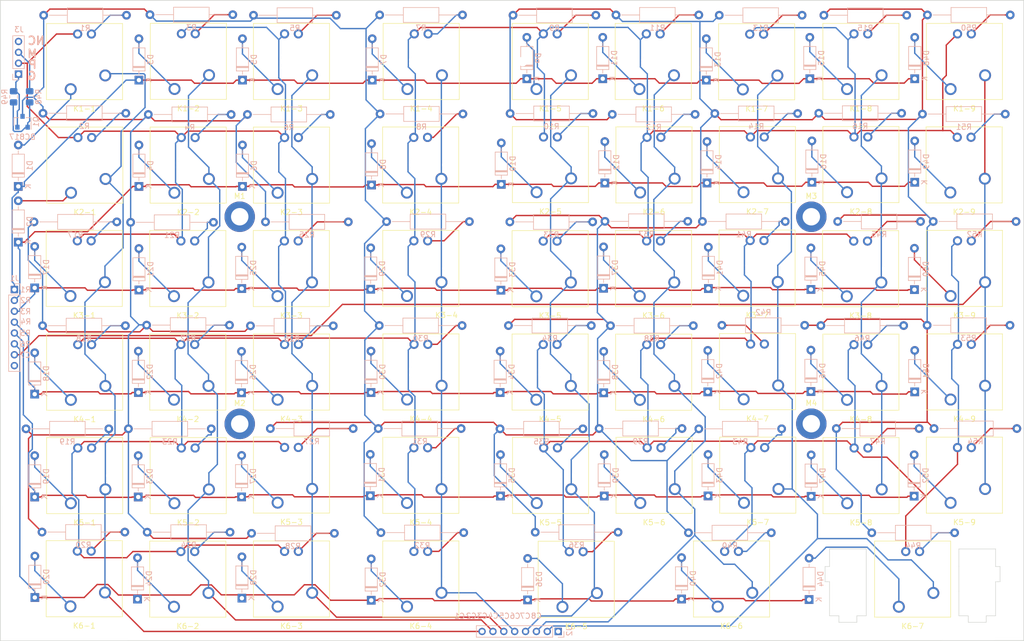
<source format=kicad_pcb>
(kicad_pcb (version 20171130) (host pcbnew 5.1.5+dfsg1-2build2)
  (layers (0 F.Cu signal) (31 B.Cu signal) (34 B.Paste user hide) (35 F.Paste user hide) (36 B.SilkS user) (37 F.SilkS user) (38 B.Mask user) (39 F.Mask user) (44 Edge.Cuts user))
  (net 0 "")
  (net 1 "Net-(K1-1-Pad3)")
  (net 2 "Net-(K1-2-Pad3)")
  (net 3 "Net-(K1-3-Pad3)")
  (net 4 "Net-(K1-4-Pad3)")
  (net 5 "Net-(K1-5-Pad3)")
  (net 6 "Net-(K1-6-Pad3)")
  (net 7 "Net-(K1-7-Pad3)")
  (net 8 "Net-(K1-8-Pad3)")
  (net 9 "Net-(K2-1-Pad3)")
  (net 10 "Net-(K2-2-Pad3)")
  (net 11 "Net-(K2-3-Pad3)")
  (net 12 "Net-(K2-4-Pad3)")
  (net 13 "Net-(K2-5-Pad3)")
  (net 14 "Net-(K2-7-Pad3)")
  (net 15 "Net-(K2-8-Pad3)")
  (net 16 "Net-(K2-6-Pad3)")
  (net 17 "Net-(D1-Pad2)")
  (net 18 ROW1)
  (net 19 "Net-(D2-Pad2)")
  (net 20 ROW2)
  (net 21 "Net-(D3-Pad2)")
  (net 22 "Net-(D4-Pad2)")
  (net 23 "Net-(D5-Pad2)")
  (net 24 "Net-(D6-Pad2)")
  (net 25 "Net-(D7-Pad2)")
  (net 26 "Net-(D8-Pad2)")
  (net 27 "Net-(D9-Pad2)")
  (net 28 "Net-(D10-Pad2)")
  (net 29 "Net-(D11-Pad2)")
  (net 30 "Net-(D12-Pad2)")
  (net 31 "Net-(D13-Pad2)")
  (net 32 "Net-(D14-Pad2)")
  (net 33 "Net-(D15-Pad2)")
  (net 34 "Net-(D16-Pad2)")
  (net 35 LED1-GND)
  (net 36 LED1-PWR)
  (net 37 "Net-(D17-Pad2)")
  (net 38 ROW3)
  (net 39 "Net-(D18-Pad2)")
  (net 40 ROW4)
  (net 41 "Net-(D19-Pad2)")
  (net 42 ROW5)
  (net 43 "Net-(D20-Pad2)")
  (net 44 ROW6)
  (net 45 "Net-(D21-Pad2)")
  (net 46 "Net-(D22-Pad2)")
  (net 47 "Net-(D23-Pad2)")
  (net 48 "Net-(D24-Pad2)")
  (net 49 "Net-(D25-Pad2)")
  (net 50 "Net-(D26-Pad2)")
  (net 51 "Net-(D27-Pad2)")
  (net 52 "Net-(D28-Pad2)")
  (net 53 "Net-(D29-Pad2)")
  (net 54 "Net-(D30-Pad2)")
  (net 55 "Net-(D31-Pad2)")
  (net 56 "Net-(D32-Pad2)")
  (net 57 "Net-(D33-Pad2)")
  (net 58 "Net-(D34-Pad2)")
  (net 59 "Net-(D35-Pad2)")
  (net 60 "Net-(D36-Pad2)")
  (net 61 "Net-(D37-Pad2)")
  (net 62 "Net-(D38-Pad2)")
  (net 63 "Net-(D39-Pad2)")
  (net 64 "Net-(D40-Pad2)")
  (net 65 "Net-(D41-Pad2)")
  (net 66 "Net-(D42-Pad2)")
  (net 67 "Net-(D43-Pad2)")
  (net 68 "Net-(D44-Pad2)")
  (net 69 "Net-(D45-Pad2)")
  (net 70 "Net-(D46-Pad2)")
  (net 71 "Net-(D47-Pad2)")
  (net 72 "Net-(K3-1-Pad3)")
  (net 73 "Net-(K3-2-Pad3)")
  (net 74 "Net-(K3-3-Pad3)")
  (net 75 "Net-(K3-4-Pad3)")
  (net 76 "Net-(K3-5-Pad3)")
  (net 77 "Net-(K3-6-Pad3)")
  (net 78 "Net-(K3-7-Pad3)")
  (net 79 "Net-(K3-8-Pad3)")
  (net 80 "Net-(K4-1-Pad3)")
  (net 81 "Net-(K4-2-Pad3)")
  (net 82 "Net-(K4-3-Pad3)")
  (net 83 "Net-(K4-4-Pad3)")
  (net 84 "Net-(K4-5-Pad3)")
  (net 85 "Net-(K4-6-Pad3)")
  (net 86 "Net-(K4-7-Pad3)")
  (net 87 "Net-(K4-8-Pad3)")
  (net 88 "Net-(K5-1-Pad3)")
  (net 89 "Net-(K5-2-Pad3)")
  (net 90 "Net-(K5-3-Pad3)")
  (net 91 "Net-(K5-4-Pad3)")
  (net 92 "Net-(K5-5-Pad3)")
  (net 93 "Net-(K5-6-Pad3)")
  (net 94 "Net-(K5-7-Pad3)")
  (net 95 "Net-(K5-8-Pad3)")
  (net 96 "Net-(K6-1-Pad3)")
  (net 97 "Net-(K6-2-Pad3)")
  (net 98 "Net-(K6-3-Pad3)")
  (net 99 "Net-(K6-4-Pad3)")
  (net 100 "Net-(K6-5-Pad3)")
  (net 101 "Net-(K6-6-Pad3)")
  (net 102 "Net-(K6-7-Pad3)")
  (net 103 COL1)
  (net 104 COL2)
  (net 105 COL3)
  (net 106 COL4)
  (net 107 COL5)
  (net 108 COL6)
  (net 109 COL7)
  (net 110 COL8)
  (net 111 GND)
  (net 112 "Net-(Q1-Pad1)")
  (net 113 MCU)
  (net 114 "Net-(D48-Pad2)")
  (net 115 "Net-(D49-Pad2)")
  (net 116 "Net-(D50-Pad2)")
  (net 117 "Net-(D51-Pad2)")
  (net 118 "Net-(D52-Pad2)")
  (net 119 COL9)
  (net 120 "Net-(K1-9-Pad3)")
  (net 121 "Net-(K2-9-Pad3)")
  (net 122 "Net-(K3-9-Pad3)")
  (net 123 "Net-(K4-9-Pad3)")
  (net 124 "Net-(K5-9-Pad3)")
  (module MXfoot:CherryMX_1.00u_PCB_LED (layer F.Cu) (at 221.234 59.309 180)
    (fp_text reference K1-9 (at 0 -8.6625) (layer F.SilkS))
    (fp_text value CherryMX_LED)
    (pad 4 thru_hole circle (at 1.27 5.08 180) (size 1.6906 1.6906) (drill 0.9906) (layers *.Cu *.Mask) (net 36 LED1-PWR))
    (pad 3 thru_hole circle (at -1.27 5.08 180) (size 1.6906 1.6906) (drill 0.9906) (layers *.Cu *.Mask) (net 120 "Net-(K1-9-Pad3)"))
    (pad 2 thru_hole circle (at 2.54 -5.08 180) (size 2.2 2.2) (drill 1.5) (layers *.Cu *.Mask) (net 114 "Net-(D48-Pad2)"))
    (pad 1 thru_hole circle (at -3.81 -2.54 180) (size 2.2 2.2) (drill 1.5) (layers *.Cu *.Mask) (net 119 COL9))
    (pad "" np_thru_hole circle (at 5.08 0 180) (size 1.75 1.75) (drill 1.75) (layers *.Cu *.Mask))
    (pad "" np_thru_hole circle (at -5.08 0 180) (size 1.75 1.75) (drill 1.75) (layers *.Cu *.Mask))
    (pad "" np_thru_hole circle (at 0 0 180) (size 4 4) (drill 4) (layers *.Cu *.Mask))
  )
  (module MXfoot:CherryMX_1.00u_PCB_LED (layer F.Cu) (at 97.4094 154.533 180)
    (fp_text reference K6-3 (at 0 -8.6625) (layer F.SilkS))
    (fp_text value CherryMX_LED)
    (pad 4 thru_hole circle (at 1.27 5.08 180) (size 1.6906 1.6906) (drill 0.9906) (layers *.Cu *.Mask) (net 36 LED1-PWR))
    (pad 3 thru_hole circle (at -1.27 5.08 180) (size 1.6906 1.6906) (drill 0.9906) (layers *.Cu *.Mask) (net 98 "Net-(K6-3-Pad3)"))
    (pad 2 thru_hole circle (at 2.54 -5.08 180) (size 2.2 2.2) (drill 1.5) (layers *.Cu *.Mask) (net 52 "Net-(D28-Pad2)"))
    (pad 1 thru_hole circle (at -3.81 -2.54 180) (size 2.2 2.2) (drill 1.5) (layers *.Cu *.Mask) (net 105 COL3))
    (pad "" np_thru_hole circle (at 5.08 0 180) (size 1.75 1.75) (drill 1.75) (layers *.Cu *.Mask))
    (pad "" np_thru_hole circle (at -5.08 0 180) (size 1.75 1.75) (drill 1.75) (layers *.Cu *.Mask))
    (pad "" np_thru_hole circle (at 0 0 180) (size 4 4) (drill 4) (layers *.Cu *.Mask))
  )
  (module MXfoot:CherryMX_1.00u_PCB_LED (layer F.Cu) (at 78.334 154.559 180)
    (fp_text reference K6-2 (at 0 -8.6625) (layer F.SilkS))
    (fp_text value CherryMX_LED)
    (pad 4 thru_hole circle (at 1.27 5.08 180) (size 1.6906 1.6906) (drill 0.9906) (layers *.Cu *.Mask) (net 36 LED1-PWR))
    (pad 3 thru_hole circle (at -1.27 5.08 180) (size 1.6906 1.6906) (drill 0.9906) (layers *.Cu *.Mask) (net 97 "Net-(K6-2-Pad3)"))
    (pad 2 thru_hole circle (at 2.54 -5.08 180) (size 2.2 2.2) (drill 1.5) (layers *.Cu *.Mask) (net 48 "Net-(D24-Pad2)"))
    (pad 1 thru_hole circle (at -3.81 -2.54 180) (size 2.2 2.2) (drill 1.5) (layers *.Cu *.Mask) (net 104 COL2))
    (pad "" np_thru_hole circle (at 5.08 0 180) (size 1.75 1.75) (drill 1.75) (layers *.Cu *.Mask))
    (pad "" np_thru_hole circle (at -5.08 0 180) (size 1.75 1.75) (drill 1.75) (layers *.Cu *.Mask))
    (pad "" np_thru_hole circle (at 0 0 180) (size 4 4) (drill 4) (layers *.Cu *.Mask))
  )
  (module MXfoot:CherryMX_1.00u_PCB_LED (layer F.Cu) (at 202.184 59.309 180)
    (fp_text reference K1-8 (at 0 -8.6625) (layer F.SilkS))
    (fp_text value CherryMX_LED)
    (pad 4 thru_hole circle (at 1.27 5.08 180) (size 1.6906 1.6906) (drill 0.9906) (layers *.Cu *.Mask) (net 36 LED1-PWR))
    (pad 3 thru_hole circle (at -1.27 5.08 180) (size 1.6906 1.6906) (drill 0.9906) (layers *.Cu *.Mask) (net 8 "Net-(K1-8-Pad3)"))
    (pad 2 thru_hole circle (at 2.54 -5.08 180) (size 2.2 2.2) (drill 1.5) (layers *.Cu *.Mask) (net 33 "Net-(D15-Pad2)"))
    (pad 1 thru_hole circle (at -3.81 -2.54 180) (size 2.2 2.2) (drill 1.5) (layers *.Cu *.Mask) (net 110 COL8))
    (pad "" np_thru_hole circle (at 5.08 0 180) (size 1.75 1.75) (drill 1.75) (layers *.Cu *.Mask))
    (pad "" np_thru_hole circle (at -5.08 0 180) (size 1.75 1.75) (drill 1.75) (layers *.Cu *.Mask))
    (pad "" np_thru_hole circle (at 0 0 180) (size 4 4) (drill 4) (layers *.Cu *.Mask))
  )
  (module Resistor_THT:R_Axial_DIN0207_L6.3mm_D2.5mm_P15.24mm_Horizontal (layer B.Cu) (at 215.646 126.848)
    (fp_text reference R54 (at 7.62 2.37) (layer B.SilkS) (effects (justify mirror)))
    (fp_text value R)
    (pad 2 thru_hole oval (at 15.24 0) (size 1.6 1.6) (drill 0.8) (layers *.Cu *.Mask) (net 124 "Net-(K5-9-Pad3)"))
    (pad 1 thru_hole circle (at 0 0) (size 1.6 1.6) (drill 0.8) (layers *.Cu *.Mask) (net 35 LED1-GND))
  )
  (module Resistor_THT:R_Axial_DIN0207_L6.3mm_D2.5mm_P15.24mm_Horizontal (layer B.Cu) (at 214.376 107.848)
    (fp_text reference R53 (at 7.62 2.37) (layer B.SilkS) (effects (justify mirror)))
    (fp_text value R)
    (pad 2 thru_hole oval (at 15.24 0) (size 1.6 1.6) (drill 0.8) (layers *.Cu *.Mask) (net 123 "Net-(K4-9-Pad3)"))
    (pad 1 thru_hole circle (at 0 0) (size 1.6 1.6) (drill 0.8) (layers *.Cu *.Mask) (net 35 LED1-GND))
  )
  (module Resistor_THT:R_Axial_DIN0207_L6.3mm_D2.5mm_P15.24mm_Horizontal (layer B.Cu) (at 215.494 88.7476)
    (fp_text reference R52 (at 7.62 2.37) (layer B.SilkS) (effects (justify mirror)))
    (fp_text value R)
    (pad 2 thru_hole oval (at 15.24 0) (size 1.6 1.6) (drill 0.8) (layers *.Cu *.Mask) (net 122 "Net-(K3-9-Pad3)"))
    (pad 1 thru_hole circle (at 0 0) (size 1.6 1.6) (drill 0.8) (layers *.Cu *.Mask) (net 35 LED1-GND))
  )
  (module Resistor_THT:R_Axial_DIN0207_L6.3mm_D2.5mm_P15.24mm_Horizontal (layer B.Cu) (at 213.512 68.9864)
    (fp_text reference R51 (at 7.62 2.37) (layer B.SilkS) (effects (justify mirror)))
    (fp_text value R)
    (pad 2 thru_hole oval (at 15.24 0) (size 1.6 1.6) (drill 0.8) (layers *.Cu *.Mask) (net 121 "Net-(K2-9-Pad3)"))
    (pad 1 thru_hole circle (at 0 0) (size 1.6 1.6) (drill 0.8) (layers *.Cu *.Mask) (net 35 LED1-GND))
  )
  (module Resistor_THT:R_Axial_DIN0207_L6.3mm_D2.5mm_P15.24mm_Horizontal (layer B.Cu) (at 214.427 50.7492)
    (fp_text reference R50 (at 7.62 2.37) (layer B.SilkS) (effects (justify mirror)))
    (fp_text value R)
    (pad 2 thru_hole oval (at 15.24 0) (size 1.6 1.6) (drill 0.8) (layers *.Cu *.Mask) (net 120 "Net-(K1-9-Pad3)"))
    (pad 1 thru_hole circle (at 0 0) (size 1.6 1.6) (drill 0.8) (layers *.Cu *.Mask) (net 35 LED1-GND))
  )
  (module MXfoot:CherryMX_2.00u_PCB_LED (layer F.Cu) (at 211.709 154.558 180)
    (fp_text reference K6-7 (at 0 -8.6625) (layer F.SilkS))
    (fp_text value CherryMX_LED)
    (pad 4 thru_hole circle (at 1.27 5.08 180) (size 1.6906 1.6906) (drill 0.9906) (layers *.Cu *.Mask) (net 36 LED1-PWR))
    (pad 3 thru_hole circle (at -1.27 5.08 180) (size 1.6906 1.6906) (drill 0.9906) (layers *.Cu *.Mask) (net 102 "Net-(K6-7-Pad3)"))
    (pad 2 thru_hole circle (at 2.54 -5.08 180) (size 2.2 2.2) (drill 1.5) (layers *.Cu *.Mask) (net 68 "Net-(D44-Pad2)"))
    (pad 1 thru_hole circle (at -3.81 -2.54 180) (size 2.2 2.2) (drill 1.5) (layers *.Cu *.Mask) (net 109 COL7))
    (pad "" np_thru_hole circle (at 5.08 0 180) (size 1.75 1.75) (drill 1.75) (layers *.Cu *.Mask))
    (pad "" np_thru_hole circle (at -5.08 0 180) (size 1.75 1.75) (drill 1.75) (layers *.Cu *.Mask))
    (pad "" np_thru_hole circle (at 0 0 180) (size 4 4) (drill 4) (layers *.Cu *.Mask))
  )
  (module MXfoot:CherryMX_1.50u_PCB_LED (layer F.Cu) (at 178.384 154.533 180)
    (fp_text reference K6-6 (at 0 -8.6625) (layer F.SilkS))
    (fp_text value CherryMX_LED)
    (pad 4 thru_hole circle (at 1.27 5.08 180) (size 1.6906 1.6906) (drill 0.9906) (layers *.Cu *.Mask) (net 36 LED1-PWR))
    (pad 3 thru_hole circle (at -1.27 5.08 180) (size 1.6906 1.6906) (drill 0.9906) (layers *.Cu *.Mask) (net 101 "Net-(K6-6-Pad3)"))
    (pad 2 thru_hole circle (at 2.54 -5.08 180) (size 2.2 2.2) (drill 1.5) (layers *.Cu *.Mask) (net 64 "Net-(D40-Pad2)"))
    (pad 1 thru_hole circle (at -3.81 -2.54 180) (size 2.2 2.2) (drill 1.5) (layers *.Cu *.Mask) (net 108 COL6))
    (pad "" np_thru_hole circle (at 5.08 0 180) (size 1.75 1.75) (drill 1.75) (layers *.Cu *.Mask))
    (pad "" np_thru_hole circle (at -5.08 0 180) (size 1.75 1.75) (drill 1.75) (layers *.Cu *.Mask))
    (pad "" np_thru_hole circle (at 0 0 180) (size 4 4) (drill 4) (layers *.Cu *.Mask))
  )
  (module MXfoot:CherryMX_1.50u_PCB_LED (layer F.Cu) (at 149.809 154.584 180)
    (fp_text reference K6-5 (at 0 -8.6625) (layer F.SilkS))
    (fp_text value CherryMX_LED)
    (pad 4 thru_hole circle (at 1.27 5.08 180) (size 1.6906 1.6906) (drill 0.9906) (layers *.Cu *.Mask) (net 36 LED1-PWR))
    (pad 3 thru_hole circle (at -1.27 5.08 180) (size 1.6906 1.6906) (drill 0.9906) (layers *.Cu *.Mask) (net 100 "Net-(K6-5-Pad3)"))
    (pad 2 thru_hole circle (at 2.54 -5.08 180) (size 2.2 2.2) (drill 1.5) (layers *.Cu *.Mask) (net 60 "Net-(D36-Pad2)"))
    (pad 1 thru_hole circle (at -3.81 -2.54 180) (size 2.2 2.2) (drill 1.5) (layers *.Cu *.Mask) (net 107 COL5))
    (pad "" np_thru_hole circle (at 5.08 0 180) (size 1.75 1.75) (drill 1.75) (layers *.Cu *.Mask))
    (pad "" np_thru_hole circle (at -5.08 0 180) (size 1.75 1.75) (drill 1.75) (layers *.Cu *.Mask))
    (pad "" np_thru_hole circle (at 0 0 180) (size 4 4) (drill 4) (layers *.Cu *.Mask))
  )
  (module MXfoot:CherryMX_1.00u_PCB_LED (layer F.Cu) (at 59.2836 154.483 180)
    (fp_text reference K6-1 (at 0 -8.6625) (layer F.SilkS))
    (fp_text value CherryMX_LED)
    (pad 4 thru_hole circle (at 1.27 5.08 180) (size 1.6906 1.6906) (drill 0.9906) (layers *.Cu *.Mask) (net 36 LED1-PWR))
    (pad 3 thru_hole circle (at -1.27 5.08 180) (size 1.6906 1.6906) (drill 0.9906) (layers *.Cu *.Mask) (net 96 "Net-(K6-1-Pad3)"))
    (pad 2 thru_hole circle (at 2.54 -5.08 180) (size 2.2 2.2) (drill 1.5) (layers *.Cu *.Mask) (net 43 "Net-(D20-Pad2)"))
    (pad 1 thru_hole circle (at -3.81 -2.54 180) (size 2.2 2.2) (drill 1.5) (layers *.Cu *.Mask) (net 103 COL1))
    (pad "" np_thru_hole circle (at 5.08 0 180) (size 1.75 1.75) (drill 1.75) (layers *.Cu *.Mask))
    (pad "" np_thru_hole circle (at -5.08 0 180) (size 1.75 1.75) (drill 1.75) (layers *.Cu *.Mask))
    (pad "" np_thru_hole circle (at 0 0 180) (size 4 4) (drill 4) (layers *.Cu *.Mask))
  )
  (module MXfoot:CherryMX_1.00u_PCB_LED (layer F.Cu) (at 221.234 135.433 180)
    (fp_text reference K5-9 (at 0 -8.6625) (layer F.SilkS))
    (fp_text value CherryMX_LED)
    (pad 4 thru_hole circle (at 1.27 5.08 180) (size 1.6906 1.6906) (drill 0.9906) (layers *.Cu *.Mask) (net 36 LED1-PWR))
    (pad 3 thru_hole circle (at -1.27 5.08 180) (size 1.6906 1.6906) (drill 0.9906) (layers *.Cu *.Mask) (net 124 "Net-(K5-9-Pad3)"))
    (pad 2 thru_hole circle (at 2.54 -5.08 180) (size 2.2 2.2) (drill 1.5) (layers *.Cu *.Mask) (net 118 "Net-(D52-Pad2)"))
    (pad 1 thru_hole circle (at -3.81 -2.54 180) (size 2.2 2.2) (drill 1.5) (layers *.Cu *.Mask) (net 119 COL9))
    (pad "" np_thru_hole circle (at 5.08 0 180) (size 1.75 1.75) (drill 1.75) (layers *.Cu *.Mask))
    (pad "" np_thru_hole circle (at -5.08 0 180) (size 1.75 1.75) (drill 1.75) (layers *.Cu *.Mask))
    (pad "" np_thru_hole circle (at 0 0 180) (size 4 4) (drill 4) (layers *.Cu *.Mask))
  )
  (module MXfoot:CherryMX_1.00u_PCB_LED (layer F.Cu) (at 183.21 135.433 180)
    (fp_text reference K5-7 (at 0 -8.6625) (layer F.SilkS))
    (fp_text value CherryMX_LED)
    (pad 4 thru_hole circle (at 1.27 5.08 180) (size 1.6906 1.6906) (drill 0.9906) (layers *.Cu *.Mask) (net 36 LED1-PWR))
    (pad 3 thru_hole circle (at -1.27 5.08 180) (size 1.6906 1.6906) (drill 0.9906) (layers *.Cu *.Mask) (net 94 "Net-(K5-7-Pad3)"))
    (pad 2 thru_hole circle (at 2.54 -5.08 180) (size 2.2 2.2) (drill 1.5) (layers *.Cu *.Mask) (net 67 "Net-(D43-Pad2)"))
    (pad 1 thru_hole circle (at -3.81 -2.54 180) (size 2.2 2.2) (drill 1.5) (layers *.Cu *.Mask) (net 109 COL7))
    (pad "" np_thru_hole circle (at 5.08 0 180) (size 1.75 1.75) (drill 1.75) (layers *.Cu *.Mask))
    (pad "" np_thru_hole circle (at -5.08 0 180) (size 1.75 1.75) (drill 1.75) (layers *.Cu *.Mask))
    (pad "" np_thru_hole circle (at 0 0 180) (size 4 4) (drill 4) (layers *.Cu *.Mask))
  )
  (module MXfoot:CherryMX_1.50u_PCB_LED (layer F.Cu) (at 121.208 135.458 180)
    (fp_text reference K5-4 (at 0 -8.6625) (layer F.SilkS))
    (fp_text value CherryMX_LED)
    (pad 4 thru_hole circle (at 1.27 5.08 180) (size 1.6906 1.6906) (drill 0.9906) (layers *.Cu *.Mask) (net 36 LED1-PWR))
    (pad 3 thru_hole circle (at -1.27 5.08 180) (size 1.6906 1.6906) (drill 0.9906) (layers *.Cu *.Mask) (net 91 "Net-(K5-4-Pad3)"))
    (pad 2 thru_hole circle (at 2.54 -5.08 180) (size 2.2 2.2) (drill 1.5) (layers *.Cu *.Mask) (net 55 "Net-(D31-Pad2)"))
    (pad 1 thru_hole circle (at -3.81 -2.54 180) (size 2.2 2.2) (drill 1.5) (layers *.Cu *.Mask) (net 106 COL4))
    (pad "" np_thru_hole circle (at 5.08 0 180) (size 1.75 1.75) (drill 1.75) (layers *.Cu *.Mask))
    (pad "" np_thru_hole circle (at -5.08 0 180) (size 1.75 1.75) (drill 1.75) (layers *.Cu *.Mask))
    (pad "" np_thru_hole circle (at 0 0 180) (size 4 4) (drill 4) (layers *.Cu *.Mask))
  )
  (module MXfoot:CherryMX_1.00u_PCB_LED (layer F.Cu) (at 221.234 116.434 180)
    (fp_text reference K4-9 (at 0 -8.6625) (layer F.SilkS))
    (fp_text value CherryMX_LED)
    (pad 4 thru_hole circle (at 1.27 5.08 180) (size 1.6906 1.6906) (drill 0.9906) (layers *.Cu *.Mask) (net 36 LED1-PWR))
    (pad 3 thru_hole circle (at -1.27 5.08 180) (size 1.6906 1.6906) (drill 0.9906) (layers *.Cu *.Mask) (net 123 "Net-(K4-9-Pad3)"))
    (pad 2 thru_hole circle (at 2.54 -5.08 180) (size 2.2 2.2) (drill 1.5) (layers *.Cu *.Mask) (net 117 "Net-(D51-Pad2)"))
    (pad 1 thru_hole circle (at -3.81 -2.54 180) (size 2.2 2.2) (drill 1.5) (layers *.Cu *.Mask) (net 119 COL9))
    (pad "" np_thru_hole circle (at 5.08 0 180) (size 1.75 1.75) (drill 1.75) (layers *.Cu *.Mask))
    (pad "" np_thru_hole circle (at -5.08 0 180) (size 1.75 1.75) (drill 1.75) (layers *.Cu *.Mask))
    (pad "" np_thru_hole circle (at 0 0 180) (size 4 4) (drill 4) (layers *.Cu *.Mask))
  )
  (module MXfoot:CherryMX_1.00u_PCB_LED (layer F.Cu) (at 202.184 116.484 180)
    (fp_text reference K4-8 (at 0 -8.6625) (layer F.SilkS))
    (fp_text value CherryMX_LED)
    (pad 4 thru_hole circle (at 1.27 5.08 180) (size 1.6906 1.6906) (drill 0.9906) (layers *.Cu *.Mask) (net 36 LED1-PWR))
    (pad 3 thru_hole circle (at -1.27 5.08 180) (size 1.6906 1.6906) (drill 0.9906) (layers *.Cu *.Mask) (net 87 "Net-(K4-8-Pad3)"))
    (pad 2 thru_hole circle (at 2.54 -5.08 180) (size 2.2 2.2) (drill 1.5) (layers *.Cu *.Mask) (net 70 "Net-(D46-Pad2)"))
    (pad 1 thru_hole circle (at -3.81 -2.54 180) (size 2.2 2.2) (drill 1.5) (layers *.Cu *.Mask) (net 110 COL8))
    (pad "" np_thru_hole circle (at 5.08 0 180) (size 1.75 1.75) (drill 1.75) (layers *.Cu *.Mask))
    (pad "" np_thru_hole circle (at -5.08 0 180) (size 1.75 1.75) (drill 1.75) (layers *.Cu *.Mask))
    (pad "" np_thru_hole circle (at 0 0 180) (size 4 4) (drill 4) (layers *.Cu *.Mask))
  )
  (module MXfoot:CherryMX_1.00u_PCB_LED (layer F.Cu) (at 183.159 116.383 180)
    (fp_text reference K4-7 (at 0 -8.6625) (layer F.SilkS))
    (fp_text value CherryMX_LED)
    (pad 4 thru_hole circle (at 1.27 5.08 180) (size 1.6906 1.6906) (drill 0.9906) (layers *.Cu *.Mask) (net 36 LED1-PWR))
    (pad 3 thru_hole circle (at -1.27 5.08 180) (size 1.6906 1.6906) (drill 0.9906) (layers *.Cu *.Mask) (net 86 "Net-(K4-7-Pad3)"))
    (pad 2 thru_hole circle (at 2.54 -5.08 180) (size 2.2 2.2) (drill 1.5) (layers *.Cu *.Mask) (net 66 "Net-(D42-Pad2)"))
    (pad 1 thru_hole circle (at -3.81 -2.54 180) (size 2.2 2.2) (drill 1.5) (layers *.Cu *.Mask) (net 109 COL7))
    (pad "" np_thru_hole circle (at 5.08 0 180) (size 1.75 1.75) (drill 1.75) (layers *.Cu *.Mask))
    (pad "" np_thru_hole circle (at -5.08 0 180) (size 1.75 1.75) (drill 1.75) (layers *.Cu *.Mask))
    (pad "" np_thru_hole circle (at 0 0 180) (size 4 4) (drill 4) (layers *.Cu *.Mask))
  )
  (module MXfoot:CherryMX_1.50u_PCB_LED (layer F.Cu) (at 121.234 116.433 180)
    (fp_text reference K4-4 (at 0 -8.6625) (layer F.SilkS))
    (fp_text value CherryMX_LED)
    (pad 4 thru_hole circle (at 1.27 5.08 180) (size 1.6906 1.6906) (drill 0.9906) (layers *.Cu *.Mask) (net 36 LED1-PWR))
    (pad 3 thru_hole circle (at -1.27 5.08 180) (size 1.6906 1.6906) (drill 0.9906) (layers *.Cu *.Mask) (net 83 "Net-(K4-4-Pad3)"))
    (pad 2 thru_hole circle (at 2.54 -5.08 180) (size 2.2 2.2) (drill 1.5) (layers *.Cu *.Mask) (net 54 "Net-(D30-Pad2)"))
    (pad 1 thru_hole circle (at -3.81 -2.54 180) (size 2.2 2.2) (drill 1.5) (layers *.Cu *.Mask) (net 106 COL4))
    (pad "" np_thru_hole circle (at 5.08 0 180) (size 1.75 1.75) (drill 1.75) (layers *.Cu *.Mask))
    (pad "" np_thru_hole circle (at -5.08 0 180) (size 1.75 1.75) (drill 1.75) (layers *.Cu *.Mask))
    (pad "" np_thru_hole circle (at 0 0 180) (size 4 4) (drill 4) (layers *.Cu *.Mask))
  )
  (module MXfoot:CherryMX_1.00u_PCB_LED (layer F.Cu) (at 221.234 97.3836 180)
    (fp_text reference K3-9 (at 0 -8.6625) (layer F.SilkS))
    (fp_text value CherryMX_LED)
    (pad 4 thru_hole circle (at 1.27 5.08 180) (size 1.6906 1.6906) (drill 0.9906) (layers *.Cu *.Mask) (net 36 LED1-PWR))
    (pad 3 thru_hole circle (at -1.27 5.08 180) (size 1.6906 1.6906) (drill 0.9906) (layers *.Cu *.Mask) (net 122 "Net-(K3-9-Pad3)"))
    (pad 2 thru_hole circle (at 2.54 -5.08 180) (size 2.2 2.2) (drill 1.5) (layers *.Cu *.Mask) (net 116 "Net-(D50-Pad2)"))
    (pad 1 thru_hole circle (at -3.81 -2.54 180) (size 2.2 2.2) (drill 1.5) (layers *.Cu *.Mask) (net 119 COL9))
    (pad "" np_thru_hole circle (at 5.08 0 180) (size 1.75 1.75) (drill 1.75) (layers *.Cu *.Mask))
    (pad "" np_thru_hole circle (at -5.08 0 180) (size 1.75 1.75) (drill 1.75) (layers *.Cu *.Mask))
    (pad "" np_thru_hole circle (at 0 0 180) (size 4 4) (drill 4) (layers *.Cu *.Mask))
  )
  (module MXfoot:CherryMX_1.00u_PCB_LED (layer F.Cu) (at 183.083 97.3328 180)
    (fp_text reference K3-7 (at 0 -8.6625) (layer F.SilkS))
    (fp_text value CherryMX_LED)
    (pad 4 thru_hole circle (at 1.27 5.08 180) (size 1.6906 1.6906) (drill 0.9906) (layers *.Cu *.Mask) (net 36 LED1-PWR))
    (pad 3 thru_hole circle (at -1.27 5.08 180) (size 1.6906 1.6906) (drill 0.9906) (layers *.Cu *.Mask) (net 78 "Net-(K3-7-Pad3)"))
    (pad 2 thru_hole circle (at 2.54 -5.08 180) (size 2.2 2.2) (drill 1.5) (layers *.Cu *.Mask) (net 65 "Net-(D41-Pad2)"))
    (pad 1 thru_hole circle (at -3.81 -2.54 180) (size 2.2 2.2) (drill 1.5) (layers *.Cu *.Mask) (net 109 COL7))
    (pad "" np_thru_hole circle (at 5.08 0 180) (size 1.75 1.75) (drill 1.75) (layers *.Cu *.Mask))
    (pad "" np_thru_hole circle (at -5.08 0 180) (size 1.75 1.75) (drill 1.75) (layers *.Cu *.Mask))
    (pad "" np_thru_hole circle (at 0 0 180) (size 4 4) (drill 4) (layers *.Cu *.Mask))
  )
  (module MXfoot:CherryMX_1.50u_PCB_LED (layer F.Cu) (at 121.209 97.3836 180)
    (fp_text reference K3-4 (at -4.7244 -8.6117) (layer F.SilkS))
    (fp_text value CherryMX_LED)
    (pad 4 thru_hole circle (at 1.27 5.08 180) (size 1.6906 1.6906) (drill 0.9906) (layers *.Cu *.Mask) (net 36 LED1-PWR))
    (pad 3 thru_hole circle (at -1.27 5.08 180) (size 1.6906 1.6906) (drill 0.9906) (layers *.Cu *.Mask) (net 75 "Net-(K3-4-Pad3)"))
    (pad 2 thru_hole circle (at 2.54 -5.08 180) (size 2.2 2.2) (drill 1.5) (layers *.Cu *.Mask) (net 53 "Net-(D29-Pad2)"))
    (pad 1 thru_hole circle (at -3.81 -2.54 180) (size 2.2 2.2) (drill 1.5) (layers *.Cu *.Mask) (net 106 COL4))
    (pad "" np_thru_hole circle (at 5.08 0 180) (size 1.75 1.75) (drill 1.75) (layers *.Cu *.Mask))
    (pad "" np_thru_hole circle (at -5.08 0 180) (size 1.75 1.75) (drill 1.75) (layers *.Cu *.Mask))
    (pad "" np_thru_hole circle (at 0 0 180) (size 4 4) (drill 4) (layers *.Cu *.Mask))
  )
  (module MXfoot:CherryMX_1.00u_PCB_LED (layer F.Cu) (at 221.183 78.3336 180)
    (fp_text reference K2-9 (at 0 -8.6625) (layer F.SilkS))
    (fp_text value CherryMX_LED)
    (pad 4 thru_hole circle (at 1.27 5.08 180) (size 1.6906 1.6906) (drill 0.9906) (layers *.Cu *.Mask) (net 36 LED1-PWR))
    (pad 3 thru_hole circle (at -1.27 5.08 180) (size 1.6906 1.6906) (drill 0.9906) (layers *.Cu *.Mask) (net 121 "Net-(K2-9-Pad3)"))
    (pad 2 thru_hole circle (at 2.54 -5.08 180) (size 2.2 2.2) (drill 1.5) (layers *.Cu *.Mask) (net 115 "Net-(D49-Pad2)"))
    (pad 1 thru_hole circle (at -3.81 -2.54 180) (size 2.2 2.2) (drill 1.5) (layers *.Cu *.Mask) (net 119 COL9))
    (pad "" np_thru_hole circle (at 5.08 0 180) (size 1.75 1.75) (drill 1.75) (layers *.Cu *.Mask))
    (pad "" np_thru_hole circle (at -5.08 0 180) (size 1.75 1.75) (drill 1.75) (layers *.Cu *.Mask))
    (pad "" np_thru_hole circle (at 0 0 180) (size 4 4) (drill 4) (layers *.Cu *.Mask))
  )
  (module MXfoot:CherryMX_1.00u_PCB_LED (layer F.Cu) (at 202.184 78.2828 180)
    (fp_text reference K2-8 (at 0 -8.6625) (layer F.SilkS))
    (fp_text value CherryMX_LED)
    (pad 4 thru_hole circle (at 1.27 5.08 180) (size 1.6906 1.6906) (drill 0.9906) (layers *.Cu *.Mask) (net 36 LED1-PWR))
    (pad 3 thru_hole circle (at -1.27 5.08 180) (size 1.6906 1.6906) (drill 0.9906) (layers *.Cu *.Mask) (net 15 "Net-(K2-8-Pad3)"))
    (pad 2 thru_hole circle (at 2.54 -5.08 180) (size 2.2 2.2) (drill 1.5) (layers *.Cu *.Mask) (net 34 "Net-(D16-Pad2)"))
    (pad 1 thru_hole circle (at -3.81 -2.54 180) (size 2.2 2.2) (drill 1.5) (layers *.Cu *.Mask) (net 110 COL8))
    (pad "" np_thru_hole circle (at 5.08 0 180) (size 1.75 1.75) (drill 1.75) (layers *.Cu *.Mask))
    (pad "" np_thru_hole circle (at -5.08 0 180) (size 1.75 1.75) (drill 1.75) (layers *.Cu *.Mask))
    (pad "" np_thru_hole circle (at 0 0 180) (size 4 4) (drill 4) (layers *.Cu *.Mask))
  )
  (module MXfoot:CherryMX_1.00u_PCB_LED (layer F.Cu) (at 183.134 78.2828 180)
    (fp_text reference K2-7 (at 0 -8.6625) (layer F.SilkS))
    (fp_text value CherryMX_LED)
    (pad 4 thru_hole circle (at 1.27 5.08 180) (size 1.6906 1.6906) (drill 0.9906) (layers *.Cu *.Mask) (net 36 LED1-PWR))
    (pad 3 thru_hole circle (at -1.27 5.08 180) (size 1.6906 1.6906) (drill 0.9906) (layers *.Cu *.Mask) (net 14 "Net-(K2-7-Pad3)"))
    (pad 2 thru_hole circle (at 2.54 -5.08 180) (size 2.2 2.2) (drill 1.5) (layers *.Cu *.Mask) (net 32 "Net-(D14-Pad2)"))
    (pad 1 thru_hole circle (at -3.81 -2.54 180) (size 2.2 2.2) (drill 1.5) (layers *.Cu *.Mask) (net 109 COL7))
    (pad "" np_thru_hole circle (at 5.08 0 180) (size 1.75 1.75) (drill 1.75) (layers *.Cu *.Mask))
    (pad "" np_thru_hole circle (at -5.08 0 180) (size 1.75 1.75) (drill 1.75) (layers *.Cu *.Mask))
    (pad "" np_thru_hole circle (at 0 0 180) (size 4 4) (drill 4) (layers *.Cu *.Mask))
  )
  (module MXfoot:CherryMX_1.50u_PCB_LED (layer F.Cu) (at 121.183 78.359 180)
    (fp_text reference K2-4 (at 0 -8.6625) (layer F.SilkS))
    (fp_text value CherryMX_LED)
    (pad 4 thru_hole circle (at 1.27 5.08 180) (size 1.6906 1.6906) (drill 0.9906) (layers *.Cu *.Mask) (net 36 LED1-PWR))
    (pad 3 thru_hole circle (at -1.27 5.08 180) (size 1.6906 1.6906) (drill 0.9906) (layers *.Cu *.Mask) (net 12 "Net-(K2-4-Pad3)"))
    (pad 2 thru_hole circle (at 2.54 -5.08 180) (size 2.2 2.2) (drill 1.5) (layers *.Cu *.Mask) (net 26 "Net-(D8-Pad2)"))
    (pad 1 thru_hole circle (at -3.81 -2.54 180) (size 2.2 2.2) (drill 1.5) (layers *.Cu *.Mask) (net 106 COL4))
    (pad "" np_thru_hole circle (at 5.08 0 180) (size 1.75 1.75) (drill 1.75) (layers *.Cu *.Mask))
    (pad "" np_thru_hole circle (at -5.08 0 180) (size 1.75 1.75) (drill 1.75) (layers *.Cu *.Mask))
    (pad "" np_thru_hole circle (at 0 0 180) (size 4 4) (drill 4) (layers *.Cu *.Mask))
  )
  (module MXfoot:CherryMX_1.50u_PCB_LED (layer F.Cu) (at 121.285 59.309 180)
    (fp_text reference K1-4 (at 0 -8.6625) (layer F.SilkS))
    (fp_text value CherryMX_LED)
    (pad 4 thru_hole circle (at 1.27 5.08 180) (size 1.6906 1.6906) (drill 0.9906) (layers *.Cu *.Mask) (net 36 LED1-PWR))
    (pad 3 thru_hole circle (at -1.27 5.08 180) (size 1.6906 1.6906) (drill 0.9906) (layers *.Cu *.Mask) (net 4 "Net-(K1-4-Pad3)"))
    (pad 2 thru_hole circle (at 2.54 -5.08 180) (size 2.2 2.2) (drill 1.5) (layers *.Cu *.Mask) (net 25 "Net-(D7-Pad2)"))
    (pad 1 thru_hole circle (at -3.81 -2.54 180) (size 2.2 2.2) (drill 1.5) (layers *.Cu *.Mask) (net 106 COL4))
    (pad "" np_thru_hole circle (at 5.08 0 180) (size 1.75 1.75) (drill 1.75) (layers *.Cu *.Mask))
    (pad "" np_thru_hole circle (at -5.08 0 180) (size 1.75 1.75) (drill 1.75) (layers *.Cu *.Mask))
    (pad "" np_thru_hole circle (at 0 0 180) (size 4 4) (drill 4) (layers *.Cu *.Mask))
  )
  (module Diode_THT:D_DO-35_SOD27_P7.62mm_Horizontal (layer B.Cu) (at 211.988 139.294 90)
    (fp_text reference D52 (at 3.81 2.12 90) (layer B.SilkS) (effects (justify mirror)))
    (fp_text value 1N4148)
    (fp_text user K (at 0 1.8 90) (layer B.SilkS) (effects (justify mirror)))
    (pad 2 thru_hole oval (at 7.62 0 90) (size 1.6 1.6) (drill 0.8) (layers *.Cu *.Mask) (net 118 "Net-(D52-Pad2)"))
    (pad 1 thru_hole rect (at 0 0 90) (size 1.6 1.6) (drill 0.8) (layers *.Cu *.Mask) (net 42 ROW5))
  )
  (module Diode_THT:D_DO-35_SOD27_P7.62mm_Horizontal (layer B.Cu) (at 212.09 120.091 90)
    (fp_text reference D51 (at 3.81 2.12 90) (layer B.SilkS) (effects (justify mirror)))
    (fp_text value 1N4148)
    (fp_text user K (at 0 1.8 90) (layer B.SilkS) (effects (justify mirror)))
    (pad 2 thru_hole oval (at 7.62 0 90) (size 1.6 1.6) (drill 0.8) (layers *.Cu *.Mask) (net 117 "Net-(D51-Pad2)"))
    (pad 1 thru_hole rect (at 0 0 90) (size 1.6 1.6) (drill 0.8) (layers *.Cu *.Mask) (net 40 ROW4))
  )
  (module Diode_THT:D_DO-35_SOD27_P7.62mm_Horizontal (layer B.Cu) (at 212.039 101.295 90)
    (fp_text reference D50 (at 3.81 2.12 270) (layer B.SilkS) (effects (justify mirror)))
    (fp_text value 1N4148)
    (fp_text user K (at 0 1.8 270) (layer B.SilkS) (effects (justify mirror)))
    (pad 2 thru_hole oval (at 7.62 0 90) (size 1.6 1.6) (drill 0.8) (layers *.Cu *.Mask) (net 116 "Net-(D50-Pad2)"))
    (pad 1 thru_hole rect (at 0 0 90) (size 1.6 1.6) (drill 0.8) (layers *.Cu *.Mask) (net 38 ROW3))
  )
  (module Diode_THT:D_DO-35_SOD27_P7.62mm_Horizontal (layer B.Cu) (at 212.09 81.534 90)
    (fp_text reference D49 (at 3.81 2.12 270) (layer B.SilkS) (effects (justify mirror)))
    (fp_text value 1N4148)
    (fp_text user K (at 0 1.8 270) (layer B.SilkS) (effects (justify mirror)))
    (pad 2 thru_hole oval (at 7.62 0 90) (size 1.6 1.6) (drill 0.8) (layers *.Cu *.Mask) (net 115 "Net-(D49-Pad2)"))
    (pad 1 thru_hole rect (at 0 0 90) (size 1.6 1.6) (drill 0.8) (layers *.Cu *.Mask) (net 20 ROW2))
  )
  (module Diode_THT:D_DO-35_SOD27_P7.62mm_Horizontal (layer B.Cu) (at 212.09 62.484 90)
    (fp_text reference D48 (at 3.81 2.12 270) (layer B.SilkS) (effects (justify mirror)))
    (fp_text value 1N4148)
    (fp_text user K (at 0 1.8 270) (layer B.SilkS) (effects (justify mirror)))
    (pad 2 thru_hole oval (at 7.62 0 90) (size 1.6 1.6) (drill 0.8) (layers *.Cu *.Mask) (net 114 "Net-(D48-Pad2)"))
    (pad 1 thru_hole rect (at 0 0 90) (size 1.6 1.6) (drill 0.8) (layers *.Cu *.Mask) (net 18 ROW1))
  )
  (module MountingHole:MountingHole_3.2mm_M3_DIN965_Pad (layer F.Cu) (at 87.8891 87.8738)
    (fp_text reference M1 (at 0 -3.8) (layer F.SilkS))
    (fp_text value MountingHole_3.2mm_M3_DIN965_Pad)
    (pad 1 thru_hole circle (at 0 0) (size 5.6 5.6) (drill 3.2) (layers *.Cu *.Mask))
  )
  (module MountingHole:MountingHole_3.2mm_M3_DIN965_Pad (layer F.Cu) (at 87.8891 125.994)
    (fp_text reference M2 (at 0 -3.8) (layer F.SilkS))
    (fp_text value MountingHole_3.2mm_M3_DIN965_Pad)
    (pad 2 thru_hole circle (at 0 0) (size 5.6 5.6) (drill 3.2) (layers *.Cu *.Mask))
  )
  (module MountingHole:MountingHole_3.2mm_M3_DIN965_Pad (layer F.Cu) (at 193.065 125.959)
    (fp_text reference M4 (at 0 -3.8) (layer F.SilkS))
    (fp_text value MountingHole_3.2mm_M3_DIN965_Pad)
    (pad 4 thru_hole circle (at 0 0) (size 5.6 5.6) (drill 3.2) (layers *.Cu *.Mask))
  )
  (module MountingHole:MountingHole_3.2mm_M3_DIN965_Pad (layer F.Cu) (at 193.065 87.8789)
    (fp_text reference M3 (at 0 -3.8) (layer F.SilkS))
    (fp_text value MountingHole_3.2mm_M3_DIN965_Pad)
    (pad 3 thru_hole circle (at 0 0) (size 5.6 5.6) (drill 3.2) (layers *.Cu *.Mask))
  )
  (module Connector_PinHeader_2.00mm:PinHeader_1x04_P2.00mm_Vertical (layer B.Cu) (at 47.1885 61.628)
    (fp_text reference J3 (at 0.1016 -8.2042) (layer B.SilkS) (effects (justify mirror)))
    (fp_text value Conn_01x04_MountingPin)
    (pad 4 thru_hole oval (at 0 -6) (size 1.35 1.35) (drill 0.8) (layers *.Cu *.Mask))
    (pad 3 thru_hole oval (at 0 -4) (size 1.35 1.35) (drill 0.8) (layers *.Cu *.Mask) (net 113 MCU))
    (pad 2 thru_hole oval (at 0 -2) (size 1.35 1.35) (drill 0.8) (layers *.Cu *.Mask) (net 36 LED1-PWR))
    (pad 1 thru_hole rect (at 0 0) (size 1.35 1.35) (drill 0.8) (layers *.Cu *.Mask) (net 111 GND))
  )
  (module Resistor_SMD:R_0805_2012Metric_Pad1.15x1.40mm_HandSolder (layer B.Cu) (at 46.2865 65.8082 270)
    (fp_text reference R49 (at 0 1.65 270) (layer B.SilkS) (effects (justify mirror)))
    (fp_text value 10k)
    (pad 2 smd roundrect (at 1.025 0 270) (size 1.15 1.4) (layers B.Cu B.Paste B.Mask) (roundrect_rratio 0.217391) (net 112 "Net-(Q1-Pad1)"))
    (pad 1 smd roundrect (at -1.025 0 270) (size 1.15 1.4) (layers B.Cu B.Paste B.Mask) (roundrect_rratio 0.217391) (net 111 GND))
  )
  (module Resistor_SMD:R_0805_2012Metric_Pad1.15x1.40mm_HandSolder (layer B.Cu) (at 49.2365 65.8082 90)
    (fp_text reference R48 (at 0 1.65 270) (layer B.SilkS) (effects (justify mirror)))
    (fp_text value 470R)
    (pad 2 smd roundrect (at 1.025 0 90) (size 1.15 1.4) (layers B.Cu B.Paste B.Mask) (roundrect_rratio 0.217391) (net 113 MCU))
    (pad 1 smd roundrect (at -1.025 0 90) (size 1.15 1.4) (layers B.Cu B.Paste B.Mask) (roundrect_rratio 0.217391) (net 112 "Net-(Q1-Pad1)"))
  )
  (module Package_TO_SOT_SMD:SOT-23 (layer B.Cu) (at 47.9285 70.4082 90)
    (fp_text reference Q1 (at 0 2.5 -90) (layer B.SilkS) (effects (justify mirror)))
    (fp_text value BC817)
    (pad 3 smd rect (at 1 0 90) (size 0.9 0.8) (layers B.Cu B.Paste B.Mask) (net 35 LED1-GND))
    (pad 2 smd rect (at -1 -0.95 90) (size 0.9 0.8) (layers B.Cu B.Paste B.Mask) (net 111 GND))
    (pad 1 smd rect (at -1 0.95 90) (size 0.9 0.8) (layers B.Cu B.Paste B.Mask) (net 112 "Net-(Q1-Pad1)"))
  )
  (module Connector_PinHeader_2.00mm:PinHeader_1x08_P2.00mm_Vertical (layer B.Cu) (at 146.482 164.186 90)
    (fp_text reference J2 (at 0 2.06 -90) (layer B.SilkS) (effects (justify mirror)))
    (fp_text value Conn_01x08_MountingPin)
    (pad 8 thru_hole oval (at 0 -14 90) (size 1.35 1.35) (drill 0.8) (layers *.Cu *.Mask) (net 103 COL1))
    (pad 7 thru_hole oval (at 0 -12 90) (size 1.35 1.35) (drill 0.8) (layers *.Cu *.Mask) (net 104 COL2))
    (pad 6 thru_hole oval (at 0 -10 90) (size 1.35 1.35) (drill 0.8) (layers *.Cu *.Mask) (net 105 COL3))
    (pad 5 thru_hole oval (at 0 -8 90) (size 1.35 1.35) (drill 0.8) (layers *.Cu *.Mask) (net 106 COL4))
    (pad 4 thru_hole oval (at 0 -6 90) (size 1.35 1.35) (drill 0.8) (layers *.Cu *.Mask) (net 107 COL5))
    (pad 3 thru_hole oval (at 0 -4 90) (size 1.35 1.35) (drill 0.8) (layers *.Cu *.Mask) (net 108 COL6))
    (pad 2 thru_hole oval (at 0 -2 90) (size 1.35 1.35) (drill 0.8) (layers *.Cu *.Mask) (net 109 COL7))
    (pad 1 thru_hole rect (at 0 0 90) (size 1.35 1.35) (drill 0.8) (layers *.Cu *.Mask))
  )
  (module Connector_PinHeader_2.00mm:PinHeader_1x08_P2.00mm_Vertical (layer B.Cu) (at 46.4312 101.27 180)
    (fp_text reference J1 (at 0 2.06) (layer B.SilkS) (effects (justify mirror)))
    (fp_text value Conn_01x08_MountingPin)
    (pad 8 thru_hole oval (at 0 -14 180) (size 1.35 1.35) (drill 0.8) (layers *.Cu *.Mask))
    (pad 7 thru_hole oval (at 0 -12 180) (size 1.35 1.35) (drill 0.8) (layers *.Cu *.Mask) (net 119 COL9))
    (pad 6 thru_hole oval (at 0 -10 180) (size 1.35 1.35) (drill 0.8) (layers *.Cu *.Mask) (net 44 ROW6))
    (pad 5 thru_hole oval (at 0 -8 180) (size 1.35 1.35) (drill 0.8) (layers *.Cu *.Mask) (net 42 ROW5))
    (pad 4 thru_hole oval (at 0 -6 180) (size 1.35 1.35) (drill 0.8) (layers *.Cu *.Mask) (net 40 ROW4))
    (pad 3 thru_hole oval (at 0 -4 180) (size 1.35 1.35) (drill 0.8) (layers *.Cu *.Mask) (net 38 ROW3))
    (pad 2 thru_hole oval (at 0 -2 180) (size 1.35 1.35) (drill 0.8) (layers *.Cu *.Mask) (net 20 ROW2))
    (pad 1 thru_hole rect (at 0 0 180) (size 1.35 1.35) (drill 0.8) (layers *.Cu *.Mask) (net 18 ROW1))
  )
  (module MXfoot:CherryMX_1.50u_PCB_LED (layer F.Cu) (at 121.209 154.533 180)
    (fp_text reference K6-4 (at 0 -8.6625) (layer F.SilkS))
    (fp_text value CherryMX_LED)
    (pad 4 thru_hole circle (at 1.27 5.08 180) (size 1.6906 1.6906) (drill 0.9906) (layers *.Cu *.Mask) (net 36 LED1-PWR))
    (pad 3 thru_hole circle (at -1.27 5.08 180) (size 1.6906 1.6906) (drill 0.9906) (layers *.Cu *.Mask) (net 99 "Net-(K6-4-Pad3)"))
    (pad 2 thru_hole circle (at 2.54 -5.08 180) (size 2.2 2.2) (drill 1.5) (layers *.Cu *.Mask) (net 56 "Net-(D32-Pad2)"))
    (pad 1 thru_hole circle (at -3.81 -2.54 180) (size 2.2 2.2) (drill 1.5) (layers *.Cu *.Mask) (net 106 COL4))
    (pad "" np_thru_hole circle (at 5.08 0 180) (size 1.75 1.75) (drill 1.75) (layers *.Cu *.Mask))
    (pad "" np_thru_hole circle (at -5.08 0 180) (size 1.75 1.75) (drill 1.75) (layers *.Cu *.Mask))
    (pad "" np_thru_hole circle (at 0 0 180) (size 4 4) (drill 4) (layers *.Cu *.Mask))
  )
  (module MXfoot:CherryMX_1.00u_PCB_LED (layer F.Cu) (at 202.209 135.509 180)
    (fp_text reference K5-8 (at 0 -8.6625) (layer F.SilkS))
    (fp_text value CherryMX_LED)
    (pad 4 thru_hole circle (at 1.27 5.08 180) (size 1.6906 1.6906) (drill 0.9906) (layers *.Cu *.Mask) (net 36 LED1-PWR))
    (pad 3 thru_hole circle (at -1.27 5.08 180) (size 1.6906 1.6906) (drill 0.9906) (layers *.Cu *.Mask) (net 95 "Net-(K5-8-Pad3)"))
    (pad 2 thru_hole circle (at 2.54 -5.08 180) (size 2.2 2.2) (drill 1.5) (layers *.Cu *.Mask) (net 71 "Net-(D47-Pad2)"))
    (pad 1 thru_hole circle (at -3.81 -2.54 180) (size 2.2 2.2) (drill 1.5) (layers *.Cu *.Mask) (net 110 COL8))
    (pad "" np_thru_hole circle (at 5.08 0 180) (size 1.75 1.75) (drill 1.75) (layers *.Cu *.Mask))
    (pad "" np_thru_hole circle (at -5.08 0 180) (size 1.75 1.75) (drill 1.75) (layers *.Cu *.Mask))
    (pad "" np_thru_hole circle (at 0 0 180) (size 4 4) (drill 4) (layers *.Cu *.Mask))
  )
  (module MXfoot:CherryMX_1.00u_PCB_LED (layer F.Cu) (at 202.133 97.4344 180)
    (fp_text reference K3-8 (at 0 -8.6625) (layer F.SilkS))
    (fp_text value CherryMX_LED)
    (pad 4 thru_hole circle (at 1.27 5.08 180) (size 1.6906 1.6906) (drill 0.9906) (layers *.Cu *.Mask) (net 36 LED1-PWR))
    (pad 3 thru_hole circle (at -1.27 5.08 180) (size 1.6906 1.6906) (drill 0.9906) (layers *.Cu *.Mask) (net 79 "Net-(K3-8-Pad3)"))
    (pad 2 thru_hole circle (at 2.54 -5.08 180) (size 2.2 2.2) (drill 1.5) (layers *.Cu *.Mask) (net 69 "Net-(D45-Pad2)"))
    (pad 1 thru_hole circle (at -3.81 -2.54 180) (size 2.2 2.2) (drill 1.5) (layers *.Cu *.Mask) (net 110 COL8))
    (pad "" np_thru_hole circle (at 5.08 0 180) (size 1.75 1.75) (drill 1.75) (layers *.Cu *.Mask))
    (pad "" np_thru_hole circle (at -5.08 0 180) (size 1.75 1.75) (drill 1.75) (layers *.Cu *.Mask))
    (pad "" np_thru_hole circle (at 0 0 180) (size 4 4) (drill 4) (layers *.Cu *.Mask))
  )
  (module Resistor_THT:R_Axial_DIN0207_L6.3mm_D2.5mm_P15.24mm_Horizontal (layer B.Cu) (at 197.917 88.7476)
    (fp_text reference R45 (at 7.62 2.37) (layer B.SilkS) (effects (justify mirror)))
    (fp_text value R)
    (pad 2 thru_hole oval (at 15.24 0) (size 1.6 1.6) (drill 0.8) (layers *.Cu *.Mask) (net 79 "Net-(K3-8-Pad3)"))
    (pad 1 thru_hole circle (at 0 0) (size 1.6 1.6) (drill 0.8) (layers *.Cu *.Mask) (net 35 LED1-GND))
  )
  (module Diode_THT:D_DO-35_SOD27_P7.62mm_Horizontal (layer B.Cu) (at 192.989 101.244 90)
    (fp_text reference D45 (at 3.81 2.12 90) (layer B.SilkS) (effects (justify mirror)))
    (fp_text value 1N4148)
    (fp_text user K (at 0 1.8 90) (layer B.SilkS) (effects (justify mirror)))
    (pad 2 thru_hole oval (at 7.62 0 90) (size 1.6 1.6) (drill 0.8) (layers *.Cu *.Mask) (net 69 "Net-(D45-Pad2)"))
    (pad 1 thru_hole rect (at 0 0 90) (size 1.6 1.6) (drill 0.8) (layers *.Cu *.Mask) (net 38 ROW3))
  )
  (module Resistor_THT:R_Axial_DIN0207_L6.3mm_D2.5mm_P15.24mm_Horizontal (layer B.Cu) (at 197.663 126.848)
    (fp_text reference R47 (at 7.62 2.37) (layer B.SilkS) (effects (justify mirror)))
    (fp_text value R)
    (pad 2 thru_hole oval (at 15.24 0) (size 1.6 1.6) (drill 0.8) (layers *.Cu *.Mask) (net 95 "Net-(K5-8-Pad3)"))
    (pad 1 thru_hole circle (at 0 0) (size 1.6 1.6) (drill 0.8) (layers *.Cu *.Mask) (net 35 LED1-GND))
  )
  (module Resistor_THT:R_Axial_DIN0207_L6.3mm_D2.5mm_P15.24mm_Horizontal (layer B.Cu) (at 194.818 107.899)
    (fp_text reference R46 (at 7.62 2.37) (layer B.SilkS) (effects (justify mirror)))
    (fp_text value R)
    (pad 2 thru_hole oval (at 15.24 0) (size 1.6 1.6) (drill 0.8) (layers *.Cu *.Mask) (net 87 "Net-(K4-8-Pad3)"))
    (pad 1 thru_hole circle (at 0 0) (size 1.6 1.6) (drill 0.8) (layers *.Cu *.Mask) (net 35 LED1-GND))
  )
  (module Resistor_THT:R_Axial_DIN0207_L6.3mm_D2.5mm_P15.24mm_Horizontal (layer B.Cu) (at 204.191 146.024)
    (fp_text reference R44 (at 7.62 2.37) (layer B.SilkS) (effects (justify mirror)))
    (fp_text value R)
    (pad 2 thru_hole oval (at 15.24 0) (size 1.6 1.6) (drill 0.8) (layers *.Cu *.Mask) (net 102 "Net-(K6-7-Pad3)"))
    (pad 1 thru_hole circle (at 0 0) (size 1.6 1.6) (drill 0.8) (layers *.Cu *.Mask) (net 35 LED1-GND))
  )
  (module Resistor_THT:R_Axial_DIN0207_L6.3mm_D2.5mm_P15.24mm_Horizontal (layer B.Cu) (at 172.364 126.898)
    (fp_text reference R43 (at 7.62 2.37) (layer B.SilkS) (effects (justify mirror)))
    (fp_text value R)
    (pad 2 thru_hole oval (at 15.24 0) (size 1.6 1.6) (drill 0.8) (layers *.Cu *.Mask) (net 94 "Net-(K5-7-Pad3)"))
    (pad 1 thru_hole circle (at 0 0) (size 1.6 1.6) (drill 0.8) (layers *.Cu *.Mask) (net 35 LED1-GND))
  )
  (module Resistor_THT:R_Axial_DIN0207_L6.3mm_D2.5mm_P15.24mm_Horizontal (layer B.Cu) (at 191.846 107.848 180)
    (fp_text reference R42 (at 7.62 2.37) (layer B.SilkS) (effects (justify mirror)))
    (fp_text value R)
    (pad 2 thru_hole oval (at 15.24 0 180) (size 1.6 1.6) (drill 0.8) (layers *.Cu *.Mask) (net 86 "Net-(K4-7-Pad3)"))
    (pad 1 thru_hole circle (at 0 0 180) (size 1.6 1.6) (drill 0.8) (layers *.Cu *.Mask) (net 35 LED1-GND))
  )
  (module Resistor_THT:R_Axial_DIN0207_L6.3mm_D2.5mm_P15.24mm_Horizontal (layer B.Cu) (at 173.025 88.7476)
    (fp_text reference R41 (at 7.62 2.37) (layer B.SilkS) (effects (justify mirror)))
    (fp_text value R)
    (pad 2 thru_hole oval (at 15.24 0) (size 1.6 1.6) (drill 0.8) (layers *.Cu *.Mask) (net 78 "Net-(K3-7-Pad3)"))
    (pad 1 thru_hole circle (at 0 0) (size 1.6 1.6) (drill 0.8) (layers *.Cu *.Mask) (net 35 LED1-GND))
  )
  (module Resistor_THT:R_Axial_DIN0207_L6.3mm_D2.5mm_P15.24mm_Horizontal (layer B.Cu) (at 170.459 146.024)
    (fp_text reference R40 (at 7.62 2.37) (layer B.SilkS) (effects (justify mirror)))
    (fp_text value R)
    (pad 2 thru_hole oval (at 15.24 0) (size 1.6 1.6) (drill 0.8) (layers *.Cu *.Mask) (net 101 "Net-(K6-6-Pad3)"))
    (pad 1 thru_hole circle (at 0 0) (size 1.6 1.6) (drill 0.8) (layers *.Cu *.Mask) (net 35 LED1-GND))
  )
  (module Resistor_THT:R_Axial_DIN0207_L6.3mm_D2.5mm_P15.24mm_Horizontal (layer B.Cu) (at 154.026 126.848)
    (fp_text reference R39 (at 7.62 2.37) (layer B.SilkS) (effects (justify mirror)))
    (fp_text value R)
    (pad 2 thru_hole oval (at 15.24 0) (size 1.6 1.6) (drill 0.8) (layers *.Cu *.Mask) (net 93 "Net-(K5-6-Pad3)"))
    (pad 1 thru_hole circle (at 0 0) (size 1.6 1.6) (drill 0.8) (layers *.Cu *.Mask) (net 35 LED1-GND))
  )
  (module Resistor_THT:R_Axial_DIN0207_L6.3mm_D2.5mm_P15.24mm_Horizontal (layer B.Cu) (at 156.109 107.925)
    (fp_text reference R38 (at 7.62 2.37) (layer B.SilkS) (effects (justify mirror)))
    (fp_text value R)
    (pad 2 thru_hole oval (at 15.24 0) (size 1.6 1.6) (drill 0.8) (layers *.Cu *.Mask) (net 85 "Net-(K4-6-Pad3)"))
    (pad 1 thru_hole circle (at 0 0) (size 1.6 1.6) (drill 0.8) (layers *.Cu *.Mask) (net 35 LED1-GND))
  )
  (module Resistor_THT:R_Axial_DIN0207_L6.3mm_D2.5mm_P15.24mm_Horizontal (layer B.Cu) (at 155.092 88.7222)
    (fp_text reference R37 (at 7.62 2.37) (layer B.SilkS) (effects (justify mirror)))
    (fp_text value R)
    (pad 2 thru_hole oval (at 15.24 0) (size 1.6 1.6) (drill 0.8) (layers *.Cu *.Mask) (net 77 "Net-(K3-6-Pad3)"))
    (pad 1 thru_hole circle (at 0 0) (size 1.6 1.6) (drill 0.8) (layers *.Cu *.Mask) (net 35 LED1-GND))
  )
  (module Resistor_THT:R_Axial_DIN0207_L6.3mm_D2.5mm_P15.24mm_Horizontal (layer B.Cu) (at 142.265 145.923)
    (fp_text reference R36 (at 7.62 2.37) (layer B.SilkS) (effects (justify mirror)))
    (fp_text value R)
    (pad 2 thru_hole oval (at 15.24 0) (size 1.6 1.6) (drill 0.8) (layers *.Cu *.Mask) (net 100 "Net-(K6-5-Pad3)"))
    (pad 1 thru_hole circle (at 0 0) (size 1.6 1.6) (drill 0.8) (layers *.Cu *.Mask) (net 35 LED1-GND))
  )
  (module Resistor_THT:R_Axial_DIN0207_L6.3mm_D2.5mm_P15.24mm_Horizontal (layer B.Cu) (at 135.788 126.898)
    (fp_text reference R35 (at 7.62 2.37) (layer B.SilkS) (effects (justify mirror)))
    (fp_text value R)
    (pad 2 thru_hole oval (at 15.24 0) (size 1.6 1.6) (drill 0.8) (layers *.Cu *.Mask) (net 92 "Net-(K5-5-Pad3)"))
    (pad 1 thru_hole circle (at 0 0) (size 1.6 1.6) (drill 0.8) (layers *.Cu *.Mask) (net 35 LED1-GND))
  )
  (module Resistor_THT:R_Axial_DIN0207_L6.3mm_D2.5mm_P15.24mm_Horizontal (layer B.Cu) (at 137.338 107.899)
    (fp_text reference R34 (at 7.62 2.37) (layer B.SilkS) (effects (justify mirror)))
    (fp_text value R)
    (pad 2 thru_hole oval (at 15.24 0) (size 1.6 1.6) (drill 0.8) (layers *.Cu *.Mask) (net 84 "Net-(K4-5-Pad3)"))
    (pad 1 thru_hole circle (at 0 0) (size 1.6 1.6) (drill 0.8) (layers *.Cu *.Mask) (net 35 LED1-GND))
  )
  (module Resistor_THT:R_Axial_DIN0207_L6.3mm_D2.5mm_P15.24mm_Horizontal (layer B.Cu) (at 137.592 88.8238)
    (fp_text reference R33 (at 7.62 2.37) (layer B.SilkS) (effects (justify mirror)))
    (fp_text value R)
    (pad 2 thru_hole oval (at 15.24 0) (size 1.6 1.6) (drill 0.8) (layers *.Cu *.Mask) (net 76 "Net-(K3-5-Pad3)"))
    (pad 1 thru_hole circle (at 0 0) (size 1.6 1.6) (drill 0.8) (layers *.Cu *.Mask) (net 35 LED1-GND))
  )
  (module Resistor_THT:R_Axial_DIN0207_L6.3mm_D2.5mm_P15.24mm_Horizontal (layer B.Cu) (at 113.868 145.999)
    (fp_text reference R32 (at 7.62 2.37) (layer B.SilkS) (effects (justify mirror)))
    (fp_text value R)
    (pad 2 thru_hole oval (at 15.24 0) (size 1.6 1.6) (drill 0.8) (layers *.Cu *.Mask) (net 99 "Net-(K6-4-Pad3)"))
    (pad 1 thru_hole circle (at 0 0) (size 1.6 1.6) (drill 0.8) (layers *.Cu *.Mask) (net 35 LED1-GND))
  )
  (module Resistor_THT:R_Axial_DIN0207_L6.3mm_D2.5mm_P15.24mm_Horizontal (layer B.Cu) (at 113.386 126.848)
    (fp_text reference R31 (at 7.62 2.37) (layer B.SilkS) (effects (justify mirror)))
    (fp_text value R)
    (pad 2 thru_hole oval (at 15.24 0) (size 1.6 1.6) (drill 0.8) (layers *.Cu *.Mask) (net 91 "Net-(K5-4-Pad3)"))
    (pad 1 thru_hole circle (at 0 0) (size 1.6 1.6) (drill 0.8) (layers *.Cu *.Mask) (net 35 LED1-GND))
  )
  (module Resistor_THT:R_Axial_DIN0207_L6.3mm_D2.5mm_P15.24mm_Horizontal (layer B.Cu) (at 113.563 107.899)
    (fp_text reference R30 (at 7.62 2.37) (layer B.SilkS) (effects (justify mirror)))
    (fp_text value R)
    (pad 2 thru_hole oval (at 15.24 0) (size 1.6 1.6) (drill 0.8) (layers *.Cu *.Mask) (net 83 "Net-(K4-4-Pad3)"))
    (pad 1 thru_hole circle (at 0 0) (size 1.6 1.6) (drill 0.8) (layers *.Cu *.Mask) (net 35 LED1-GND))
  )
  (module Resistor_THT:R_Axial_DIN0207_L6.3mm_D2.5mm_P15.24mm_Horizontal (layer B.Cu) (at 114.91 88.773)
    (fp_text reference R29 (at 7.62 2.37) (layer B.SilkS) (effects (justify mirror)))
    (fp_text value R)
    (pad 2 thru_hole oval (at 15.24 0) (size 1.6 1.6) (drill 0.8) (layers *.Cu *.Mask) (net 75 "Net-(K3-4-Pad3)"))
    (pad 1 thru_hole circle (at 0 0) (size 1.6 1.6) (drill 0.8) (layers *.Cu *.Mask) (net 35 LED1-GND))
  )
  (module Resistor_THT:R_Axial_DIN0207_L6.3mm_D2.5mm_P15.24mm_Horizontal (layer B.Cu) (at 90.0684 146.126)
    (fp_text reference R28 (at 7.62 2.37) (layer B.SilkS) (effects (justify mirror)))
    (fp_text value R)
    (pad 2 thru_hole oval (at 15.24 0) (size 1.6 1.6) (drill 0.8) (layers *.Cu *.Mask) (net 98 "Net-(K6-3-Pad3)"))
    (pad 1 thru_hole circle (at 0 0) (size 1.6 1.6) (drill 0.8) (layers *.Cu *.Mask) (net 35 LED1-GND))
  )
  (module Resistor_THT:R_Axial_DIN0207_L6.3mm_D2.5mm_P15.24mm_Horizontal (layer B.Cu) (at 93.5228 126.848)
    (fp_text reference R27 (at 7.62 2.37) (layer B.SilkS) (effects (justify mirror)))
    (fp_text value R)
    (pad 2 thru_hole oval (at 15.24 0) (size 1.6 1.6) (drill 0.8) (layers *.Cu *.Mask) (net 90 "Net-(K5-3-Pad3)"))
    (pad 1 thru_hole circle (at 0 0) (size 1.6 1.6) (drill 0.8) (layers *.Cu *.Mask) (net 35 LED1-GND))
  )
  (module Resistor_THT:R_Axial_DIN0207_L6.3mm_D2.5mm_P15.24mm_Horizontal (layer B.Cu) (at 89.8652 107.95)
    (fp_text reference R26 (at 7.62 2.37) (layer B.SilkS) (effects (justify mirror)))
    (fp_text value R)
    (pad 2 thru_hole oval (at 15.24 0) (size 1.6 1.6) (drill 0.8) (layers *.Cu *.Mask) (net 82 "Net-(K4-3-Pad3)"))
    (pad 1 thru_hole circle (at 0 0) (size 1.6 1.6) (drill 0.8) (layers *.Cu *.Mask) (net 35 LED1-GND))
  )
  (module Resistor_THT:R_Axial_DIN0207_L6.3mm_D2.5mm_P15.24mm_Horizontal (layer B.Cu) (at 92.6338 88.8238)
    (fp_text reference R25 (at 7.62 2.37) (layer B.SilkS) (effects (justify mirror)))
    (fp_text value R)
    (pad 2 thru_hole oval (at 15.24 0) (size 1.6 1.6) (drill 0.8) (layers *.Cu *.Mask) (net 74 "Net-(K3-3-Pad3)"))
    (pad 1 thru_hole circle (at 0 0) (size 1.6 1.6) (drill 0.8) (layers *.Cu *.Mask) (net 35 LED1-GND))
  )
  (module Resistor_THT:R_Axial_DIN0207_L6.3mm_D2.5mm_P15.24mm_Horizontal (layer B.Cu) (at 70.866 145.923)
    (fp_text reference R24 (at 7.62 2.37) (layer B.SilkS) (effects (justify mirror)))
    (fp_text value R)
    (pad 2 thru_hole oval (at 15.24 0) (size 1.6 1.6) (drill 0.8) (layers *.Cu *.Mask) (net 97 "Net-(K6-2-Pad3)"))
    (pad 1 thru_hole circle (at 0 0) (size 1.6 1.6) (drill 0.8) (layers *.Cu *.Mask) (net 35 LED1-GND))
  )
  (module Resistor_THT:R_Axial_DIN0207_L6.3mm_D2.5mm_P15.24mm_Horizontal (layer B.Cu) (at 67.4116 126.898)
    (fp_text reference R23 (at 7.62 2.37) (layer B.SilkS) (effects (justify mirror)))
    (fp_text value R)
    (pad 2 thru_hole oval (at 15.24 0) (size 1.6 1.6) (drill 0.8) (layers *.Cu *.Mask) (net 89 "Net-(K5-2-Pad3)"))
    (pad 1 thru_hole circle (at 0 0) (size 1.6 1.6) (drill 0.8) (layers *.Cu *.Mask) (net 35 LED1-GND))
  )
  (module Resistor_THT:R_Axial_DIN0207_L6.3mm_D2.5mm_P15.24mm_Horizontal (layer B.Cu) (at 70.7644 107.823)
    (fp_text reference R22 (at 7.62 2.37) (layer B.SilkS) (effects (justify mirror)))
    (fp_text value R)
    (pad 2 thru_hole oval (at 15.24 0) (size 1.6 1.6) (drill 0.8) (layers *.Cu *.Mask) (net 81 "Net-(K4-2-Pad3)"))
    (pad 1 thru_hole circle (at 0 0) (size 1.6 1.6) (drill 0.8) (layers *.Cu *.Mask) (net 35 LED1-GND))
  )
  (module Resistor_THT:R_Axial_DIN0207_L6.3mm_D2.5mm_P15.24mm_Horizontal (layer B.Cu) (at 67.818 88.9)
    (fp_text reference R21 (at 7.62 2.37) (layer B.SilkS) (effects (justify mirror)))
    (fp_text value R)
    (pad 2 thru_hole oval (at 15.24 0) (size 1.6 1.6) (drill 0.8) (layers *.Cu *.Mask) (net 73 "Net-(K3-2-Pad3)"))
    (pad 1 thru_hole circle (at 0 0) (size 1.6 1.6) (drill 0.8) (layers *.Cu *.Mask) (net 35 LED1-GND))
  )
  (module Resistor_THT:R_Axial_DIN0207_L6.3mm_D2.5mm_P15.24mm_Horizontal (layer B.Cu) (at 51.5112 145.898)
    (fp_text reference R20 (at 7.62 2.37) (layer B.SilkS) (effects (justify mirror)))
    (fp_text value R)
    (pad 2 thru_hole oval (at 15.24 0) (size 1.6 1.6) (drill 0.8) (layers *.Cu *.Mask) (net 96 "Net-(K6-1-Pad3)"))
    (pad 1 thru_hole circle (at 0 0) (size 1.6 1.6) (drill 0.8) (layers *.Cu *.Mask) (net 35 LED1-GND))
  )
  (module Resistor_THT:R_Axial_DIN0207_L6.3mm_D2.5mm_P15.24mm_Horizontal (layer B.Cu) (at 48.5648 126.898)
    (fp_text reference R19 (at 7.62 2.37) (layer B.SilkS) (effects (justify mirror)))
    (fp_text value R)
    (pad 2 thru_hole oval (at 15.24 0) (size 1.6 1.6) (drill 0.8) (layers *.Cu *.Mask) (net 88 "Net-(K5-1-Pad3)"))
    (pad 1 thru_hole circle (at 0 0) (size 1.6 1.6) (drill 0.8) (layers *.Cu *.Mask) (net 35 LED1-GND))
  )
  (module Resistor_THT:R_Axial_DIN0207_L6.3mm_D2.5mm_P15.24mm_Horizontal (layer B.Cu) (at 51.6128 107.925)
    (fp_text reference R18 (at 7.62 2.37) (layer B.SilkS) (effects (justify mirror)))
    (fp_text value R)
    (pad 2 thru_hole oval (at 15.24 0) (size 1.6 1.6) (drill 0.8) (layers *.Cu *.Mask) (net 80 "Net-(K4-1-Pad3)"))
    (pad 1 thru_hole circle (at 0 0) (size 1.6 1.6) (drill 0.8) (layers *.Cu *.Mask) (net 35 LED1-GND))
  )
  (module Resistor_THT:R_Axial_DIN0207_L6.3mm_D2.5mm_P15.24mm_Horizontal (layer B.Cu) (at 50.038 88.8238)
    (fp_text reference R17 (at 7.62 2.37) (layer B.SilkS) (effects (justify mirror)))
    (fp_text value R)
    (pad 2 thru_hole oval (at 15.24 0) (size 1.6 1.6) (drill 0.8) (layers *.Cu *.Mask) (net 72 "Net-(K3-1-Pad3)"))
    (pad 1 thru_hole circle (at 0 0) (size 1.6 1.6) (drill 0.8) (layers *.Cu *.Mask) (net 35 LED1-GND))
  )
  (module MXfoot:CherryMX_1.00u_PCB_LED (layer F.Cu) (at 164.134 135.458 180)
    (fp_text reference K5-6 (at 0 -8.6625) (layer F.SilkS))
    (fp_text value CherryMX_LED)
    (pad 4 thru_hole circle (at 1.27 5.08 180) (size 1.6906 1.6906) (drill 0.9906) (layers *.Cu *.Mask) (net 36 LED1-PWR))
    (pad 3 thru_hole circle (at -1.27 5.08 180) (size 1.6906 1.6906) (drill 0.9906) (layers *.Cu *.Mask) (net 93 "Net-(K5-6-Pad3)"))
    (pad 2 thru_hole circle (at 2.54 -5.08 180) (size 2.2 2.2) (drill 1.5) (layers *.Cu *.Mask) (net 63 "Net-(D39-Pad2)"))
    (pad 1 thru_hole circle (at -3.81 -2.54 180) (size 2.2 2.2) (drill 1.5) (layers *.Cu *.Mask) (net 108 COL6))
    (pad "" np_thru_hole circle (at 5.08 0 180) (size 1.75 1.75) (drill 1.75) (layers *.Cu *.Mask))
    (pad "" np_thru_hole circle (at -5.08 0 180) (size 1.75 1.75) (drill 1.75) (layers *.Cu *.Mask))
    (pad "" np_thru_hole circle (at 0 0 180) (size 4 4) (drill 4) (layers *.Cu *.Mask))
  )
  (module MXfoot:CherryMX_1.00u_PCB_LED (layer F.Cu) (at 164.059 116.484 180)
    (fp_text reference K4-6 (at 0 -8.6625) (layer F.SilkS))
    (fp_text value CherryMX_LED)
    (pad 4 thru_hole circle (at 1.27 5.08 180) (size 1.6906 1.6906) (drill 0.9906) (layers *.Cu *.Mask) (net 36 LED1-PWR))
    (pad 3 thru_hole circle (at -1.27 5.08 180) (size 1.6906 1.6906) (drill 0.9906) (layers *.Cu *.Mask) (net 85 "Net-(K4-6-Pad3)"))
    (pad 2 thru_hole circle (at 2.54 -5.08 180) (size 2.2 2.2) (drill 1.5) (layers *.Cu *.Mask) (net 62 "Net-(D38-Pad2)"))
    (pad 1 thru_hole circle (at -3.81 -2.54 180) (size 2.2 2.2) (drill 1.5) (layers *.Cu *.Mask) (net 108 COL6))
    (pad "" np_thru_hole circle (at 5.08 0 180) (size 1.75 1.75) (drill 1.75) (layers *.Cu *.Mask))
    (pad "" np_thru_hole circle (at -5.08 0 180) (size 1.75 1.75) (drill 1.75) (layers *.Cu *.Mask))
    (pad "" np_thru_hole circle (at 0 0 180) (size 4 4) (drill 4) (layers *.Cu *.Mask))
  )
  (module MXfoot:CherryMX_1.00u_PCB_LED (layer F.Cu) (at 164.033 97.409 180)
    (fp_text reference K3-6 (at 0 -8.6625) (layer F.SilkS))
    (fp_text value CherryMX_LED)
    (pad 4 thru_hole circle (at 1.27 5.08 180) (size 1.6906 1.6906) (drill 0.9906) (layers *.Cu *.Mask) (net 36 LED1-PWR))
    (pad 3 thru_hole circle (at -1.27 5.08 180) (size 1.6906 1.6906) (drill 0.9906) (layers *.Cu *.Mask) (net 77 "Net-(K3-6-Pad3)"))
    (pad 2 thru_hole circle (at 2.54 -5.08 180) (size 2.2 2.2) (drill 1.5) (layers *.Cu *.Mask) (net 61 "Net-(D37-Pad2)"))
    (pad 1 thru_hole circle (at -3.81 -2.54 180) (size 2.2 2.2) (drill 1.5) (layers *.Cu *.Mask) (net 108 COL6))
    (pad "" np_thru_hole circle (at 5.08 0 180) (size 1.75 1.75) (drill 1.75) (layers *.Cu *.Mask))
    (pad "" np_thru_hole circle (at -5.08 0 180) (size 1.75 1.75) (drill 1.75) (layers *.Cu *.Mask))
    (pad "" np_thru_hole circle (at 0 0 180) (size 4 4) (drill 4) (layers *.Cu *.Mask))
  )
  (module MXfoot:CherryMX_1.00u_PCB_LED (layer F.Cu) (at 145.085 135.483 180)
    (fp_text reference K5-5 (at 0 -8.6625) (layer F.SilkS))
    (fp_text value CherryMX_LED)
    (pad 4 thru_hole circle (at 1.27 5.08 180) (size 1.6906 1.6906) (drill 0.9906) (layers *.Cu *.Mask) (net 36 LED1-PWR))
    (pad 3 thru_hole circle (at -1.27 5.08 180) (size 1.6906 1.6906) (drill 0.9906) (layers *.Cu *.Mask) (net 92 "Net-(K5-5-Pad3)"))
    (pad 2 thru_hole circle (at 2.54 -5.08 180) (size 2.2 2.2) (drill 1.5) (layers *.Cu *.Mask) (net 59 "Net-(D35-Pad2)"))
    (pad 1 thru_hole circle (at -3.81 -2.54 180) (size 2.2 2.2) (drill 1.5) (layers *.Cu *.Mask) (net 107 COL5))
    (pad "" np_thru_hole circle (at 5.08 0 180) (size 1.75 1.75) (drill 1.75) (layers *.Cu *.Mask))
    (pad "" np_thru_hole circle (at -5.08 0 180) (size 1.75 1.75) (drill 1.75) (layers *.Cu *.Mask))
    (pad "" np_thru_hole circle (at 0 0 180) (size 4 4) (drill 4) (layers *.Cu *.Mask))
  )
  (module MXfoot:CherryMX_1.00u_PCB_LED (layer F.Cu) (at 145.009 116.459 180)
    (fp_text reference K4-5 (at 0 -8.6625) (layer F.SilkS))
    (fp_text value CherryMX_LED)
    (pad 4 thru_hole circle (at 1.27 5.08 180) (size 1.6906 1.6906) (drill 0.9906) (layers *.Cu *.Mask) (net 36 LED1-PWR))
    (pad 3 thru_hole circle (at -1.27 5.08 180) (size 1.6906 1.6906) (drill 0.9906) (layers *.Cu *.Mask) (net 84 "Net-(K4-5-Pad3)"))
    (pad 2 thru_hole circle (at 2.54 -5.08 180) (size 2.2 2.2) (drill 1.5) (layers *.Cu *.Mask) (net 58 "Net-(D34-Pad2)"))
    (pad 1 thru_hole circle (at -3.81 -2.54 180) (size 2.2 2.2) (drill 1.5) (layers *.Cu *.Mask) (net 107 COL5))
    (pad "" np_thru_hole circle (at 5.08 0 180) (size 1.75 1.75) (drill 1.75) (layers *.Cu *.Mask))
    (pad "" np_thru_hole circle (at -5.08 0 180) (size 1.75 1.75) (drill 1.75) (layers *.Cu *.Mask))
    (pad "" np_thru_hole circle (at 0 0 180) (size 4 4) (drill 4) (layers *.Cu *.Mask))
  )
  (module MXfoot:CherryMX_1.00u_PCB_LED (layer F.Cu) (at 145.009 97.4344 180)
    (fp_text reference K3-5 (at 0 -8.6625) (layer F.SilkS))
    (fp_text value CherryMX_LED)
    (pad 4 thru_hole circle (at 1.27 5.08 180) (size 1.6906 1.6906) (drill 0.9906) (layers *.Cu *.Mask) (net 36 LED1-PWR))
    (pad 3 thru_hole circle (at -1.27 5.08 180) (size 1.6906 1.6906) (drill 0.9906) (layers *.Cu *.Mask) (net 76 "Net-(K3-5-Pad3)"))
    (pad 2 thru_hole circle (at 2.54 -5.08 180) (size 2.2 2.2) (drill 1.5) (layers *.Cu *.Mask) (net 57 "Net-(D33-Pad2)"))
    (pad 1 thru_hole circle (at -3.81 -2.54 180) (size 2.2 2.2) (drill 1.5) (layers *.Cu *.Mask) (net 107 COL5))
    (pad "" np_thru_hole circle (at 5.08 0 180) (size 1.75 1.75) (drill 1.75) (layers *.Cu *.Mask))
    (pad "" np_thru_hole circle (at -5.08 0 180) (size 1.75 1.75) (drill 1.75) (layers *.Cu *.Mask))
    (pad "" np_thru_hole circle (at 0 0 180) (size 4 4) (drill 4) (layers *.Cu *.Mask))
  )
  (module MXfoot:CherryMX_1.00u_PCB_LED (layer F.Cu) (at 97.409 135.408 180)
    (fp_text reference K5-3 (at 0 -8.6625) (layer F.SilkS))
    (fp_text value CherryMX_LED)
    (pad 4 thru_hole circle (at 1.27 5.08 180) (size 1.6906 1.6906) (drill 0.9906) (layers *.Cu *.Mask) (net 36 LED1-PWR))
    (pad 3 thru_hole circle (at -1.27 5.08 180) (size 1.6906 1.6906) (drill 0.9906) (layers *.Cu *.Mask) (net 90 "Net-(K5-3-Pad3)"))
    (pad 2 thru_hole circle (at 2.54 -5.08 180) (size 2.2 2.2) (drill 1.5) (layers *.Cu *.Mask) (net 51 "Net-(D27-Pad2)"))
    (pad 1 thru_hole circle (at -3.81 -2.54 180) (size 2.2 2.2) (drill 1.5) (layers *.Cu *.Mask) (net 105 COL3))
    (pad "" np_thru_hole circle (at 5.08 0 180) (size 1.75 1.75) (drill 1.75) (layers *.Cu *.Mask))
    (pad "" np_thru_hole circle (at -5.08 0 180) (size 1.75 1.75) (drill 1.75) (layers *.Cu *.Mask))
    (pad "" np_thru_hole circle (at 0 0 180) (size 4 4) (drill 4) (layers *.Cu *.Mask))
  )
  (module MXfoot:CherryMX_1.00u_PCB_LED (layer F.Cu) (at 97.409 116.459 180)
    (fp_text reference K4-3 (at 0 -8.6625) (layer F.SilkS))
    (fp_text value CherryMX_LED)
    (pad 4 thru_hole circle (at 1.27 5.08 180) (size 1.6906 1.6906) (drill 0.9906) (layers *.Cu *.Mask) (net 36 LED1-PWR))
    (pad 3 thru_hole circle (at -1.27 5.08 180) (size 1.6906 1.6906) (drill 0.9906) (layers *.Cu *.Mask) (net 82 "Net-(K4-3-Pad3)"))
    (pad 2 thru_hole circle (at 2.54 -5.08 180) (size 2.2 2.2) (drill 1.5) (layers *.Cu *.Mask) (net 50 "Net-(D26-Pad2)"))
    (pad 1 thru_hole circle (at -3.81 -2.54 180) (size 2.2 2.2) (drill 1.5) (layers *.Cu *.Mask) (net 105 COL3))
    (pad "" np_thru_hole circle (at 5.08 0 180) (size 1.75 1.75) (drill 1.75) (layers *.Cu *.Mask))
    (pad "" np_thru_hole circle (at -5.08 0 180) (size 1.75 1.75) (drill 1.75) (layers *.Cu *.Mask))
    (pad "" np_thru_hole circle (at 0 0 180) (size 4 4) (drill 4) (layers *.Cu *.Mask))
  )
  (module MXfoot:CherryMX_1.00u_PCB_LED (layer F.Cu) (at 97.3836 97.409 180)
    (fp_text reference K3-3 (at 0 -8.6625) (layer F.SilkS))
    (fp_text value CherryMX_LED)
    (pad 4 thru_hole circle (at 1.27 5.08 180) (size 1.6906 1.6906) (drill 0.9906) (layers *.Cu *.Mask) (net 36 LED1-PWR))
    (pad 3 thru_hole circle (at -1.27 5.08 180) (size 1.6906 1.6906) (drill 0.9906) (layers *.Cu *.Mask) (net 74 "Net-(K3-3-Pad3)"))
    (pad 2 thru_hole circle (at 2.54 -5.08 180) (size 2.2 2.2) (drill 1.5) (layers *.Cu *.Mask) (net 49 "Net-(D25-Pad2)"))
    (pad 1 thru_hole circle (at -3.81 -2.54 180) (size 2.2 2.2) (drill 1.5) (layers *.Cu *.Mask) (net 105 COL3))
    (pad "" np_thru_hole circle (at 5.08 0 180) (size 1.75 1.75) (drill 1.75) (layers *.Cu *.Mask))
    (pad "" np_thru_hole circle (at -5.08 0 180) (size 1.75 1.75) (drill 1.75) (layers *.Cu *.Mask))
    (pad "" np_thru_hole circle (at 0 0 180) (size 4 4) (drill 4) (layers *.Cu *.Mask))
  )
  (module MXfoot:CherryMX_1.00u_PCB_LED (layer F.Cu) (at 78.4098 135.509 180)
    (fp_text reference K5-2 (at 0 -8.6625) (layer F.SilkS))
    (fp_text value CherryMX_LED)
    (pad 4 thru_hole circle (at 1.27 5.08 180) (size 1.6906 1.6906) (drill 0.9906) (layers *.Cu *.Mask) (net 36 LED1-PWR))
    (pad 3 thru_hole circle (at -1.27 5.08 180) (size 1.6906 1.6906) (drill 0.9906) (layers *.Cu *.Mask) (net 89 "Net-(K5-2-Pad3)"))
    (pad 2 thru_hole circle (at 2.54 -5.08 180) (size 2.2 2.2) (drill 1.5) (layers *.Cu *.Mask) (net 47 "Net-(D23-Pad2)"))
    (pad 1 thru_hole circle (at -3.81 -2.54 180) (size 2.2 2.2) (drill 1.5) (layers *.Cu *.Mask) (net 104 COL2))
    (pad "" np_thru_hole circle (at 5.08 0 180) (size 1.75 1.75) (drill 1.75) (layers *.Cu *.Mask))
    (pad "" np_thru_hole circle (at -5.08 0 180) (size 1.75 1.75) (drill 1.75) (layers *.Cu *.Mask))
    (pad "" np_thru_hole circle (at 0 0 180) (size 4 4) (drill 4) (layers *.Cu *.Mask))
  )
  (module MXfoot:CherryMX_1.00u_PCB_LED (layer F.Cu) (at 78.3336 116.459 180)
    (fp_text reference K4-2 (at 0 -8.6625) (layer F.SilkS))
    (fp_text value CherryMX_LED)
    (pad 4 thru_hole circle (at 1.27 5.08 180) (size 1.6906 1.6906) (drill 0.9906) (layers *.Cu *.Mask) (net 36 LED1-PWR))
    (pad 3 thru_hole circle (at -1.27 5.08 180) (size 1.6906 1.6906) (drill 0.9906) (layers *.Cu *.Mask) (net 81 "Net-(K4-2-Pad3)"))
    (pad 2 thru_hole circle (at 2.54 -5.08 180) (size 2.2 2.2) (drill 1.5) (layers *.Cu *.Mask) (net 46 "Net-(D22-Pad2)"))
    (pad 1 thru_hole circle (at -3.81 -2.54 180) (size 2.2 2.2) (drill 1.5) (layers *.Cu *.Mask) (net 104 COL2))
    (pad "" np_thru_hole circle (at 5.08 0 180) (size 1.75 1.75) (drill 1.75) (layers *.Cu *.Mask))
    (pad "" np_thru_hole circle (at -5.08 0 180) (size 1.75 1.75) (drill 1.75) (layers *.Cu *.Mask))
    (pad "" np_thru_hole circle (at 0 0 180) (size 4 4) (drill 4) (layers *.Cu *.Mask))
  )
  (module MXfoot:CherryMX_1.00u_PCB_LED (layer F.Cu) (at 78.3336 97.409 180)
    (fp_text reference K3-2 (at 0 -8.6625) (layer F.SilkS))
    (fp_text value CherryMX_LED)
    (pad 4 thru_hole circle (at 1.27 5.08 180) (size 1.6906 1.6906) (drill 0.9906) (layers *.Cu *.Mask) (net 36 LED1-PWR))
    (pad 3 thru_hole circle (at -1.27 5.08 180) (size 1.6906 1.6906) (drill 0.9906) (layers *.Cu *.Mask) (net 73 "Net-(K3-2-Pad3)"))
    (pad 2 thru_hole circle (at 2.54 -5.08 180) (size 2.2 2.2) (drill 1.5) (layers *.Cu *.Mask) (net 45 "Net-(D21-Pad2)"))
    (pad 1 thru_hole circle (at -3.81 -2.54 180) (size 2.2 2.2) (drill 1.5) (layers *.Cu *.Mask) (net 104 COL2))
    (pad "" np_thru_hole circle (at 5.08 0 180) (size 1.75 1.75) (drill 1.75) (layers *.Cu *.Mask))
    (pad "" np_thru_hole circle (at -5.08 0 180) (size 1.75 1.75) (drill 1.75) (layers *.Cu *.Mask))
    (pad "" np_thru_hole circle (at 0 0 180) (size 4 4) (drill 4) (layers *.Cu *.Mask))
  )
  (module MXfoot:CherryMX_1.00u_PCB_LED (layer F.Cu) (at 59.3598 135.509 180)
    (fp_text reference K5-1 (at 0 -8.6625) (layer F.SilkS))
    (fp_text value CherryMX_LED)
    (pad 4 thru_hole circle (at 1.27 5.08 180) (size 1.6906 1.6906) (drill 0.9906) (layers *.Cu *.Mask) (net 36 LED1-PWR))
    (pad 3 thru_hole circle (at -1.27 5.08 180) (size 1.6906 1.6906) (drill 0.9906) (layers *.Cu *.Mask) (net 88 "Net-(K5-1-Pad3)"))
    (pad 2 thru_hole circle (at 2.54 -5.08 180) (size 2.2 2.2) (drill 1.5) (layers *.Cu *.Mask) (net 41 "Net-(D19-Pad2)"))
    (pad 1 thru_hole circle (at -3.81 -2.54 180) (size 2.2 2.2) (drill 1.5) (layers *.Cu *.Mask) (net 103 COL1))
    (pad "" np_thru_hole circle (at 5.08 0 180) (size 1.75 1.75) (drill 1.75) (layers *.Cu *.Mask))
    (pad "" np_thru_hole circle (at -5.08 0 180) (size 1.75 1.75) (drill 1.75) (layers *.Cu *.Mask))
    (pad "" np_thru_hole circle (at 0 0 180) (size 4 4) (drill 4) (layers *.Cu *.Mask))
  )
  (module MXfoot:CherryMX_1.00u_PCB_LED (layer F.Cu) (at 59.3598 116.484 180)
    (fp_text reference K4-1 (at 0 -8.6625) (layer F.SilkS))
    (fp_text value CherryMX_LED)
    (pad 4 thru_hole circle (at 1.27 5.08 180) (size 1.6906 1.6906) (drill 0.9906) (layers *.Cu *.Mask) (net 36 LED1-PWR))
    (pad 3 thru_hole circle (at -1.27 5.08 180) (size 1.6906 1.6906) (drill 0.9906) (layers *.Cu *.Mask) (net 80 "Net-(K4-1-Pad3)"))
    (pad 2 thru_hole circle (at 2.54 -5.08 180) (size 2.2 2.2) (drill 1.5) (layers *.Cu *.Mask) (net 39 "Net-(D18-Pad2)"))
    (pad 1 thru_hole circle (at -3.81 -2.54 180) (size 2.2 2.2) (drill 1.5) (layers *.Cu *.Mask) (net 103 COL1))
    (pad "" np_thru_hole circle (at 5.08 0 180) (size 1.75 1.75) (drill 1.75) (layers *.Cu *.Mask))
    (pad "" np_thru_hole circle (at -5.08 0 180) (size 1.75 1.75) (drill 1.75) (layers *.Cu *.Mask))
    (pad "" np_thru_hole circle (at 0 0 180) (size 4 4) (drill 4) (layers *.Cu *.Mask))
  )
  (module MXfoot:CherryMX_1.00u_PCB_LED (layer F.Cu) (at 59.2836 97.3836 180)
    (fp_text reference K3-1 (at 0 -8.6625) (layer F.SilkS))
    (fp_text value CherryMX_LED)
    (pad 4 thru_hole circle (at 1.27 5.08 180) (size 1.6906 1.6906) (drill 0.9906) (layers *.Cu *.Mask) (net 36 LED1-PWR))
    (pad 3 thru_hole circle (at -1.27 5.08 180) (size 1.6906 1.6906) (drill 0.9906) (layers *.Cu *.Mask) (net 72 "Net-(K3-1-Pad3)"))
    (pad 2 thru_hole circle (at 2.54 -5.08 180) (size 2.2 2.2) (drill 1.5) (layers *.Cu *.Mask) (net 37 "Net-(D17-Pad2)"))
    (pad 1 thru_hole circle (at -3.81 -2.54 180) (size 2.2 2.2) (drill 1.5) (layers *.Cu *.Mask) (net 103 COL1))
    (pad "" np_thru_hole circle (at 5.08 0 180) (size 1.75 1.75) (drill 1.75) (layers *.Cu *.Mask))
    (pad "" np_thru_hole circle (at -5.08 0 180) (size 1.75 1.75) (drill 1.75) (layers *.Cu *.Mask))
    (pad "" np_thru_hole circle (at 0 0 180) (size 4 4) (drill 4) (layers *.Cu *.Mask))
  )
  (module Diode_THT:D_DO-35_SOD27_P7.62mm_Horizontal (layer B.Cu) (at 193.04 139.319 90)
    (fp_text reference D47 (at 3.81 2.12 270) (layer B.SilkS) (effects (justify mirror)))
    (fp_text value 1N4148)
    (fp_text user K (at 0 1.8 270) (layer B.SilkS) (effects (justify mirror)))
    (pad 2 thru_hole oval (at 7.62 0 90) (size 1.6 1.6) (drill 0.8) (layers *.Cu *.Mask) (net 71 "Net-(D47-Pad2)"))
    (pad 1 thru_hole rect (at 0 0 90) (size 1.6 1.6) (drill 0.8) (layers *.Cu *.Mask) (net 42 ROW5))
  )
  (module Diode_THT:D_DO-35_SOD27_P7.62mm_Horizontal (layer B.Cu) (at 192.989 120.04 90)
    (fp_text reference D46 (at 3.81 2.12 90) (layer B.SilkS) (effects (justify mirror)))
    (fp_text value 1N4148)
    (fp_text user K (at 0 1.8 90) (layer B.SilkS) (effects (justify mirror)))
    (pad 2 thru_hole oval (at 7.62 0 90) (size 1.6 1.6) (drill 0.8) (layers *.Cu *.Mask) (net 70 "Net-(D46-Pad2)"))
    (pad 1 thru_hole rect (at 0 0 90) (size 1.6 1.6) (drill 0.8) (layers *.Cu *.Mask) (net 40 ROW4))
  )
  (module Diode_THT:D_DO-35_SOD27_P7.62mm_Horizontal (layer B.Cu) (at 192.659 158.318 90)
    (fp_text reference D44 (at 3.81 2.12 90) (layer B.SilkS) (effects (justify mirror)))
    (fp_text value 1N4148)
    (fp_text user K (at 0 1.8 90) (layer B.SilkS) (effects (justify mirror)))
    (pad 2 thru_hole oval (at 7.62 0 90) (size 1.6 1.6) (drill 0.8) (layers *.Cu *.Mask) (net 68 "Net-(D44-Pad2)"))
    (pad 1 thru_hole rect (at 0 0 90) (size 1.6 1.6) (drill 0.8) (layers *.Cu *.Mask) (net 44 ROW6))
  )
  (module Diode_THT:D_DO-35_SOD27_P7.62mm_Horizontal (layer B.Cu) (at 174.066 139.243 90)
    (fp_text reference D43 (at 3.81 2.12 270) (layer B.SilkS) (effects (justify mirror)))
    (fp_text value 1N4148)
    (fp_text user K (at 0 1.8 270) (layer B.SilkS) (effects (justify mirror)))
    (pad 2 thru_hole oval (at 7.62 0 90) (size 1.6 1.6) (drill 0.8) (layers *.Cu *.Mask) (net 67 "Net-(D43-Pad2)"))
    (pad 1 thru_hole rect (at 0 0 90) (size 1.6 1.6) (drill 0.8) (layers *.Cu *.Mask) (net 42 ROW5))
  )
  (module Diode_THT:D_DO-35_SOD27_P7.62mm_Horizontal (layer B.Cu) (at 174.015 120.091 90)
    (fp_text reference D42 (at 3.81 2.12 270) (layer B.SilkS) (effects (justify mirror)))
    (fp_text value 1N4148)
    (fp_text user K (at 0 1.8 270) (layer B.SilkS) (effects (justify mirror)))
    (pad 2 thru_hole oval (at 7.62 0 90) (size 1.6 1.6) (drill 0.8) (layers *.Cu *.Mask) (net 66 "Net-(D42-Pad2)"))
    (pad 1 thru_hole rect (at 0 0 90) (size 1.6 1.6) (drill 0.8) (layers *.Cu *.Mask) (net 40 ROW4))
  )
  (module Diode_THT:D_DO-35_SOD27_P7.62mm_Horizontal (layer B.Cu) (at 174.117 101.092 90)
    (fp_text reference D41 (at 3.81 2.12 90) (layer B.SilkS) (effects (justify mirror)))
    (fp_text value 1N4148)
    (fp_text user K (at 0 1.8 90) (layer B.SilkS) (effects (justify mirror)))
    (pad 2 thru_hole oval (at 7.62 0 90) (size 1.6 1.6) (drill 0.8) (layers *.Cu *.Mask) (net 65 "Net-(D41-Pad2)"))
    (pad 1 thru_hole rect (at 0 0 90) (size 1.6 1.6) (drill 0.8) (layers *.Cu *.Mask) (net 38 ROW3))
  )
  (module Diode_THT:D_DO-35_SOD27_P7.62mm_Horizontal (layer B.Cu) (at 169.189 158.216 90)
    (fp_text reference D40 (at 3.81 2.12 90) (layer B.SilkS) (effects (justify mirror)))
    (fp_text value 1N4148)
    (fp_text user K (at 0 1.8 90) (layer B.SilkS) (effects (justify mirror)))
    (pad 2 thru_hole oval (at 7.62 0 90) (size 1.6 1.6) (drill 0.8) (layers *.Cu *.Mask) (net 64 "Net-(D40-Pad2)"))
    (pad 1 thru_hole rect (at 0 0 90) (size 1.6 1.6) (drill 0.8) (layers *.Cu *.Mask) (net 44 ROW6))
  )
  (module Diode_THT:D_DO-35_SOD27_P7.62mm_Horizontal (layer B.Cu) (at 154.965 139.268 90)
    (fp_text reference D39 (at 3.81 2.12 90) (layer B.SilkS) (effects (justify mirror)))
    (fp_text value 1N4148)
    (fp_text user K (at 0 1.8 90) (layer B.SilkS) (effects (justify mirror)))
    (pad 2 thru_hole oval (at 7.62 0 90) (size 1.6 1.6) (drill 0.8) (layers *.Cu *.Mask) (net 63 "Net-(D39-Pad2)"))
    (pad 1 thru_hole rect (at 0 0 90) (size 1.6 1.6) (drill 0.8) (layers *.Cu *.Mask) (net 42 ROW5))
  )
  (module Diode_THT:D_DO-35_SOD27_P7.62mm_Horizontal (layer B.Cu) (at 154.864 120.269 90)
    (fp_text reference D38 (at 3.81 2.12 270) (layer B.SilkS) (effects (justify mirror)))
    (fp_text value 1N4148)
    (fp_text user K (at 0 1.8 270) (layer B.SilkS) (effects (justify mirror)))
    (pad 2 thru_hole oval (at 7.62 0 90) (size 1.6 1.6) (drill 0.8) (layers *.Cu *.Mask) (net 62 "Net-(D38-Pad2)"))
    (pad 1 thru_hole rect (at 0 0 90) (size 1.6 1.6) (drill 0.8) (layers *.Cu *.Mask) (net 40 ROW4))
  )
  (module Diode_THT:D_DO-35_SOD27_P7.62mm_Horizontal (layer B.Cu) (at 154.838 101.041 90)
    (fp_text reference D37 (at 3.81 2.12 90) (layer B.SilkS) (effects (justify mirror)))
    (fp_text value 1N4148)
    (fp_text user K (at 0 1.8 90) (layer B.SilkS) (effects (justify mirror)))
    (pad 2 thru_hole oval (at 7.62 0 90) (size 1.6 1.6) (drill 0.8) (layers *.Cu *.Mask) (net 61 "Net-(D37-Pad2)"))
    (pad 1 thru_hole rect (at 0 0 90) (size 1.6 1.6) (drill 0.8) (layers *.Cu *.Mask) (net 38 ROW3))
  )
  (module Diode_THT:D_DO-35_SOD27_P7.62mm_Horizontal (layer B.Cu) (at 140.868 158.369 90)
    (fp_text reference D36 (at 3.81 2.12 90) (layer B.SilkS) (effects (justify mirror)))
    (fp_text value 1N4148)
    (fp_text user K (at 0 1.8 90) (layer B.SilkS) (effects (justify mirror)))
    (pad 2 thru_hole oval (at 7.62 0 90) (size 1.6 1.6) (drill 0.8) (layers *.Cu *.Mask) (net 60 "Net-(D36-Pad2)"))
    (pad 1 thru_hole rect (at 0 0 90) (size 1.6 1.6) (drill 0.8) (layers *.Cu *.Mask) (net 44 ROW6))
  )
  (module Diode_THT:D_DO-35_SOD27_P7.62mm_Horizontal (layer B.Cu) (at 135.865 139.268 90)
    (fp_text reference D35 (at 3.81 2.12 90) (layer B.SilkS) (effects (justify mirror)))
    (fp_text value 1N4148)
    (fp_text user K (at 0 1.8 90) (layer B.SilkS) (effects (justify mirror)))
    (pad 2 thru_hole oval (at 7.62 0 90) (size 1.6 1.6) (drill 0.8) (layers *.Cu *.Mask) (net 59 "Net-(D35-Pad2)"))
    (pad 1 thru_hole rect (at 0 0 90) (size 1.6 1.6) (drill 0.8) (layers *.Cu *.Mask) (net 42 ROW5))
  )
  (module Diode_THT:D_DO-35_SOD27_P7.62mm_Horizontal (layer B.Cu) (at 135.814 120.218 90)
    (fp_text reference D34 (at 3.81 2.12 270) (layer B.SilkS) (effects (justify mirror)))
    (fp_text value 1N4148)
    (fp_text user K (at 0 1.8 270) (layer B.SilkS) (effects (justify mirror)))
    (pad 2 thru_hole oval (at 7.62 0 90) (size 1.6 1.6) (drill 0.8) (layers *.Cu *.Mask) (net 58 "Net-(D34-Pad2)"))
    (pad 1 thru_hole rect (at 0 0 90) (size 1.6 1.6) (drill 0.8) (layers *.Cu *.Mask) (net 40 ROW4))
  )
  (module Diode_THT:D_DO-35_SOD27_P7.62mm_Horizontal (layer B.Cu) (at 135.941 101.397 90)
    (fp_text reference D33 (at 3.81 2.12 270) (layer B.SilkS) (effects (justify mirror)))
    (fp_text value 1N4148)
    (fp_text user K (at 0 1.8 270) (layer B.SilkS) (effects (justify mirror)))
    (pad 2 thru_hole oval (at 7.62 0 90) (size 1.6 1.6) (drill 0.8) (layers *.Cu *.Mask) (net 57 "Net-(D33-Pad2)"))
    (pad 1 thru_hole rect (at 0 0 90) (size 1.6 1.6) (drill 0.8) (layers *.Cu *.Mask) (net 38 ROW3))
  )
  (module Diode_THT:D_DO-35_SOD27_P7.62mm_Horizontal (layer B.Cu) (at 112.09 158.445 90)
    (fp_text reference D32 (at 3.81 2.12 270) (layer B.SilkS) (effects (justify mirror)))
    (fp_text value 1N4148)
    (fp_text user K (at 0 1.8 270) (layer B.SilkS) (effects (justify mirror)))
    (pad 2 thru_hole oval (at 7.62 0 90) (size 1.6 1.6) (drill 0.8) (layers *.Cu *.Mask) (net 56 "Net-(D32-Pad2)"))
    (pad 1 thru_hole rect (at 0 0 90) (size 1.6 1.6) (drill 0.8) (layers *.Cu *.Mask) (net 44 ROW6))
  )
  (module Diode_THT:D_DO-35_SOD27_P7.62mm_Horizontal (layer B.Cu) (at 111.912 139.217 90)
    (fp_text reference D31 (at 3.81 2.12 270) (layer B.SilkS) (effects (justify mirror)))
    (fp_text value 1N4148)
    (fp_text user K (at 0 1.8 270) (layer B.SilkS) (effects (justify mirror)))
    (pad 2 thru_hole oval (at 7.62 0 90) (size 1.6 1.6) (drill 0.8) (layers *.Cu *.Mask) (net 55 "Net-(D31-Pad2)"))
    (pad 1 thru_hole rect (at 0 0 90) (size 1.6 1.6) (drill 0.8) (layers *.Cu *.Mask) (net 42 ROW5))
  )
  (module Diode_THT:D_DO-35_SOD27_P7.62mm_Horizontal (layer B.Cu) (at 112.039 120.218 90)
    (fp_text reference D30 (at 3.81 2.12 270) (layer B.SilkS) (effects (justify mirror)))
    (fp_text value 1N4148)
    (fp_text user K (at 0 1.8 270) (layer B.SilkS) (effects (justify mirror)))
    (pad 2 thru_hole oval (at 7.62 0 90) (size 1.6 1.6) (drill 0.8) (layers *.Cu *.Mask) (net 54 "Net-(D30-Pad2)"))
    (pad 1 thru_hole rect (at 0 0 90) (size 1.6 1.6) (drill 0.8) (layers *.Cu *.Mask) (net 40 ROW4))
  )
  (module Diode_THT:D_DO-35_SOD27_P7.62mm_Horizontal (layer B.Cu) (at 111.989 101.219 90)
    (fp_text reference D29 (at 3.81 2.12 270) (layer B.SilkS) (effects (justify mirror)))
    (fp_text value 1N4148)
    (fp_text user K (at 0 1.8 270) (layer B.SilkS) (effects (justify mirror)))
    (pad 2 thru_hole oval (at 7.62 0 90) (size 1.6 1.6) (drill 0.8) (layers *.Cu *.Mask) (net 53 "Net-(D29-Pad2)"))
    (pad 1 thru_hole rect (at 0 0 90) (size 1.6 1.6) (drill 0.8) (layers *.Cu *.Mask) (net 38 ROW3))
  )
  (module Diode_THT:D_DO-35_SOD27_P7.62mm_Horizontal (layer B.Cu) (at 88.2904 158.064 90)
    (fp_text reference D28 (at 3.81 2.12 270) (layer B.SilkS) (effects (justify mirror)))
    (fp_text value 1N4148)
    (fp_text user K (at 0 1.8 270) (layer B.SilkS) (effects (justify mirror)))
    (pad 2 thru_hole oval (at 7.62 0 90) (size 1.6 1.6) (drill 0.8) (layers *.Cu *.Mask) (net 52 "Net-(D28-Pad2)"))
    (pad 1 thru_hole rect (at 0 0 90) (size 1.6 1.6) (drill 0.8) (layers *.Cu *.Mask) (net 44 ROW6))
  )
  (module Diode_THT:D_DO-35_SOD27_P7.62mm_Horizontal (layer B.Cu) (at 88.2396 139.421 90)
    (fp_text reference D27 (at 3.81 2.12 270) (layer B.SilkS) (effects (justify mirror)))
    (fp_text value 1N4148)
    (fp_text user K (at 0 1.8 270) (layer B.SilkS) (effects (justify mirror)))
    (pad 2 thru_hole oval (at 7.62 0 90) (size 1.6 1.6) (drill 0.8) (layers *.Cu *.Mask) (net 51 "Net-(D27-Pad2)"))
    (pad 1 thru_hole rect (at 0 0 90) (size 1.6 1.6) (drill 0.8) (layers *.Cu *.Mask) (net 42 ROW5))
  )
  (module Diode_THT:D_DO-35_SOD27_P7.62mm_Horizontal (layer B.Cu) (at 88.2142 120.269 90)
    (fp_text reference D26 (at 3.81 2.12 -90) (layer B.SilkS) (effects (justify mirror)))
    (fp_text value 1N4148)
    (fp_text user K (at 0 1.8 -90) (layer B.SilkS) (effects (justify mirror)))
    (pad 2 thru_hole oval (at 7.62 0 90) (size 1.6 1.6) (drill 0.8) (layers *.Cu *.Mask) (net 50 "Net-(D26-Pad2)"))
    (pad 1 thru_hole rect (at 0 0 90) (size 1.6 1.6) (drill 0.8) (layers *.Cu *.Mask) (net 40 ROW4))
  )
  (module Diode_THT:D_DO-35_SOD27_P7.62mm_Horizontal (layer B.Cu) (at 88.265 101.092 90)
    (fp_text reference D25 (at 3.81 2.12 90) (layer B.SilkS) (effects (justify mirror)))
    (fp_text value 1N4148)
    (fp_text user K (at 0 1.8 90) (layer B.SilkS) (effects (justify mirror)))
    (pad 2 thru_hole oval (at 7.62 0 90) (size 1.6 1.6) (drill 0.8) (layers *.Cu *.Mask) (net 49 "Net-(D25-Pad2)"))
    (pad 1 thru_hole rect (at 0 0 90) (size 1.6 1.6) (drill 0.8) (layers *.Cu *.Mask) (net 38 ROW3))
  )
  (module Diode_THT:D_DO-35_SOD27_P7.62mm_Horizontal (layer B.Cu) (at 69.088 158.242 90)
    (fp_text reference D24 (at 3.81 2.12 270) (layer B.SilkS) (effects (justify mirror)))
    (fp_text value 1N4148)
    (fp_text user K (at 0 1.8 270) (layer B.SilkS) (effects (justify mirror)))
    (pad 2 thru_hole oval (at 7.62 0 90) (size 1.6 1.6) (drill 0.8) (layers *.Cu *.Mask) (net 48 "Net-(D24-Pad2)"))
    (pad 1 thru_hole rect (at 0 0 90) (size 1.6 1.6) (drill 0.8) (layers *.Cu *.Mask) (net 44 ROW6))
  )
  (module Diode_THT:D_DO-35_SOD27_P7.62mm_Horizontal (layer B.Cu) (at 69.215 139.446 90)
    (fp_text reference D23 (at 3.81 2.12 90) (layer B.SilkS) (effects (justify mirror)))
    (fp_text value 1N4148)
    (fp_text user K (at 0 1.8 90) (layer B.SilkS) (effects (justify mirror)))
    (pad 2 thru_hole oval (at 7.62 0 90) (size 1.6 1.6) (drill 0.8) (layers *.Cu *.Mask) (net 47 "Net-(D23-Pad2)"))
    (pad 1 thru_hole rect (at 0 0 90) (size 1.6 1.6) (drill 0.8) (layers *.Cu *.Mask) (net 42 ROW5))
  )
  (module Diode_THT:D_DO-35_SOD27_P7.62mm_Horizontal (layer B.Cu) (at 69.2404 120.218 90)
    (fp_text reference D22 (at 3.81 2.12 270) (layer B.SilkS) (effects (justify mirror)))
    (fp_text value 1N4148)
    (fp_text user K (at 0 1.8 270) (layer B.SilkS) (effects (justify mirror)))
    (pad 2 thru_hole oval (at 7.62 0 90) (size 1.6 1.6) (drill 0.8) (layers *.Cu *.Mask) (net 46 "Net-(D22-Pad2)"))
    (pad 1 thru_hole rect (at 0 0 90) (size 1.6 1.6) (drill 0.8) (layers *.Cu *.Mask) (net 40 ROW4))
  )
  (module Diode_THT:D_DO-35_SOD27_P7.62mm_Horizontal (layer B.Cu) (at 69.342 101.346 90)
    (fp_text reference D21 (at 3.81 2.12 90) (layer B.SilkS) (effects (justify mirror)))
    (fp_text value 1N4148)
    (fp_text user K (at 0 1.8 90) (layer B.SilkS) (effects (justify mirror)))
    (pad 2 thru_hole oval (at 7.62 0 90) (size 1.6 1.6) (drill 0.8) (layers *.Cu *.Mask) (net 45 "Net-(D21-Pad2)"))
    (pad 1 thru_hole rect (at 0 0 90) (size 1.6 1.6) (drill 0.8) (layers *.Cu *.Mask) (net 38 ROW3))
  )
  (module Diode_THT:D_DO-35_SOD27_P7.62mm_Horizontal (layer B.Cu) (at 50.1904 157.937 90)
    (fp_text reference D20 (at 3.81 2.12 270) (layer B.SilkS) (effects (justify mirror)))
    (fp_text value 1N4148)
    (fp_text user K (at 0 1.8 270) (layer B.SilkS) (effects (justify mirror)))
    (pad 2 thru_hole oval (at 7.62 0 90) (size 1.6 1.6) (drill 0.8) (layers *.Cu *.Mask) (net 43 "Net-(D20-Pad2)"))
    (pad 1 thru_hole rect (at 0 0 90) (size 1.6 1.6) (drill 0.8) (layers *.Cu *.Mask) (net 44 ROW6))
  )
  (module Diode_THT:D_DO-35_SOD27_P7.62mm_Horizontal (layer B.Cu) (at 50.165 139.446 90)
    (fp_text reference D19 (at 3.81 2.12 90) (layer B.SilkS) (effects (justify mirror)))
    (fp_text value 1N4148)
    (fp_text user K (at 0 1.8 90) (layer B.SilkS) (effects (justify mirror)))
    (pad 2 thru_hole oval (at 7.62 0 90) (size 1.6 1.6) (drill 0.8) (layers *.Cu *.Mask) (net 41 "Net-(D19-Pad2)"))
    (pad 1 thru_hole rect (at 0 0 90) (size 1.6 1.6) (drill 0.8) (layers *.Cu *.Mask) (net 42 ROW5))
  )
  (module Diode_THT:D_DO-35_SOD27_P7.62mm_Horizontal (layer B.Cu) (at 50.165 120.523 90)
    (fp_text reference D18 (at 3.81 2.12 270) (layer B.SilkS) (effects (justify mirror)))
    (fp_text value 1N4148)
    (fp_text user K (at 0 1.8 270) (layer B.SilkS) (effects (justify mirror)))
    (pad 2 thru_hole oval (at 7.62 0 90) (size 1.6 1.6) (drill 0.8) (layers *.Cu *.Mask) (net 39 "Net-(D18-Pad2)"))
    (pad 1 thru_hole rect (at 0 0 90) (size 1.6 1.6) (drill 0.8) (layers *.Cu *.Mask) (net 40 ROW4))
  )
  (module Diode_THT:D_DO-35_SOD27_P7.62mm_Horizontal (layer B.Cu) (at 50.165 100.965 90)
    (fp_text reference D17 (at 3.81 2.12 270) (layer B.SilkS) (effects (justify mirror)))
    (fp_text value 1N4148)
    (fp_text user K (at 0 1.8 270) (layer B.SilkS) (effects (justify mirror)))
    (pad 2 thru_hole oval (at 7.62 0 90) (size 1.6 1.6) (drill 0.8) (layers *.Cu *.Mask) (net 37 "Net-(D17-Pad2)"))
    (pad 1 thru_hole rect (at 0 0 90) (size 1.6 1.6) (drill 0.8) (layers *.Cu *.Mask) (net 38 ROW3))
  )
  (module Diode_THT:D_DO-35_SOD27_P7.62mm_Horizontal (layer B.Cu) (at 193.167 81.534 90)
    (fp_text reference D16 (at 3.81 2.12 -90) (layer B.SilkS) (effects (justify mirror)))
    (fp_text value 1N4148)
    (fp_text user K (at 0 1.8 -90) (layer B.SilkS) (effects (justify mirror)))
    (pad 2 thru_hole oval (at 7.62 0 90) (size 1.6 1.6) (drill 0.8) (layers *.Cu *.Mask) (net 34 "Net-(D16-Pad2)"))
    (pad 1 thru_hole rect (at 0 0 90) (size 1.6 1.6) (drill 0.8) (layers *.Cu *.Mask) (net 20 ROW2))
  )
  (module Diode_THT:D_DO-35_SOD27_P7.62mm_Horizontal (layer B.Cu) (at 192.786 62.484 90)
    (fp_text reference D15 (at 3.81 2.12 270) (layer B.SilkS) (effects (justify mirror)))
    (fp_text value 1N4148)
    (fp_text user K (at 0 1.8 270) (layer B.SilkS) (effects (justify mirror)))
    (pad 2 thru_hole oval (at 7.62 0 90) (size 1.6 1.6) (drill 0.8) (layers *.Cu *.Mask) (net 33 "Net-(D15-Pad2)"))
    (pad 1 thru_hole rect (at 0 0 90) (size 1.6 1.6) (drill 0.8) (layers *.Cu *.Mask) (net 18 ROW1))
  )
  (module Diode_THT:D_DO-35_SOD27_P7.62mm_Horizontal (layer B.Cu) (at 173.863 81.661 90)
    (fp_text reference D14 (at 3.81 2.12 -90) (layer B.SilkS) (effects (justify mirror)))
    (fp_text value 1N4148)
    (fp_text user K (at 0 1.8 -90) (layer B.SilkS) (effects (justify mirror)))
    (pad 2 thru_hole oval (at 7.62 0 90) (size 1.6 1.6) (drill 0.8) (layers *.Cu *.Mask) (net 32 "Net-(D14-Pad2)"))
    (pad 1 thru_hole rect (at 0 0 90) (size 1.6 1.6) (drill 0.8) (layers *.Cu *.Mask) (net 20 ROW2))
  )
  (module Diode_THT:D_DO-35_SOD27_P7.62mm_Horizontal (layer B.Cu) (at 173.736 62.738 90)
    (fp_text reference D13 (at 3.81 2.12 -90) (layer B.SilkS) (effects (justify mirror)))
    (fp_text value 1N4148)
    (fp_text user K (at 0 1.8 -90) (layer B.SilkS) (effects (justify mirror)))
    (pad 2 thru_hole oval (at 7.62 0 90) (size 1.6 1.6) (drill 0.8) (layers *.Cu *.Mask) (net 31 "Net-(D13-Pad2)"))
    (pad 1 thru_hole rect (at 0 0 90) (size 1.6 1.6) (drill 0.8) (layers *.Cu *.Mask) (net 18 ROW1))
  )
  (module Diode_THT:D_DO-35_SOD27_P7.62mm_Horizontal (layer B.Cu) (at 155.067 81.661 90)
    (fp_text reference D12 (at 3.81 2.12 -90) (layer B.SilkS) (effects (justify mirror)))
    (fp_text value 1N4148)
    (fp_text user K (at 0 1.8 -90) (layer B.SilkS) (effects (justify mirror)))
    (pad 2 thru_hole oval (at 7.62 0 90) (size 1.6 1.6) (drill 0.8) (layers *.Cu *.Mask) (net 30 "Net-(D12-Pad2)"))
    (pad 1 thru_hole rect (at 0 0 90) (size 1.6 1.6) (drill 0.8) (layers *.Cu *.Mask) (net 20 ROW2))
  )
  (module Diode_THT:D_DO-35_SOD27_P7.62mm_Horizontal (layer B.Cu) (at 154.686 62.484 90)
    (fp_text reference D11 (at 3.81 2.12 -90) (layer B.SilkS) (effects (justify mirror)))
    (fp_text value 1N4148)
    (fp_text user K (at 0 1.8 -90) (layer B.SilkS) (effects (justify mirror)))
    (pad 2 thru_hole oval (at 7.62 0 90) (size 1.6 1.6) (drill 0.8) (layers *.Cu *.Mask) (net 29 "Net-(D11-Pad2)"))
    (pad 1 thru_hole rect (at 0 0 90) (size 1.6 1.6) (drill 0.8) (layers *.Cu *.Mask) (net 18 ROW1))
  )
  (module Diode_THT:D_DO-35_SOD27_P7.62mm_Horizontal (layer B.Cu) (at 136.017 81.915 90)
    (fp_text reference D10 (at 3.81 2.12 -90) (layer B.SilkS) (effects (justify mirror)))
    (fp_text value 1N4148)
    (fp_text user K (at 0 1.8 -90) (layer B.SilkS) (effects (justify mirror)))
    (pad 2 thru_hole oval (at 7.62 0 90) (size 1.6 1.6) (drill 0.8) (layers *.Cu *.Mask) (net 28 "Net-(D10-Pad2)"))
    (pad 1 thru_hole rect (at 0 0 90) (size 1.6 1.6) (drill 0.8) (layers *.Cu *.Mask) (net 20 ROW2))
  )
  (module Diode_THT:D_DO-35_SOD27_P7.62mm_Horizontal (layer B.Cu) (at 140.716 62.484 90)
    (fp_text reference D9 (at 3.81 2.12 -90) (layer B.SilkS) (effects (justify mirror)))
    (fp_text value 1N4148)
    (fp_text user K (at 0 1.8 -90) (layer B.SilkS) (effects (justify mirror)))
    (pad 2 thru_hole oval (at 7.62 0 90) (size 1.6 1.6) (drill 0.8) (layers *.Cu *.Mask) (net 27 "Net-(D9-Pad2)"))
    (pad 1 thru_hole rect (at 0 0 90) (size 1.6 1.6) (drill 0.8) (layers *.Cu *.Mask) (net 18 ROW1))
  )
  (module Diode_THT:D_DO-35_SOD27_P7.62mm_Horizontal (layer B.Cu) (at 112.141 82.042 90)
    (fp_text reference D8 (at 3.81 2.12 -90) (layer B.SilkS) (effects (justify mirror)))
    (fp_text value 1N4148)
    (fp_text user K (at 0 1.8 -90) (layer B.SilkS) (effects (justify mirror)))
    (pad 2 thru_hole oval (at 7.62 0 90) (size 1.6 1.6) (drill 0.8) (layers *.Cu *.Mask) (net 26 "Net-(D8-Pad2)"))
    (pad 1 thru_hole rect (at 0 0 90) (size 1.6 1.6) (drill 0.8) (layers *.Cu *.Mask) (net 20 ROW2))
  )
  (module Diode_THT:D_DO-35_SOD27_P7.62mm_Horizontal (layer B.Cu) (at 112.268 62.738 90)
    (fp_text reference D7 (at 3.81 2.12 -90) (layer B.SilkS) (effects (justify mirror)))
    (fp_text value 1N4148)
    (fp_text user K (at 0 1.8 -90) (layer B.SilkS) (effects (justify mirror)))
    (pad 2 thru_hole oval (at 7.62 0 90) (size 1.6 1.6) (drill 0.8) (layers *.Cu *.Mask) (net 25 "Net-(D7-Pad2)"))
    (pad 1 thru_hole rect (at 0 0 90) (size 1.6 1.6) (drill 0.8) (layers *.Cu *.Mask) (net 18 ROW1))
  )
  (module Diode_THT:D_DO-35_SOD27_P7.62mm_Horizontal (layer B.Cu) (at 88.392 82.296 90)
    (fp_text reference D6 (at 3.81 2.12 -90) (layer B.SilkS) (effects (justify mirror)))
    (fp_text value 1N4148)
    (fp_text user K (at 0 1.8 -90) (layer B.SilkS) (effects (justify mirror)))
    (pad 2 thru_hole oval (at 7.62 0 90) (size 1.6 1.6) (drill 0.8) (layers *.Cu *.Mask) (net 24 "Net-(D6-Pad2)"))
    (pad 1 thru_hole rect (at 0 0 90) (size 1.6 1.6) (drill 0.8) (layers *.Cu *.Mask) (net 20 ROW2))
  )
  (module Diode_THT:D_DO-35_SOD27_P7.62mm_Horizontal (layer B.Cu) (at 88.392 62.738 90)
    (fp_text reference D5 (at 3.81 2.12 -90) (layer B.SilkS) (effects (justify mirror)))
    (fp_text value 1N4148)
    (fp_text user K (at 0 1.8 -90) (layer B.SilkS) (effects (justify mirror)))
    (pad 2 thru_hole oval (at 7.62 0 90) (size 1.6 1.6) (drill 0.8) (layers *.Cu *.Mask) (net 23 "Net-(D5-Pad2)"))
    (pad 1 thru_hole rect (at 0 0 90) (size 1.6 1.6) (drill 0.8) (layers *.Cu *.Mask) (net 18 ROW1))
  )
  (module Diode_THT:D_DO-35_SOD27_P7.62mm_Horizontal (layer B.Cu) (at 69.342 82.296 90)
    (fp_text reference D4 (at 3.81 2.12 -90) (layer B.SilkS) (effects (justify mirror)))
    (fp_text value 1N4148)
    (fp_text user K (at 0 1.8 -90) (layer B.SilkS) (effects (justify mirror)))
    (pad 2 thru_hole oval (at 7.62 0 90) (size 1.6 1.6) (drill 0.8) (layers *.Cu *.Mask) (net 22 "Net-(D4-Pad2)"))
    (pad 1 thru_hole rect (at 0 0 90) (size 1.6 1.6) (drill 0.8) (layers *.Cu *.Mask) (net 20 ROW2))
  )
  (module Diode_THT:D_DO-35_SOD27_P7.62mm_Horizontal (layer B.Cu) (at 69.342 62.738 90)
    (fp_text reference D3 (at 3.81 2.12 -90) (layer B.SilkS) (effects (justify mirror)))
    (fp_text value 1N4148)
    (fp_text user K (at 0 1.8 -90) (layer B.SilkS) (effects (justify mirror)))
    (pad 2 thru_hole oval (at 7.62 0 90) (size 1.6 1.6) (drill 0.8) (layers *.Cu *.Mask) (net 21 "Net-(D3-Pad2)"))
    (pad 1 thru_hole rect (at 0 0 90) (size 1.6 1.6) (drill 0.8) (layers *.Cu *.Mask) (net 18 ROW1))
  )
  (module Diode_THT:D_DO-35_SOD27_P7.62mm_Horizontal (layer B.Cu) (at 47.1424 92.5576 90)
    (fp_text reference D2 (at 3.81 2.12 -90) (layer B.SilkS) (effects (justify mirror)))
    (fp_text value 1N4148)
    (fp_text user K (at 0 1.8 -90) (layer B.SilkS) (effects (justify mirror)))
    (pad 2 thru_hole oval (at 7.62 0 90) (size 1.6 1.6) (drill 0.8) (layers *.Cu *.Mask) (net 19 "Net-(D2-Pad2)"))
    (pad 1 thru_hole rect (at 0 0 90) (size 1.6 1.6) (drill 0.8) (layers *.Cu *.Mask) (net 20 ROW2))
  )
  (module Diode_THT:D_DO-35_SOD27_P7.62mm_Horizontal (layer B.Cu) (at 47.1424 82.296 90)
    (fp_text reference D1 (at 3.81 2.12 270) (layer B.SilkS) (effects (justify mirror)))
    (fp_text value 1N4148)
    (fp_text user K (at 0 1.8 270) (layer B.SilkS) (effects (justify mirror)))
    (pad 2 thru_hole oval (at 7.62 0 90) (size 1.6 1.6) (drill 0.8) (layers *.Cu *.Mask) (net 17 "Net-(D1-Pad2)"))
    (pad 1 thru_hole rect (at 0 0 90) (size 1.6 1.6) (drill 0.8) (layers *.Cu *.Mask) (net 18 ROW1))
  )
  (module MXfoot:CherryMX_1.00u_PCB_LED (layer F.Cu) (at 163.982 59.309 180)
    (fp_text reference K1-6 (at 0 -8.6625) (layer F.SilkS))
    (fp_text value CherryMX_LED)
    (pad 4 thru_hole circle (at 1.27 5.08 180) (size 1.6906 1.6906) (drill 0.9906) (layers *.Cu *.Mask) (net 36 LED1-PWR))
    (pad 3 thru_hole circle (at -1.27 5.08 180) (size 1.6906 1.6906) (drill 0.9906) (layers *.Cu *.Mask) (net 6 "Net-(K1-6-Pad3)"))
    (pad 2 thru_hole circle (at 2.54 -5.08 180) (size 2.2 2.2) (drill 1.5) (layers *.Cu *.Mask) (net 29 "Net-(D11-Pad2)"))
    (pad 1 thru_hole circle (at -3.81 -2.54 180) (size 2.2 2.2) (drill 1.5) (layers *.Cu *.Mask) (net 108 COL6))
    (pad "" np_thru_hole circle (at 5.08 0 180) (size 1.75 1.75) (drill 1.75) (layers *.Cu *.Mask))
    (pad "" np_thru_hole circle (at -5.08 0 180) (size 1.75 1.75) (drill 1.75) (layers *.Cu *.Mask))
    (pad "" np_thru_hole circle (at 0 0 180) (size 4 4) (drill 4) (layers *.Cu *.Mask))
  )
  (module MXfoot:CherryMX_1.00u_PCB_LED (layer F.Cu) (at 183.007 59.3598 180)
    (fp_text reference K1-7 (at 0 -8.6625) (layer F.SilkS))
    (fp_text value CherryMX_LED)
    (pad 4 thru_hole circle (at 1.27 5.08 180) (size 1.6906 1.6906) (drill 0.9906) (layers *.Cu *.Mask) (net 36 LED1-PWR))
    (pad 3 thru_hole circle (at -1.27 5.08 180) (size 1.6906 1.6906) (drill 0.9906) (layers *.Cu *.Mask) (net 7 "Net-(K1-7-Pad3)"))
    (pad 2 thru_hole circle (at 2.54 -5.08 180) (size 2.2 2.2) (drill 1.5) (layers *.Cu *.Mask) (net 31 "Net-(D13-Pad2)"))
    (pad 1 thru_hole circle (at -3.81 -2.54 180) (size 2.2 2.2) (drill 1.5) (layers *.Cu *.Mask) (net 109 COL7))
    (pad "" np_thru_hole circle (at 5.08 0 180) (size 1.75 1.75) (drill 1.75) (layers *.Cu *.Mask))
    (pad "" np_thru_hole circle (at -5.08 0 180) (size 1.75 1.75) (drill 1.75) (layers *.Cu *.Mask))
    (pad "" np_thru_hole circle (at 0 0 180) (size 4 4) (drill 4) (layers *.Cu *.Mask))
  )
  (module MXfoot:CherryMX_1.00u_PCB_LED (layer F.Cu) (at 164.109 78.3336 180)
    (fp_text reference K2-6 (at 0 -8.6625) (layer F.SilkS))
    (fp_text value CherryMX_LED)
    (pad 4 thru_hole circle (at 1.27 5.08 180) (size 1.6906 1.6906) (drill 0.9906) (layers *.Cu *.Mask) (net 36 LED1-PWR))
    (pad 3 thru_hole circle (at -1.27 5.08 180) (size 1.6906 1.6906) (drill 0.9906) (layers *.Cu *.Mask) (net 16 "Net-(K2-6-Pad3)"))
    (pad 2 thru_hole circle (at 2.54 -5.08 180) (size 2.2 2.2) (drill 1.5) (layers *.Cu *.Mask) (net 30 "Net-(D12-Pad2)"))
    (pad 1 thru_hole circle (at -3.81 -2.54 180) (size 2.2 2.2) (drill 1.5) (layers *.Cu *.Mask) (net 108 COL6))
    (pad "" np_thru_hole circle (at 5.08 0 180) (size 1.75 1.75) (drill 1.75) (layers *.Cu *.Mask))
    (pad "" np_thru_hole circle (at -5.08 0 180) (size 1.75 1.75) (drill 1.75) (layers *.Cu *.Mask))
    (pad "" np_thru_hole circle (at 0 0 180) (size 4 4) (drill 4) (layers *.Cu *.Mask))
  )
  (module MXfoot:CherryMX_1.00u_PCB_LED (layer F.Cu) (at 145.059 78.2828 180)
    (fp_text reference K2-5 (at 0 -8.6625) (layer F.SilkS))
    (fp_text value CherryMX_LED)
    (pad 4 thru_hole circle (at 1.27 5.08 180) (size 1.6906 1.6906) (drill 0.9906) (layers *.Cu *.Mask) (net 36 LED1-PWR))
    (pad 3 thru_hole circle (at -1.27 5.08 180) (size 1.6906 1.6906) (drill 0.9906) (layers *.Cu *.Mask) (net 13 "Net-(K2-5-Pad3)"))
    (pad 2 thru_hole circle (at 2.54 -5.08 180) (size 2.2 2.2) (drill 1.5) (layers *.Cu *.Mask) (net 28 "Net-(D10-Pad2)"))
    (pad 1 thru_hole circle (at -3.81 -2.54 180) (size 2.2 2.2) (drill 1.5) (layers *.Cu *.Mask) (net 107 COL5))
    (pad "" np_thru_hole circle (at 5.08 0 180) (size 1.75 1.75) (drill 1.75) (layers *.Cu *.Mask))
    (pad "" np_thru_hole circle (at -5.08 0 180) (size 1.75 1.75) (drill 1.75) (layers *.Cu *.Mask))
    (pad "" np_thru_hole circle (at 0 0 180) (size 4 4) (drill 4) (layers *.Cu *.Mask))
  )
  (module MXfoot:CherryMX_1.00u_PCB_LED (layer F.Cu) (at 145.034 59.309 180)
    (fp_text reference K1-5 (at 0 -8.6625) (layer F.SilkS))
    (fp_text value CherryMX_LED)
    (pad 4 thru_hole circle (at 1.27 5.08 180) (size 1.6906 1.6906) (drill 0.9906) (layers *.Cu *.Mask) (net 36 LED1-PWR))
    (pad 3 thru_hole circle (at -1.27 5.08 180) (size 1.6906 1.6906) (drill 0.9906) (layers *.Cu *.Mask) (net 5 "Net-(K1-5-Pad3)"))
    (pad 2 thru_hole circle (at 2.54 -5.08 180) (size 2.2 2.2) (drill 1.5) (layers *.Cu *.Mask) (net 27 "Net-(D9-Pad2)"))
    (pad 1 thru_hole circle (at -3.81 -2.54 180) (size 2.2 2.2) (drill 1.5) (layers *.Cu *.Mask) (net 107 COL5))
    (pad "" np_thru_hole circle (at 5.08 0 180) (size 1.75 1.75) (drill 1.75) (layers *.Cu *.Mask))
    (pad "" np_thru_hole circle (at -5.08 0 180) (size 1.75 1.75) (drill 1.75) (layers *.Cu *.Mask))
    (pad "" np_thru_hole circle (at 0 0 180) (size 4 4) (drill 4) (layers *.Cu *.Mask))
  )
  (module MXfoot:CherryMX_1.00u_PCB_LED (layer F.Cu) (at 97.409 78.3844 180)
    (fp_text reference K2-3 (at 0 -8.6625) (layer F.SilkS))
    (fp_text value CherryMX_LED)
    (pad 4 thru_hole circle (at 1.27 5.08 180) (size 1.6906 1.6906) (drill 0.9906) (layers *.Cu *.Mask) (net 36 LED1-PWR))
    (pad 3 thru_hole circle (at -1.27 5.08 180) (size 1.6906 1.6906) (drill 0.9906) (layers *.Cu *.Mask) (net 11 "Net-(K2-3-Pad3)"))
    (pad 2 thru_hole circle (at 2.54 -5.08 180) (size 2.2 2.2) (drill 1.5) (layers *.Cu *.Mask) (net 24 "Net-(D6-Pad2)"))
    (pad 1 thru_hole circle (at -3.81 -2.54 180) (size 2.2 2.2) (drill 1.5) (layers *.Cu *.Mask) (net 105 COL3))
    (pad "" np_thru_hole circle (at 5.08 0 180) (size 1.75 1.75) (drill 1.75) (layers *.Cu *.Mask))
    (pad "" np_thru_hole circle (at -5.08 0 180) (size 1.75 1.75) (drill 1.75) (layers *.Cu *.Mask))
    (pad "" np_thru_hole circle (at 0 0 180) (size 4 4) (drill 4) (layers *.Cu *.Mask))
  )
  (module MXfoot:CherryMX_1.00u_PCB_LED (layer F.Cu) (at 97.409 59.309 180)
    (fp_text reference K1-3 (at 0 -8.6625) (layer F.SilkS))
    (fp_text value CherryMX_LED)
    (pad 4 thru_hole circle (at 1.27 5.08 180) (size 1.6906 1.6906) (drill 0.9906) (layers *.Cu *.Mask) (net 36 LED1-PWR))
    (pad 3 thru_hole circle (at -1.27 5.08 180) (size 1.6906 1.6906) (drill 0.9906) (layers *.Cu *.Mask) (net 3 "Net-(K1-3-Pad3)"))
    (pad 2 thru_hole circle (at 2.54 -5.08 180) (size 2.2 2.2) (drill 1.5) (layers *.Cu *.Mask) (net 23 "Net-(D5-Pad2)"))
    (pad 1 thru_hole circle (at -3.81 -2.54 180) (size 2.2 2.2) (drill 1.5) (layers *.Cu *.Mask) (net 105 COL3))
    (pad "" np_thru_hole circle (at 5.08 0 180) (size 1.75 1.75) (drill 1.75) (layers *.Cu *.Mask))
    (pad "" np_thru_hole circle (at -5.08 0 180) (size 1.75 1.75) (drill 1.75) (layers *.Cu *.Mask))
    (pad "" np_thru_hole circle (at 0 0 180) (size 4 4) (drill 4) (layers *.Cu *.Mask))
  )
  (module MXfoot:CherryMX_1.00u_PCB_LED (layer F.Cu) (at 78.4098 78.3844 180)
    (fp_text reference K2-2 (at 0 -8.6625) (layer F.SilkS))
    (fp_text value CherryMX_LED)
    (pad 4 thru_hole circle (at 1.27 5.08 180) (size 1.6906 1.6906) (drill 0.9906) (layers *.Cu *.Mask) (net 36 LED1-PWR))
    (pad 3 thru_hole circle (at -1.27 5.08 180) (size 1.6906 1.6906) (drill 0.9906) (layers *.Cu *.Mask) (net 10 "Net-(K2-2-Pad3)"))
    (pad 2 thru_hole circle (at 2.54 -5.08 180) (size 2.2 2.2) (drill 1.5) (layers *.Cu *.Mask) (net 22 "Net-(D4-Pad2)"))
    (pad 1 thru_hole circle (at -3.81 -2.54 180) (size 2.2 2.2) (drill 1.5) (layers *.Cu *.Mask) (net 104 COL2))
    (pad "" np_thru_hole circle (at 5.08 0 180) (size 1.75 1.75) (drill 1.75) (layers *.Cu *.Mask))
    (pad "" np_thru_hole circle (at -5.08 0 180) (size 1.75 1.75) (drill 1.75) (layers *.Cu *.Mask))
    (pad "" np_thru_hole circle (at 0 0 180) (size 4 4) (drill 4) (layers *.Cu *.Mask))
  )
  (module MXfoot:CherryMX_1.00u_PCB_LED (layer F.Cu) (at 78.4352 59.2836 180)
    (fp_text reference K1-2 (at 0 -8.6625) (layer F.SilkS))
    (fp_text value CherryMX_LED)
    (pad 4 thru_hole circle (at 1.27 5.08 180) (size 1.6906 1.6906) (drill 0.9906) (layers *.Cu *.Mask) (net 36 LED1-PWR))
    (pad 3 thru_hole circle (at -1.27 5.08 180) (size 1.6906 1.6906) (drill 0.9906) (layers *.Cu *.Mask) (net 2 "Net-(K1-2-Pad3)"))
    (pad 2 thru_hole circle (at 2.54 -5.08 180) (size 2.2 2.2) (drill 1.5) (layers *.Cu *.Mask) (net 21 "Net-(D3-Pad2)"))
    (pad 1 thru_hole circle (at -3.81 -2.54 180) (size 2.2 2.2) (drill 1.5) (layers *.Cu *.Mask) (net 104 COL2))
    (pad "" np_thru_hole circle (at 5.08 0 180) (size 1.75 1.75) (drill 1.75) (layers *.Cu *.Mask))
    (pad "" np_thru_hole circle (at -5.08 0 180) (size 1.75 1.75) (drill 1.75) (layers *.Cu *.Mask))
    (pad "" np_thru_hole circle (at 0 0 180) (size 4 4) (drill 4) (layers *.Cu *.Mask))
  )
  (module MXfoot:CherryMX_1.00u_PCB_LED (layer F.Cu) (at 59.3852 78.3844 180)
    (fp_text reference K2-1 (at 0 -8.6625) (layer F.SilkS))
    (fp_text value CherryMX_LED)
    (pad 4 thru_hole circle (at 1.27 5.08 180) (size 1.6906 1.6906) (drill 0.9906) (layers *.Cu *.Mask) (net 36 LED1-PWR))
    (pad 3 thru_hole circle (at -1.27 5.08 180) (size 1.6906 1.6906) (drill 0.9906) (layers *.Cu *.Mask) (net 9 "Net-(K2-1-Pad3)"))
    (pad 2 thru_hole circle (at 2.54 -5.08 180) (size 2.2 2.2) (drill 1.5) (layers *.Cu *.Mask) (net 19 "Net-(D2-Pad2)"))
    (pad 1 thru_hole circle (at -3.81 -2.54 180) (size 2.2 2.2) (drill 1.5) (layers *.Cu *.Mask) (net 103 COL1))
    (pad "" np_thru_hole circle (at 5.08 0 180) (size 1.75 1.75) (drill 1.75) (layers *.Cu *.Mask))
    (pad "" np_thru_hole circle (at -5.08 0 180) (size 1.75 1.75) (drill 1.75) (layers *.Cu *.Mask))
    (pad "" np_thru_hole circle (at 0 0 180) (size 4 4) (drill 4) (layers *.Cu *.Mask))
  )
  (module MXfoot:CherryMX_1.00u_PCB_LED (layer F.Cu) (at 59.3344 59.3344 180)
    (fp_text reference K1-1 (at 0 -8.6625) (layer F.SilkS))
    (fp_text value CherryMX_LED)
    (pad 4 thru_hole circle (at 1.27 5.08 180) (size 1.6906 1.6906) (drill 0.9906) (layers *.Cu *.Mask) (net 36 LED1-PWR))
    (pad 3 thru_hole circle (at -1.27 5.08 180) (size 1.6906 1.6906) (drill 0.9906) (layers *.Cu *.Mask) (net 1 "Net-(K1-1-Pad3)"))
    (pad 2 thru_hole circle (at 2.54 -5.08 180) (size 2.2 2.2) (drill 1.5) (layers *.Cu *.Mask) (net 17 "Net-(D1-Pad2)"))
    (pad 1 thru_hole circle (at -3.81 -2.54 180) (size 2.2 2.2) (drill 1.5) (layers *.Cu *.Mask) (net 103 COL1))
    (pad "" np_thru_hole circle (at 5.08 0 180) (size 1.75 1.75) (drill 1.75) (layers *.Cu *.Mask))
    (pad "" np_thru_hole circle (at -5.08 0 180) (size 1.75 1.75) (drill 1.75) (layers *.Cu *.Mask))
    (pad "" np_thru_hole circle (at 0 0 180) (size 4 4) (drill 4) (layers *.Cu *.Mask))
  )
  (module Resistor_THT:R_Axial_DIN0207_L6.3mm_D2.5mm_P15.24mm_Horizontal (layer B.Cu) (at 194.437 68.834)
    (fp_text reference R16 (at 7.62 2.37) (layer B.SilkS) (effects (justify mirror)))
    (fp_text value R)
    (pad 2 thru_hole oval (at 15.24 0) (size 1.6 1.6) (drill 0.8) (layers *.Cu *.Mask) (net 15 "Net-(K2-8-Pad3)"))
    (pad 1 thru_hole circle (at 0 0) (size 1.6 1.6) (drill 0.8) (layers *.Cu *.Mask) (net 35 LED1-GND))
  )
  (module Resistor_THT:R_Axial_DIN0207_L6.3mm_D2.5mm_P15.24mm_Horizontal (layer B.Cu) (at 195.377 50.8)
    (fp_text reference R15 (at 7.62 2.37) (layer B.SilkS) (effects (justify mirror)))
    (fp_text value R)
    (pad 2 thru_hole oval (at 15.24 0) (size 1.6 1.6) (drill 0.8) (layers *.Cu *.Mask) (net 8 "Net-(K1-8-Pad3)"))
    (pad 1 thru_hole circle (at 0 0) (size 1.6 1.6) (drill 0.8) (layers *.Cu *.Mask) (net 35 LED1-GND))
  )
  (module Resistor_THT:R_Axial_DIN0207_L6.3mm_D2.5mm_P15.24mm_Horizontal (layer B.Cu) (at 175.311 68.8848)
    (fp_text reference R14 (at 7.62 2.37) (layer B.SilkS) (effects (justify mirror)))
    (fp_text value R)
    (pad 2 thru_hole oval (at 15.24 0) (size 1.6 1.6) (drill 0.8) (layers *.Cu *.Mask) (net 14 "Net-(K2-7-Pad3)"))
    (pad 1 thru_hole circle (at 0 0) (size 1.6 1.6) (drill 0.8) (layers *.Cu *.Mask) (net 35 LED1-GND))
  )
  (module Resistor_THT:R_Axial_DIN0207_L6.3mm_D2.5mm_P15.24mm_Horizontal (layer B.Cu) (at 176.124 50.8)
    (fp_text reference R13 (at 7.62 2.37) (layer B.SilkS) (effects (justify mirror)))
    (fp_text value R)
    (pad 2 thru_hole oval (at 15.24 0) (size 1.6 1.6) (drill 0.8) (layers *.Cu *.Mask) (net 7 "Net-(K1-7-Pad3)"))
    (pad 1 thru_hole circle (at 0 0) (size 1.6 1.6) (drill 0.8) (layers *.Cu *.Mask) (net 35 LED1-GND))
  )
  (module Resistor_THT:R_Axial_DIN0207_L6.3mm_D2.5mm_P15.24mm_Horizontal (layer B.Cu) (at 156.439 69.0372)
    (fp_text reference R12 (at 7.62 2.37) (layer B.SilkS) (effects (justify mirror)))
    (fp_text value R)
    (pad 2 thru_hole oval (at 15.24 0) (size 1.6 1.6) (drill 0.8) (layers *.Cu *.Mask) (net 16 "Net-(K2-6-Pad3)"))
    (pad 1 thru_hole circle (at 0 0) (size 1.6 1.6) (drill 0.8) (layers *.Cu *.Mask) (net 35 LED1-GND))
  )
  (module Resistor_THT:R_Axial_DIN0207_L6.3mm_D2.5mm_P15.24mm_Horizontal (layer B.Cu) (at 157.124 50.7492)
    (fp_text reference R11 (at 7.62 2.37) (layer B.SilkS) (effects (justify mirror)))
    (fp_text value R)
    (pad 2 thru_hole oval (at 15.24 0) (size 1.6 1.6) (drill 0.8) (layers *.Cu *.Mask) (net 6 "Net-(K1-6-Pad3)"))
    (pad 1 thru_hole circle (at 0 0) (size 1.6 1.6) (drill 0.8) (layers *.Cu *.Mask) (net 35 LED1-GND))
  )
  (module Resistor_THT:R_Axial_DIN0207_L6.3mm_D2.5mm_P15.24mm_Horizontal (layer B.Cu) (at 137.643 68.8848)
    (fp_text reference R10 (at 7.62 2.37) (layer B.SilkS) (effects (justify mirror)))
    (fp_text value R)
    (pad 2 thru_hole oval (at 15.24 0) (size 1.6 1.6) (drill 0.8) (layers *.Cu *.Mask) (net 13 "Net-(K2-5-Pad3)"))
    (pad 1 thru_hole circle (at 0 0) (size 1.6 1.6) (drill 0.8) (layers *.Cu *.Mask) (net 35 LED1-GND))
  )
  (module Resistor_THT:R_Axial_DIN0207_L6.3mm_D2.5mm_P15.24mm_Horizontal (layer B.Cu) (at 138.176 50.8)
    (fp_text reference R9 (at 7.62 2.37) (layer B.SilkS) (effects (justify mirror)))
    (fp_text value R)
    (pad 2 thru_hole oval (at 15.24 0) (size 1.6 1.6) (drill 0.8) (layers *.Cu *.Mask) (net 5 "Net-(K1-5-Pad3)"))
    (pad 1 thru_hole circle (at 0 0) (size 1.6 1.6) (drill 0.8) (layers *.Cu *.Mask) (net 35 LED1-GND))
  )
  (module Resistor_THT:R_Axial_DIN0207_L6.3mm_D2.5mm_P15.24mm_Horizontal (layer B.Cu) (at 113.716 68.961)
    (fp_text reference R8 (at 7.62 2.37) (layer B.SilkS) (effects (justify mirror)))
    (fp_text value R)
    (pad 2 thru_hole oval (at 15.24 0) (size 1.6 1.6) (drill 0.8) (layers *.Cu *.Mask) (net 12 "Net-(K2-4-Pad3)"))
    (pad 1 thru_hole circle (at 0 0) (size 1.6 1.6) (drill 0.8) (layers *.Cu *.Mask) (net 35 LED1-GND))
  )
  (module Resistor_THT:R_Axial_DIN0207_L6.3mm_D2.5mm_P15.24mm_Horizontal (layer B.Cu) (at 113.64 50.7492)
    (fp_text reference R7 (at 7.62 2.37) (layer B.SilkS) (effects (justify mirror)))
    (fp_text value R)
    (pad 2 thru_hole oval (at 15.24 0) (size 1.6 1.6) (drill 0.8) (layers *.Cu *.Mask) (net 4 "Net-(K1-4-Pad3)"))
    (pad 1 thru_hole circle (at 0 0) (size 1.6 1.6) (drill 0.8) (layers *.Cu *.Mask) (net 35 LED1-GND))
  )
  (module Resistor_THT:R_Axial_DIN0207_L6.3mm_D2.5mm_P15.24mm_Horizontal (layer B.Cu) (at 89.3064 69.0626)
    (fp_text reference R6 (at 7.62 2.37) (layer B.SilkS) (effects (justify mirror)))
    (fp_text value R)
    (pad 2 thru_hole oval (at 15.24 0) (size 1.6 1.6) (drill 0.8) (layers *.Cu *.Mask) (net 11 "Net-(K2-3-Pad3)"))
    (pad 1 thru_hole circle (at 0 0) (size 1.6 1.6) (drill 0.8) (layers *.Cu *.Mask) (net 35 LED1-GND))
  )
  (module Resistor_THT:R_Axial_DIN0207_L6.3mm_D2.5mm_P15.24mm_Horizontal (layer B.Cu) (at 90.424 50.8)
    (fp_text reference R5 (at 7.62 2.37) (layer B.SilkS) (effects (justify mirror)))
    (fp_text value R)
    (pad 2 thru_hole oval (at 15.24 0) (size 1.6 1.6) (drill 0.8) (layers *.Cu *.Mask) (net 3 "Net-(K1-3-Pad3)"))
    (pad 1 thru_hole circle (at 0 0) (size 1.6 1.6) (drill 0.8) (layers *.Cu *.Mask) (net 35 LED1-GND))
  )
  (module Resistor_THT:R_Axial_DIN0207_L6.3mm_D2.5mm_P15.24mm_Horizontal (layer B.Cu) (at 71.0692 69.0626)
    (fp_text reference R4 (at 7.62 2.37) (layer B.SilkS) (effects (justify mirror)))
    (fp_text value R)
    (pad 2 thru_hole oval (at 15.24 0) (size 1.6 1.6) (drill 0.8) (layers *.Cu *.Mask) (net 10 "Net-(K2-2-Pad3)"))
    (pad 1 thru_hole circle (at 0 0) (size 1.6 1.6) (drill 0.8) (layers *.Cu *.Mask) (net 35 LED1-GND))
  )
  (module Resistor_THT:R_Axial_DIN0207_L6.3mm_D2.5mm_P15.24mm_Horizontal (layer B.Cu) (at 71.374 50.6984)
    (fp_text reference R3 (at 7.62 2.37) (layer B.SilkS) (effects (justify mirror)))
    (fp_text value R)
    (pad 2 thru_hole oval (at 15.24 0) (size 1.6 1.6) (drill 0.8) (layers *.Cu *.Mask) (net 2 "Net-(K1-2-Pad3)"))
    (pad 1 thru_hole circle (at 0 0) (size 1.6 1.6) (drill 0.8) (layers *.Cu *.Mask) (net 35 LED1-GND))
  )
  (module Resistor_THT:R_Axial_DIN0207_L6.3mm_D2.5mm_P15.24mm_Horizontal (layer B.Cu) (at 51.689 68.834)
    (fp_text reference R2 (at 7.62 2.37) (layer B.SilkS) (effects (justify mirror)))
    (fp_text value R)
    (pad 2 thru_hole oval (at 15.24 0) (size 1.6 1.6) (drill 0.8) (layers *.Cu *.Mask) (net 9 "Net-(K2-1-Pad3)"))
    (pad 1 thru_hole circle (at 0 0) (size 1.6 1.6) (drill 0.8) (layers *.Cu *.Mask) (net 35 LED1-GND))
  )
  (module Resistor_THT:R_Axial_DIN0207_L6.3mm_D2.5mm_P15.24mm_Horizontal (layer B.Cu) (at 51.816 50.8)
    (fp_text reference R1 (at 7.62 2.37) (layer B.SilkS) (effects (justify mirror)))
    (fp_text value R)
    (pad 2 thru_hole oval (at 15.24 0) (size 1.6 1.6) (drill 0.8) (layers *.Cu *.Mask) (net 1 "Net-(K1-1-Pad3)"))
    (pad 1 thru_hole circle (at 0 0) (size 1.6 1.6) (drill 0.8) (layers *.Cu *.Mask) (net 35 LED1-GND))
  )
  (gr_text NC (at 50.43932 55.48122) (layer B.SilkS) (effects (font (size 1.5 1.5) (thickness 0.3)) (justify mirror)))
  (gr_text M (at 49.70272 57.89422) (layer B.SilkS) (effects (font (size 1.5 1.5) (thickness 0.3)) (justify mirror)))
  (gr_line (start 227.793 152.2376) (end 226.969 152.2376) (layer Edge.Cuts) (width 0.1))
  (gr_line (start 196.418 161.3065) (end 198.143 161.3065) (layer Edge.Cuts) (width 0.1))
  (gr_line (start 221.943 162.5081) (end 225.244 162.5081) (layer Edge.Cuts) (width 0.1))
  (gr_line (start 201.444 161.3065) (end 203.169 161.3065) (layer Edge.Cuts) (width 0.1))
  (gr_line (start 203.169 156.8375) (end 203.169 152.2376) (layer Edge.Cuts) (width 0.1))
  (gr_line (start 203.169 161.3065) (end 203.169 156.8375) (layer Edge.Cuts) (width 0.1))
  (gr_line (start 221.943 161.3065) (end 221.943 162.5081) (layer Edge.Cuts) (width 0.1))
  (gr_line (start 196.418 152.2376) (end 195.594 152.2376) (layer Edge.Cuts) (width 0.1))
  (gr_line (start 225.244 162.5081) (end 225.244 161.3065) (layer Edge.Cuts) (width 0.1))
  (gr_line (start 226.969 152.2376) (end 226.969 149.0075) (layer Edge.Cuts) (width 0.1))
  (gr_line (start 203.169 149.0075) (end 196.418 149.0075) (layer Edge.Cuts) (width 0.1))
  (gr_line (start 220.218 156.8375) (end 220.218 161.3065) (layer Edge.Cuts) (width 0.1))
  (gr_line (start 203.169 152.2376) (end 203.169 149.0075) (layer Edge.Cuts) (width 0.1))
  (gr_line (start 195.594 152.2376) (end 195.594 155.0364) (layer Edge.Cuts) (width 0.1))
  (gr_line (start 201.444 162.5081) (end 201.444 161.3065) (layer Edge.Cuts) (width 0.1))
  (gr_line (start 195.594 155.0364) (end 196.418 155.0364) (layer Edge.Cuts) (width 0.1))
  (gr_line (start 196.418 155.0364) (end 196.418 161.3065) (layer Edge.Cuts) (width 0.1))
  (gr_line (start 226.969 161.3065) (end 226.969 155.0364) (layer Edge.Cuts) (width 0.1))
  (gr_line (start 227.793 155.0364) (end 227.793 152.2376) (layer Edge.Cuts) (width 0.1))
  (gr_line (start 198.143 162.5081) (end 201.444 162.5081) (layer Edge.Cuts) (width 0.1))
  (gr_line (start 225.244 161.3065) (end 226.969 161.3065) (layer Edge.Cuts) (width 0.1))
  (gr_line (start 220.218 161.3065) (end 221.943 161.3065) (layer Edge.Cuts) (width 0.1))
  (gr_line (start 198.143 161.3065) (end 198.143 162.5081) (layer Edge.Cuts) (width 0.1))
  (gr_line (start 226.969 149.0075) (end 220.218 149.0075) (layer Edge.Cuts) (width 0.1))
  (gr_line (start 220.218 149.0075) (end 220.218 152.2376) (layer Edge.Cuts) (width 0.1))
  (gr_line (start 226.969 155.0364) (end 227.793 155.0364) (layer Edge.Cuts) (width 0.1))
  (gr_line (start 220.218 152.2376) (end 220.218 156.8375) (layer Edge.Cuts) (width 0.1))
  (gr_line (start 196.418 149.0075) (end 196.418 152.2376) (layer Edge.Cuts) (width 0.1))
  (gr_text BC817 (at 47.89932 73.18502) (layer B.SilkS) (effects (font (size 1 1)) (justify mirror)))
  (gr_text P (at 49.75352 59.87542) (layer B.SilkS) (effects (font (size 1.5 1.5) (thickness 0.3)) (justify mirror)))
  (gr_text G (at 49.67732 61.98362) (layer B.SilkS) (effects (font (size 1.5 1.5) (thickness 0.3)) (justify mirror)))
  (gr_text C8 (at 142.4686 161.3154) (layer B.SilkS) (effects (font (size 1 1)) (justify mirror)))
  (gr_text C7 (at 140.4112 161.3408) (layer B.SilkS) (effects (font (size 1 1)) (justify mirror)))
  (gr_text C6 (at 138.557 161.3408) (layer B.SilkS) (effects (font (size 1 1)) (justify mirror)))
  (gr_text C5 (at 136.5758 161.3408) (layer B.SilkS) (effects (font (size 1 1)) (justify mirror)))
  (gr_text C4 (at 134.5184 161.3154) (layer B.SilkS) (effects (font (size 1 1)) (justify mirror)))
  (gr_text C3 (at 132.5118 161.3408) (layer B.SilkS) (effects (font (size 1 1)) (justify mirror)))
  (gr_text C2 (at 130.5052 161.3408) (layer B.SilkS) (effects (font (size 1 1)) (justify mirror)))
  (gr_text C1 (at 128.3462 161.3662) (layer B.SilkS) (effects (font (size 1 1)) (justify mirror)))
  (gr_text C7 (at 48.4124 113.3348) (layer B.SilkS) (effects (font (size 1 1)) (justify mirror)))
  (gr_text R6 (at 48.4632 111.3282) (layer B.SilkS) (effects (font (size 1 1)) (justify mirror)))
  (gr_text R5 (at 48.4632 109.2962) (layer B.SilkS) (effects (font (size 1 1)) (justify mirror)))
  (gr_text R4 (at 48.514 107.188) (layer B.SilkS) (effects (font (size 1 1)) (justify mirror)))
  (gr_text R3 (at 48.4886 105.3084) (layer B.SilkS) (effects (font (size 1 1)) (justify mirror)))
  (gr_text R2 (at 48.4886 103.251) (layer B.SilkS) (effects (font (size 1 1)) (justify mirror)))
  (gr_text R1 (at 48.4632 101.2952) (layer B.SilkS) (effects (font (size 1 1)) (justify mirror)))
  (gr_line (start 232.156 127) (end 232.156 48.0568) (layer Edge.Cuts) (width 0.12))
  (gr_line (start 232.156 127) (end 232.156 165.862) (layer Edge.Cuts) (width 0.12))
  (gr_line (start 232.156 48.0568) (end 43.8658 48.0568) (layer Edge.Cuts) (width 0.12))
  (gr_line (start 43.8404 165.9128) (end 43.8658 48.0568) (layer Edge.Cuts) (width 0.12))
  (gr_line (start 232.156 165.862) (end 43.8404 165.9128) (layer Edge.Cuts) (width 0.12))
  (segment (start 67.056 50.8) (end 64.0588 50.8) (width 0.25) (layer B.Cu) (net 1))
  (segment (start 64.0588 50.8) (end 60.6044 54.2544) (width 0.25) (layer B.Cu) (net 1))
  (segment (start 86.614 50.6984) (end 83.2104 50.6984) (width 0.25) (layer F.Cu) (net 2))
  (segment (start 83.2104 50.6984) (end 79.7052 54.2036) (width 0.25) (layer F.Cu) (net 2))
  (segment (start 105.664 50.8) (end 102.108 50.8) (width 0.25) (layer F.Cu) (net 3))
  (segment (start 102.108 50.8) (end 98.679 54.229) (width 0.25) (layer F.Cu) (net 3))
  (segment (start 128.88 50.7492) (end 127.7547 50.7492) (width 0.25) (layer B.Cu) (net 4))
  (segment (start 122.555 54.229) (end 124.2749 54.229) (width 0.25) (layer B.Cu) (net 4))
  (segment (start 124.2749 54.229) (end 127.7547 50.7492) (width 0.25) (layer B.Cu) (net 4))
  (segment (start 153.416 50.8) (end 149.733 50.8) (width 0.25) (layer F.Cu) (net 5))
  (segment (start 149.733 50.8) (end 146.304 54.229) (width 0.25) (layer F.Cu) (net 5))
  (segment (start 172.364 50.7492) (end 168.7318 50.7492) (width 0.25) (layer F.Cu) (net 6))
  (segment (start 168.7318 50.7492) (end 165.252 54.229) (width 0.25) (layer F.Cu) (net 6))
  (segment (start 191.364 50.8) (end 187.7568 50.8) (width 0.25) (layer F.Cu) (net 7))
  (segment (start 187.7568 50.8) (end 184.277 54.2798) (width 0.25) (layer F.Cu) (net 7))
  (segment (start 210.617 50.8) (end 206.883 50.8) (width 0.25) (layer F.Cu) (net 8))
  (segment (start 206.883 50.8) (end 203.454 54.229) (width 0.25) (layer F.Cu) (net 8))
  (segment (start 66.929 68.834) (end 65.8037 68.834) (width 0.25) (layer B.Cu) (net 9))
  (segment (start 65.8037 68.834) (end 61.3333 73.3044) (width 0.25) (layer B.Cu) (net 9))
  (segment (start 61.3333 73.3044) (end 60.6552 73.3044) (width 0.25) (layer B.Cu) (net 9))
  (segment (start 86.3092 69.0626) (end 83.9216 69.0626) (width 0.25) (layer B.Cu) (net 10))
  (segment (start 83.9216 69.0626) (end 79.6798 73.3044) (width 0.25) (layer B.Cu) (net 10))
  (segment (start 104.5464 69.0626) (end 102.9208 69.0626) (width 0.25) (layer B.Cu) (net 11))
  (segment (start 102.9208 69.0626) (end 98.679 73.3044) (width 0.25) (layer B.Cu) (net 11))
  (segment (start 128.956 68.961) (end 127.8307 68.961) (width 0.25) (layer F.Cu) (net 12))
  (segment (start 122.453 73.279) (end 123.5127 73.279) (width 0.25) (layer F.Cu) (net 12))
  (segment (start 123.5127 73.279) (end 127.8307 68.961) (width 0.25) (layer F.Cu) (net 12))
  (segment (start 152.883 68.8848) (end 150.647 68.8848) (width 0.25) (layer B.Cu) (net 13))
  (segment (start 150.647 68.8848) (end 146.329 73.2028) (width 0.25) (layer B.Cu) (net 13))
  (segment (start 190.551 68.8848) (end 188.722 68.8848) (width 0.25) (layer B.Cu) (net 14))
  (segment (start 188.722 68.8848) (end 184.404 73.2028) (width 0.25) (layer B.Cu) (net 14))
  (segment (start 209.677 68.834) (end 207.8228 68.834) (width 0.25) (layer B.Cu) (net 15))
  (segment (start 207.8228 68.834) (end 203.454 73.2028) (width 0.25) (layer B.Cu) (net 15))
  (segment (start 171.679 69.0372) (end 169.5954 69.0372) (width 0.25) (layer B.Cu) (net 16))
  (segment (start 169.5954 69.0372) (end 165.379 73.2536) (width 0.25) (layer B.Cu) (net 16))
  (segment (start 47.1424 74.676) (end 48.2677 74.676) (width 0.25) (layer B.Cu) (net 17))
  (segment (start 48.2677 74.676) (end 56.7944 66.1493) (width 0.25) (layer B.Cu) (net 17))
  (segment (start 56.7944 66.1493) (end 56.7944 64.4144) (width 0.25) (layer B.Cu) (net 17))
  (segment (start 154.686 62.484) (end 153.5607 62.484) (width 0.25) (layer F.Cu) (net 18))
  (segment (start 140.716 62.484) (end 145.2932 62.484) (width 0.25) (layer F.Cu) (net 18))
  (segment (start 145.2932 62.484) (end 146.1242 63.315) (width 0.25) (layer F.Cu) (net 18))
  (segment (start 146.1242 63.315) (end 152.7297 63.315) (width 0.25) (layer F.Cu) (net 18))
  (segment (start 152.7297 63.315) (end 153.5607 62.484) (width 0.25) (layer F.Cu) (net 18))
  (segment (start 140.1534 62.484) (end 140.716 62.484) (width 0.25) (layer F.Cu) (net 18))
  (segment (start 140.1534 62.484) (end 139.5907 62.484) (width 0.25) (layer F.Cu) (net 18))
  (segment (start 88.392 62.738) (end 87.2667 62.738) (width 0.25) (layer F.Cu) (net 18))
  (segment (start 69.342 62.738) (end 78.9992 62.738) (width 0.25) (layer F.Cu) (net 18))
  (segment (start 78.9992 62.738) (end 79.5722 63.311) (width 0.25) (layer F.Cu) (net 18))
  (segment (start 79.5722 63.311) (end 86.6937 63.311) (width 0.25) (layer F.Cu) (net 18))
  (segment (start 86.6937 63.311) (end 87.2667 62.738) (width 0.25) (layer F.Cu) (net 18))
  (segment (start 173.736 62.738) (end 172.6107 62.738) (width 0.25) (layer F.Cu) (net 18))
  (segment (start 154.686 62.484) (end 164.292 62.484) (width 0.25) (layer F.Cu) (net 18))
  (segment (start 164.292 62.484) (end 165.0972 63.2892) (width 0.25) (layer F.Cu) (net 18))
  (segment (start 165.0972 63.2892) (end 172.0595 63.2892) (width 0.25) (layer F.Cu) (net 18))
  (segment (start 172.0595 63.2892) (end 172.6107 62.738) (width 0.25) (layer F.Cu) (net 18))
  (segment (start 112.268 62.738) (end 111.1427 62.738) (width 0.25) (layer F.Cu) (net 18))
  (segment (start 88.392 62.738) (end 97.9222 62.738) (width 0.25) (layer F.Cu) (net 18))
  (segment (start 97.9222 62.738) (end 98.4992 63.315) (width 0.25) (layer F.Cu) (net 18))
  (segment (start 98.4992 63.315) (end 110.5657 63.315) (width 0.25) (layer F.Cu) (net 18))
  (segment (start 110.5657 63.315) (end 111.1427 62.738) (width 0.25) (layer F.Cu) (net 18))
  (segment (start 112.268 62.738) (end 121.7982 62.738) (width 0.25) (layer F.Cu) (net 18))
  (segment (start 121.7982 62.738) (end 122.3752 63.315) (width 0.25) (layer F.Cu) (net 18))
  (segment (start 122.3752 63.315) (end 138.7597 63.315) (width 0.25) (layer F.Cu) (net 18))
  (segment (start 138.7597 63.315) (end 139.5907 62.484) (width 0.25) (layer F.Cu) (net 18))
  (segment (start 212.09 62.484) (end 210.9647 62.484) (width 0.25) (layer F.Cu) (net 18))
  (segment (start 192.786 62.484) (end 203.7279 62.484) (width 0.25) (layer F.Cu) (net 18))
  (segment (start 203.7279 62.484) (end 204.5257 63.2818) (width 0.25) (layer F.Cu) (net 18))
  (segment (start 204.5257 63.2818) (end 210.1669 63.2818) (width 0.25) (layer F.Cu) (net 18))
  (segment (start 210.1669 63.2818) (end 210.9647 62.484) (width 0.25) (layer F.Cu) (net 18))
  (segment (start 192.2234 62.484) (end 192.786 62.484) (width 0.25) (layer F.Cu) (net 18))
  (segment (start 192.2234 62.484) (end 191.6607 62.484) (width 0.25) (layer F.Cu) (net 18))
  (segment (start 173.736 62.738) (end 183.4186 62.738) (width 0.25) (layer F.Cu) (net 18))
  (segment (start 183.4186 62.738) (end 184.0215 63.3409) (width 0.25) (layer F.Cu) (net 18))
  (segment (start 184.0215 63.3409) (end 190.8038 63.3409) (width 0.25) (layer F.Cu) (net 18))
  (segment (start 190.8038 63.3409) (end 191.6607 62.484) (width 0.25) (layer F.Cu) (net 18))
  (segment (start 47.1424 82.296) (end 47.1424 83.4213) (width 0.25) (layer B.Cu) (net 18))
  (segment (start 46.4312 101.27) (end 46.4312 100.2697) (width 0.25) (layer B.Cu) (net 18))
  (segment (start 46.4312 100.2697) (end 46.0171 99.8556) (width 0.25) (layer B.Cu) (net 18))
  (segment (start 46.0171 99.8556) (end 46.0171 84.4058) (width 0.25) (layer B.Cu) (net 18))
  (segment (start 46.0171 84.4058) (end 47.0016 83.4213) (width 0.25) (layer B.Cu) (net 18))
  (segment (start 47.0016 83.4213) (end 47.1424 83.4213) (width 0.25) (layer B.Cu) (net 18))
  (segment (start 47.1424 82.296) (end 48.2677 82.296) (width 0.25) (layer B.Cu) (net 18))
  (segment (start 48.2677 82.296) (end 48.2677 81.452) (width 0.25) (layer B.Cu) (net 18))
  (segment (start 48.2677 81.452) (end 66.9817 62.738) (width 0.25) (layer B.Cu) (net 18))
  (segment (start 66.9817 62.738) (end 69.342 62.738) (width 0.25) (layer B.Cu) (net 18))
  (segment (start 47.1424 84.9376) (end 55.372 84.9376) (width 0.25) (layer F.Cu) (net 19))
  (segment (start 55.372 84.9376) (end 56.8452 83.4644) (width 0.25) (layer F.Cu) (net 19))
  (segment (start 69.342 82.296) (end 68.2167 82.296) (width 0.25) (layer F.Cu) (net 20))
  (segment (start 47.1424 92.5576) (end 48.2677 92.5576) (width 0.25) (layer F.Cu) (net 20))
  (segment (start 48.2677 92.5576) (end 50.1936 90.6317) (width 0.25) (layer F.Cu) (net 20))
  (segment (start 50.1936 90.6317) (end 59.881 90.6317) (width 0.25) (layer F.Cu) (net 20))
  (segment (start 59.881 90.6317) (end 68.2167 82.296) (width 0.25) (layer F.Cu) (net 20))
  (segment (start 88.392 82.296) (end 87.2667 82.296) (width 0.25) (layer F.Cu) (net 20))
  (segment (start 69.342 82.296) (end 70.4673 82.296) (width 0.25) (layer F.Cu) (net 20))
  (segment (start 70.4673 82.296) (end 70.7647 81.9986) (width 0.25) (layer F.Cu) (net 20))
  (segment (start 70.7647 81.9986) (end 78.5841 81.9986) (width 0.25) (layer F.Cu) (net 20))
  (segment (start 78.5841 81.9986) (end 78.9437 82.3582) (width 0.25) (layer F.Cu) (net 20))
  (segment (start 78.9437 82.3582) (end 87.2045 82.3582) (width 0.25) (layer F.Cu) (net 20))
  (segment (start 87.2045 82.3582) (end 87.2667 82.296) (width 0.25) (layer F.Cu) (net 20))
  (segment (start 212.09 81.534) (end 210.9647 81.534) (width 0.25) (layer F.Cu) (net 20))
  (segment (start 193.167 81.534) (end 203.5615 81.534) (width 0.25) (layer F.Cu) (net 20))
  (segment (start 203.5615 81.534) (end 204.3018 82.2743) (width 0.25) (layer F.Cu) (net 20))
  (segment (start 204.3018 82.2743) (end 210.2244 82.2743) (width 0.25) (layer F.Cu) (net 20))
  (segment (start 210.2244 82.2743) (end 210.9647 81.534) (width 0.25) (layer F.Cu) (net 20))
  (segment (start 192.6044 81.534) (end 193.167 81.534) (width 0.25) (layer F.Cu) (net 20))
  (segment (start 173.863 81.661) (end 172.7377 81.661) (width 0.25) (layer F.Cu) (net 20))
  (segment (start 155.067 81.661) (end 165.6932 81.661) (width 0.25) (layer F.Cu) (net 20))
  (segment (start 165.6932 81.661) (end 166.3388 82.3066) (width 0.25) (layer F.Cu) (net 20))
  (segment (start 166.3388 82.3066) (end 172.0921 82.3066) (width 0.25) (layer F.Cu) (net 20))
  (segment (start 172.0921 82.3066) (end 172.7377 81.661) (width 0.25) (layer F.Cu) (net 20))
  (segment (start 154.5044 81.661) (end 155.067 81.661) (width 0.25) (layer F.Cu) (net 20))
  (segment (start 112.141 82.042) (end 111.0157 82.042) (width 0.25) (layer F.Cu) (net 20))
  (segment (start 88.392 82.296) (end 89.5173 82.296) (width 0.25) (layer F.Cu) (net 20))
  (segment (start 89.5173 82.296) (end 89.8147 81.9986) (width 0.25) (layer F.Cu) (net 20))
  (segment (start 89.8147 81.9986) (end 97.5833 81.9986) (width 0.25) (layer F.Cu) (net 20))
  (segment (start 97.5833 81.9986) (end 97.9775 82.3928) (width 0.25) (layer F.Cu) (net 20))
  (segment (start 97.9775 82.3928) (end 110.6649 82.3928) (width 0.25) (layer F.Cu) (net 20))
  (segment (start 110.6649 82.3928) (end 111.0157 82.042) (width 0.25) (layer F.Cu) (net 20))
  (segment (start 136.017 81.915) (end 134.8917 81.915) (width 0.25) (layer F.Cu) (net 20))
  (segment (start 112.141 82.042) (end 113.2663 82.042) (width 0.25) (layer F.Cu) (net 20))
  (segment (start 113.2663 82.042) (end 113.3512 81.9571) (width 0.25) (layer F.Cu) (net 20))
  (segment (start 113.3512 81.9571) (end 121.7891 81.9571) (width 0.25) (layer F.Cu) (net 20))
  (segment (start 121.7891 81.9571) (end 122.1673 82.3353) (width 0.25) (layer F.Cu) (net 20))
  (segment (start 122.1673 82.3353) (end 134.4714 82.3353) (width 0.25) (layer F.Cu) (net 20))
  (segment (start 134.4714 82.3353) (end 134.8917 81.915) (width 0.25) (layer F.Cu) (net 20))
  (segment (start 192.6044 81.534) (end 192.0417 81.534) (width 0.25) (layer F.Cu) (net 20))
  (segment (start 173.863 81.661) (end 184.3019 81.661) (width 0.25) (layer F.Cu) (net 20))
  (segment (start 184.3019 81.661) (end 184.8987 82.2578) (width 0.25) (layer F.Cu) (net 20))
  (segment (start 184.8987 82.2578) (end 191.3179 82.2578) (width 0.25) (layer F.Cu) (net 20))
  (segment (start 191.3179 82.2578) (end 192.0417 81.534) (width 0.25) (layer F.Cu) (net 20))
  (segment (start 154.5044 81.661) (end 153.9417 81.661) (width 0.25) (layer F.Cu) (net 20))
  (segment (start 136.017 81.915) (end 145.2513 81.915) (width 0.25) (layer F.Cu) (net 20))
  (segment (start 145.2513 81.915) (end 145.6285 82.2922) (width 0.25) (layer F.Cu) (net 20))
  (segment (start 145.6285 82.2922) (end 153.3105 82.2922) (width 0.25) (layer F.Cu) (net 20))
  (segment (start 153.3105 82.2922) (end 153.9417 81.661) (width 0.25) (layer F.Cu) (net 20))
  (segment (start 47.1424 92.5576) (end 47.1424 93.6829) (width 0.25) (layer B.Cu) (net 20))
  (segment (start 46.4312 103.27) (end 47.4316 102.2696) (width 0.25) (layer B.Cu) (net 20))
  (segment (start 47.4316 102.2696) (end 47.4316 93.9721) (width 0.25) (layer B.Cu) (net 20))
  (segment (start 47.4316 93.9721) (end 47.1424 93.6829) (width 0.25) (layer B.Cu) (net 20))
  (segment (start 69.342 55.118) (end 69.342 57.8104) (width 0.25) (layer B.Cu) (net 21))
  (segment (start 69.342 57.8104) (end 75.8952 64.3636) (width 0.25) (layer B.Cu) (net 21))
  (segment (start 69.342 74.676) (end 69.342 76.9366) (width 0.25) (layer B.Cu) (net 22))
  (segment (start 69.342 76.9366) (end 75.8698 83.4644) (width 0.25) (layer B.Cu) (net 22))
  (segment (start 88.392 55.118) (end 88.392 57.912) (width 0.25) (layer B.Cu) (net 23))
  (segment (start 88.392 57.912) (end 94.869 64.389) (width 0.25) (layer B.Cu) (net 23))
  (segment (start 94.869 83.4644) (end 88.392 76.9874) (width 0.25) (layer B.Cu) (net 24))
  (segment (start 88.392 76.9874) (end 88.392 74.676) (width 0.25) (layer B.Cu) (net 24))
  (segment (start 112.268 55.118) (end 112.268 57.912) (width 0.25) (layer B.Cu) (net 25))
  (segment (start 112.268 57.912) (end 118.745 64.389) (width 0.25) (layer B.Cu) (net 25))
  (segment (start 112.141 74.422) (end 112.141 76.937) (width 0.25) (layer B.Cu) (net 26))
  (segment (start 112.141 76.937) (end 118.643 83.439) (width 0.25) (layer B.Cu) (net 26))
  (segment (start 140.716 55.9893) (end 142.0437 57.317) (width 0.25) (layer B.Cu) (net 27))
  (segment (start 142.0437 57.317) (end 142.0437 63.9387) (width 0.25) (layer B.Cu) (net 27))
  (segment (start 142.0437 63.9387) (end 142.494 64.389) (width 0.25) (layer B.Cu) (net 27))
  (segment (start 140.716 54.864) (end 140.716 55.9893) (width 0.25) (layer B.Cu) (net 27))
  (segment (start 136.017 74.295) (end 136.017 76.8608) (width 0.25) (layer B.Cu) (net 28))
  (segment (start 136.017 76.8608) (end 142.519 83.3628) (width 0.25) (layer B.Cu) (net 28))
  (segment (start 154.686 54.864) (end 154.686 57.633) (width 0.25) (layer B.Cu) (net 29))
  (segment (start 154.686 57.633) (end 161.442 64.389) (width 0.25) (layer B.Cu) (net 29))
  (segment (start 155.067 74.041) (end 155.067 76.9116) (width 0.25) (layer B.Cu) (net 30))
  (segment (start 155.067 76.9116) (end 161.569 83.4136) (width 0.25) (layer B.Cu) (net 30))
  (segment (start 173.736 55.118) (end 173.736 57.7088) (width 0.25) (layer B.Cu) (net 31))
  (segment (start 173.736 57.7088) (end 180.467 64.4398) (width 0.25) (layer B.Cu) (net 31))
  (segment (start 173.863 74.041) (end 173.863 76.6318) (width 0.25) (layer B.Cu) (net 32))
  (segment (start 173.863 76.6318) (end 180.594 83.3628) (width 0.25) (layer B.Cu) (net 32))
  (segment (start 192.786 54.864) (end 192.786 57.531) (width 0.25) (layer B.Cu) (net 33))
  (segment (start 192.786 57.531) (end 199.644 64.389) (width 0.25) (layer B.Cu) (net 33))
  (segment (start 193.167 73.914) (end 193.167 76.8858) (width 0.25) (layer B.Cu) (net 34))
  (segment (start 193.167 76.8858) (end 199.644 83.3628) (width 0.25) (layer B.Cu) (net 34))
  (segment (start 213.512 68.9864) (end 213.512 51.6642) (width 0.25) (layer F.Cu) (net 35))
  (segment (start 213.512 51.6642) (end 214.427 50.7492) (width 0.25) (layer F.Cu) (net 35))
  (segment (start 194.437 68.834) (end 195.5691 69.9661) (width 0.25) (layer F.Cu) (net 35))
  (segment (start 195.5691 69.9661) (end 212.5323 69.9661) (width 0.25) (layer F.Cu) (net 35))
  (segment (start 212.5323 69.9661) (end 213.512 68.9864) (width 0.25) (layer F.Cu) (net 35))
  (segment (start 215.494 88.7476) (end 214.3186 87.5722) (width 0.25) (layer F.Cu) (net 35))
  (segment (start 214.3186 87.5722) (end 199.0924 87.5722) (width 0.25) (layer F.Cu) (net 35))
  (segment (start 199.0924 87.5722) (end 197.917 88.7476) (width 0.25) (layer F.Cu) (net 35))
  (segment (start 213.512 68.9864) (end 210.9301 71.5683) (width 0.25) (layer B.Cu) (net 35))
  (segment (start 210.9301 71.5683) (end 210.9301 84.1837) (width 0.25) (layer B.Cu) (net 35))
  (segment (start 210.9301 84.1837) (end 215.494 88.7476) (width 0.25) (layer B.Cu) (net 35))
  (segment (start 175.311 68.8848) (end 176.4437 70.0175) (width 0.25) (layer F.Cu) (net 35))
  (segment (start 176.4437 70.0175) (end 193.2535 70.0175) (width 0.25) (layer F.Cu) (net 35))
  (segment (start 193.2535 70.0175) (end 194.437 68.834) (width 0.25) (layer F.Cu) (net 35))
  (segment (start 215.494 88.7476) (end 214.376 89.8656) (width 0.25) (layer B.Cu) (net 35))
  (segment (start 214.376 89.8656) (end 214.376 107.848) (width 0.25) (layer B.Cu) (net 35))
  (segment (start 137.643 68.8848) (end 138.7696 70.0114) (width 0.25) (layer F.Cu) (net 35))
  (segment (start 138.7696 70.0114) (end 155.4648 70.0114) (width 0.25) (layer F.Cu) (net 35))
  (segment (start 155.4648 70.0114) (end 156.439 69.0372) (width 0.25) (layer F.Cu) (net 35))
  (segment (start 157.124 50.7492) (end 156.0429 49.6681) (width 0.25) (layer F.Cu) (net 35))
  (segment (start 156.0429 49.6681) (end 139.3079 49.6681) (width 0.25) (layer F.Cu) (net 35))
  (segment (start 139.3079 49.6681) (end 138.176 50.8) (width 0.25) (layer F.Cu) (net 35))
  (segment (start 172.5637 51.9424) (end 158.3172 51.9424) (width 0.25) (layer B.Cu) (net 35))
  (segment (start 158.3172 51.9424) (end 157.124 50.7492) (width 0.25) (layer B.Cu) (net 35))
  (segment (start 176.124 50.8) (end 174.9816 51.9424) (width 0.25) (layer B.Cu) (net 35))
  (segment (start 174.9816 51.9424) (end 172.5637 51.9424) (width 0.25) (layer B.Cu) (net 35))
  (segment (start 175.311 68.8848) (end 172.5637 66.1375) (width 0.25) (layer B.Cu) (net 35))
  (segment (start 172.5637 66.1375) (end 172.5637 51.9424) (width 0.25) (layer B.Cu) (net 35))
  (segment (start 173.025 88.7476) (end 172.7241 88.4467) (width 0.25) (layer B.Cu) (net 35))
  (segment (start 172.7241 88.4467) (end 172.7241 71.4717) (width 0.25) (layer B.Cu) (net 35))
  (segment (start 172.7241 71.4717) (end 175.311 68.8848) (width 0.25) (layer B.Cu) (net 35))
  (segment (start 113.563 107.899) (end 110.9136 110.5484) (width 0.25) (layer B.Cu) (net 35))
  (segment (start 110.9136 110.5484) (end 110.9136 124.3756) (width 0.25) (layer B.Cu) (net 35))
  (segment (start 110.9136 124.3756) (end 113.386 126.848) (width 0.25) (layer B.Cu) (net 35))
  (segment (start 113.386 126.848) (end 110.7866 129.4474) (width 0.25) (layer B.Cu) (net 35))
  (segment (start 110.7866 129.4474) (end 110.7866 142.9176) (width 0.25) (layer B.Cu) (net 35))
  (segment (start 110.7866 142.9176) (end 113.868 145.999) (width 0.25) (layer B.Cu) (net 35))
  (segment (start 214.376 125.7024) (end 214.5004 125.7024) (width 0.25) (layer F.Cu) (net 35))
  (segment (start 214.5004 125.7024) (end 215.646 126.848) (width 0.25) (layer F.Cu) (net 35))
  (segment (start 197.663 126.848) (end 198.8086 125.7024) (width 0.25) (layer F.Cu) (net 35))
  (segment (start 198.8086 125.7024) (end 214.376 125.7024) (width 0.25) (layer F.Cu) (net 35))
  (segment (start 214.376 125.7024) (end 214.376 107.848) (width 0.25) (layer F.Cu) (net 35))
  (segment (start 191.846 107.848) (end 194.767 107.848) (width 0.25) (layer F.Cu) (net 35))
  (segment (start 194.767 107.848) (end 194.818 107.899) (width 0.25) (layer F.Cu) (net 35))
  (segment (start 173.025 88.7476) (end 171.8763 89.8963) (width 0.25) (layer F.Cu) (net 35))
  (segment (start 171.8763 89.8963) (end 156.2661 89.8963) (width 0.25) (layer F.Cu) (net 35))
  (segment (start 156.2661 89.8963) (end 155.092 88.7222) (width 0.25) (layer F.Cu) (net 35))
  (segment (start 137.592 88.8238) (end 138.7617 87.6541) (width 0.25) (layer F.Cu) (net 35))
  (segment (start 138.7617 87.6541) (end 154.0239 87.6541) (width 0.25) (layer F.Cu) (net 35))
  (segment (start 154.0239 87.6541) (end 155.092 88.7222) (width 0.25) (layer F.Cu) (net 35))
  (segment (start 166.5177 132.7443) (end 166.5177 142.0827) (width 0.25) (layer B.Cu) (net 35))
  (segment (start 166.5177 142.0827) (end 170.459 146.024) (width 0.25) (layer B.Cu) (net 35))
  (segment (start 172.364 126.898) (end 166.5177 132.7443) (width 0.25) (layer B.Cu) (net 35))
  (segment (start 154.026 126.848) (end 159.9223 132.7443) (width 0.25) (layer B.Cu) (net 35))
  (segment (start 159.9223 132.7443) (end 166.5177 132.7443) (width 0.25) (layer B.Cu) (net 35))
  (segment (start 156.109 107.925) (end 153.7386 110.2954) (width 0.25) (layer B.Cu) (net 35))
  (segment (start 153.7386 110.2954) (end 153.7386 126.5606) (width 0.25) (layer B.Cu) (net 35))
  (segment (start 153.7386 126.5606) (end 154.026 126.848) (width 0.25) (layer B.Cu) (net 35))
  (segment (start 89.3064 69.0626) (end 87.2531 71.1159) (width 0.25) (layer B.Cu) (net 35))
  (segment (start 87.2531 71.1159) (end 87.2531 77.8643) (width 0.25) (layer B.Cu) (net 35))
  (segment (start 87.2531 77.8643) (end 92.6338 83.245) (width 0.25) (layer B.Cu) (net 35))
  (segment (start 92.6338 83.245) (end 92.6338 88.8238) (width 0.25) (layer B.Cu) (net 35))
  (segment (start 113.386 126.848) (end 112.2605 125.7225) (width 0.25) (layer F.Cu) (net 35))
  (segment (start 112.2605 125.7225) (end 94.6483 125.7225) (width 0.25) (layer F.Cu) (net 35))
  (segment (start 94.6483 125.7225) (end 93.5228 126.848) (width 0.25) (layer F.Cu) (net 35))
  (segment (start 113.386 126.848) (end 114.529 125.705) (width 0.25) (layer F.Cu) (net 35))
  (segment (start 114.529 125.705) (end 134.595 125.705) (width 0.25) (layer F.Cu) (net 35))
  (segment (start 134.595 125.705) (end 135.788 126.898) (width 0.25) (layer F.Cu) (net 35))
  (segment (start 90.424 51.337) (end 104.5005 51.337) (width 0.25) (layer B.Cu) (net 35))
  (segment (start 104.5005 51.337) (end 106.4177 53.2542) (width 0.25) (layer B.Cu) (net 35))
  (segment (start 106.4177 53.2542) (end 111.135 53.2542) (width 0.25) (layer B.Cu) (net 35))
  (segment (start 71.374 50.6984) (end 72.5497 51.8741) (width 0.25) (layer B.Cu) (net 35))
  (segment (start 72.5497 51.8741) (end 89.8869 51.8741) (width 0.25) (layer B.Cu) (net 35))
  (segment (start 89.8869 51.8741) (end 90.424 51.337) (width 0.25) (layer B.Cu) (net 35))
  (segment (start 90.424 51.337) (end 90.424 50.8) (width 0.25) (layer B.Cu) (net 35))
  (segment (start 111.135 53.2542) (end 113.64 50.7492) (width 0.25) (layer B.Cu) (net 35))
  (segment (start 113.716 68.961) (end 111.135 66.38) (width 0.25) (layer B.Cu) (net 35))
  (segment (start 111.135 66.38) (end 111.135 53.2542) (width 0.25) (layer B.Cu) (net 35))
  (segment (start 70.7644 107.823) (end 71.9041 108.9627) (width 0.25) (layer F.Cu) (net 35))
  (segment (start 71.9041 108.9627) (end 88.8525 108.9627) (width 0.25) (layer F.Cu) (net 35))
  (segment (start 88.8525 108.9627) (end 89.8652 107.95) (width 0.25) (layer F.Cu) (net 35))
  (segment (start 70.7644 107.823) (end 69.537 109.0504) (width 0.25) (layer F.Cu) (net 35))
  (segment (start 69.537 109.0504) (end 52.7382 109.0504) (width 0.25) (layer F.Cu) (net 35))
  (segment (start 52.7382 109.0504) (end 51.6128 107.925) (width 0.25) (layer F.Cu) (net 35))
  (segment (start 69.3713 107.7687) (end 67.4116 109.7284) (width 0.25) (layer B.Cu) (net 35))
  (segment (start 67.4116 109.7284) (end 67.4116 126.898) (width 0.25) (layer B.Cu) (net 35))
  (segment (start 70.7644 107.823) (end 70.7101 107.7687) (width 0.25) (layer B.Cu) (net 35))
  (segment (start 70.7101 107.7687) (end 69.3713 107.7687) (width 0.25) (layer B.Cu) (net 35))
  (segment (start 69.3713 107.7687) (end 67.818 106.2154) (width 0.25) (layer B.Cu) (net 35))
  (segment (start 67.818 106.2154) (end 67.818 88.9) (width 0.25) (layer B.Cu) (net 35))
  (segment (start 71.0692 69.0626) (end 67.818 72.3138) (width 0.25) (layer B.Cu) (net 35))
  (segment (start 67.818 72.3138) (end 67.818 88.9) (width 0.25) (layer B.Cu) (net 35))
  (segment (start 49.6902 128.0234) (end 48.5648 126.898) (width 0.25) (layer F.Cu) (net 35))
  (segment (start 67.4116 126.898) (end 66.2862 128.0234) (width 0.25) (layer F.Cu) (net 35))
  (segment (start 66.2862 128.0234) (end 49.6902 128.0234) (width 0.25) (layer F.Cu) (net 35))
  (segment (start 51.5112 145.898) (end 49.0277 143.4145) (width 0.25) (layer F.Cu) (net 35))
  (segment (start 49.0277 143.4145) (end 49.0277 128.6859) (width 0.25) (layer F.Cu) (net 35))
  (segment (start 49.0277 128.6859) (end 49.6902 128.0234) (width 0.25) (layer F.Cu) (net 35))
  (segment (start 214.427 50.7492) (end 213.3524 49.6746) (width 0.25) (layer F.Cu) (net 35))
  (segment (start 213.3524 49.6746) (end 196.5024 49.6746) (width 0.25) (layer F.Cu) (net 35))
  (segment (start 196.5024 49.6746) (end 195.377 50.8) (width 0.25) (layer F.Cu) (net 35))
  (segment (start 154.026 126.848) (end 152.8506 128.0234) (width 0.25) (layer F.Cu) (net 35))
  (segment (start 152.8506 128.0234) (end 136.9134 128.0234) (width 0.25) (layer F.Cu) (net 35))
  (segment (start 136.9134 128.0234) (end 135.788 126.898) (width 0.25) (layer F.Cu) (net 35))
  (segment (start 113.716 68.961) (end 111.0156 71.6614) (width 0.25) (layer B.Cu) (net 35))
  (segment (start 111.0156 71.6614) (end 111.0156 84.8786) (width 0.25) (layer B.Cu) (net 35))
  (segment (start 111.0156 84.8786) (end 114.91 88.773) (width 0.25) (layer B.Cu) (net 35))
  (segment (start 51.816 50.8) (end 52.9514 49.6646) (width 0.25) (layer F.Cu) (net 35))
  (segment (start 52.9514 49.6646) (end 70.3402 49.6646) (width 0.25) (layer F.Cu) (net 35))
  (segment (start 70.3402 49.6646) (end 71.374 50.6984) (width 0.25) (layer F.Cu) (net 35))
  (segment (start 70.866 145.923) (end 71.9932 147.0502) (width 0.25) (layer F.Cu) (net 35))
  (segment (start 71.9932 147.0502) (end 89.1442 147.0502) (width 0.25) (layer F.Cu) (net 35))
  (segment (start 89.1442 147.0502) (end 90.0684 146.126) (width 0.25) (layer F.Cu) (net 35))
  (segment (start 71.0692 69.0626) (end 72.2416 70.235) (width 0.25) (layer F.Cu) (net 35))
  (segment (start 72.2416 70.235) (end 88.134 70.235) (width 0.25) (layer F.Cu) (net 35))
  (segment (start 88.134 70.235) (end 89.3064 69.0626) (width 0.25) (layer F.Cu) (net 35))
  (segment (start 51.689 68.834) (end 52.8463 69.9913) (width 0.25) (layer F.Cu) (net 35))
  (segment (start 52.8463 69.9913) (end 70.1405 69.9913) (width 0.25) (layer F.Cu) (net 35))
  (segment (start 70.1405 69.9913) (end 71.0692 69.0626) (width 0.25) (layer F.Cu) (net 35))
  (segment (start 51.6128 107.925) (end 51.6128 98.4819) (width 0.25) (layer B.Cu) (net 35))
  (segment (start 51.6128 98.4819) (end 48.9869 95.856) (width 0.25) (layer B.Cu) (net 35))
  (segment (start 48.9869 95.856) (end 48.9869 89.8749) (width 0.25) (layer B.Cu) (net 35))
  (segment (start 48.9869 89.8749) (end 50.038 88.8238) (width 0.25) (layer B.Cu) (net 35))
  (segment (start 194.818 107.899) (end 195.9763 106.7407) (width 0.25) (layer F.Cu) (net 35))
  (segment (start 195.9763 106.7407) (end 213.2687 106.7407) (width 0.25) (layer F.Cu) (net 35))
  (segment (start 213.2687 106.7407) (end 214.376 107.848) (width 0.25) (layer F.Cu) (net 35))
  (segment (start 204.191 146.024) (end 202.2428 144.0758) (width 0.25) (layer B.Cu) (net 35))
  (segment (start 202.2428 144.0758) (end 202.2428 138.9251) (width 0.25) (layer B.Cu) (net 35))
  (segment (start 202.2428 138.9251) (end 197.663 134.3453) (width 0.25) (layer B.Cu) (net 35))
  (segment (start 197.663 134.3453) (end 197.663 126.848) (width 0.25) (layer B.Cu) (net 35))
  (segment (start 155.092 88.7222) (end 153.7034 90.1108) (width 0.25) (layer B.Cu) (net 35))
  (segment (start 153.7034 90.1108) (end 153.7034 105.5194) (width 0.25) (layer B.Cu) (net 35))
  (segment (start 153.7034 105.5194) (end 156.109 107.925) (width 0.25) (layer B.Cu) (net 35))
  (segment (start 142.265 145.923) (end 142.265 143.056) (width 0.25) (layer B.Cu) (net 35))
  (segment (start 142.265 143.056) (end 134.7305 135.5215) (width 0.25) (layer B.Cu) (net 35))
  (segment (start 134.7305 135.5215) (end 134.7305 127.9555) (width 0.25) (layer B.Cu) (net 35))
  (segment (start 134.7305 127.9555) (end 135.788 126.898) (width 0.25) (layer B.Cu) (net 35))
  (segment (start 137.338 107.899) (end 138.474 106.763) (width 0.25) (layer F.Cu) (net 35))
  (segment (start 138.474 106.763) (end 154.947 106.763) (width 0.25) (layer F.Cu) (net 35))
  (segment (start 154.947 106.763) (end 156.109 107.925) (width 0.25) (layer F.Cu) (net 35))
  (segment (start 114.91 88.773) (end 110.8636 92.8194) (width 0.25) (layer B.Cu) (net 35))
  (segment (start 110.8636 92.8194) (end 110.8636 105.1996) (width 0.25) (layer B.Cu) (net 35))
  (segment (start 110.8636 105.1996) (end 113.563 107.899) (width 0.25) (layer B.Cu) (net 35))
  (segment (start 70.866 145.923) (end 67.4116 142.4686) (width 0.25) (layer B.Cu) (net 35))
  (segment (start 67.4116 142.4686) (end 67.4116 126.898) (width 0.25) (layer B.Cu) (net 35))
  (segment (start 138.176 50.8) (end 137.643 51.333) (width 0.25) (layer B.Cu) (net 35))
  (segment (start 137.643 51.333) (end 137.643 68.8848) (width 0.25) (layer B.Cu) (net 35))
  (segment (start 49.9501 65.8953) (end 51.689 67.6342) (width 0.25) (layer B.Cu) (net 35))
  (segment (start 51.689 67.6342) (end 51.689 68.834) (width 0.25) (layer B.Cu) (net 35))
  (segment (start 47.9285 69.4082) (end 47.9285 66.5053) (width 0.25) (layer B.Cu) (net 35))
  (segment (start 47.9285 66.5053) (end 48.5385 65.8953) (width 0.25) (layer B.Cu) (net 35))
  (segment (start 48.5385 65.8953) (end 49.9501 65.8953) (width 0.25) (layer B.Cu) (net 35))
  (segment (start 51.816 50.8) (end 51.816 64.0294) (width 0.25) (layer B.Cu) (net 35))
  (segment (start 51.816 64.0294) (end 49.9501 65.8953) (width 0.25) (layer B.Cu) (net 35))
  (segment (start 214.1131 139.2653) (end 219.964 133.4144) (width 0.25) (layer F.Cu) (net 36))
  (segment (start 219.964 133.4144) (end 219.964 130.353) (width 0.25) (layer F.Cu) (net 36))
  (segment (start 210.439 149.478) (end 210.439 142.9394) (width 0.25) (layer F.Cu) (net 36))
  (segment (start 210.439 142.9394) (end 214.1131 139.2653) (width 0.25) (layer F.Cu) (net 36))
  (segment (start 214.1131 139.2653) (end 206.9625 132.1147) (width 0.25) (layer F.Cu) (net 36))
  (segment (start 206.9625 132.1147) (end 202.6247 132.1147) (width 0.25) (layer F.Cu) (net 36))
  (segment (start 202.6247 132.1147) (end 200.939 130.429) (width 0.25) (layer F.Cu) (net 36))
  (segment (start 181.813 92.2528) (end 182.9993 91.0665) (width 0.25) (layer F.Cu) (net 36))
  (segment (start 182.9993 91.0665) (end 199.5751 91.0665) (width 0.25) (layer F.Cu) (net 36))
  (segment (start 199.5751 91.0665) (end 200.863 92.3544) (width 0.25) (layer F.Cu) (net 36))
  (segment (start 120.015 54.229) (end 121.1924 53.0516) (width 0.25) (layer F.Cu) (net 36))
  (segment (start 121.1924 53.0516) (end 142.5866 53.0516) (width 0.25) (layer F.Cu) (net 36))
  (segment (start 142.5866 53.0516) (end 143.764 54.229) (width 0.25) (layer F.Cu) (net 36))
  (segment (start 58.0898 130.429) (end 57.0336 131.4852) (width 0.25) (layer B.Cu) (net 36))
  (segment (start 57.0336 131.4852) (end 57.0336 138.7317) (width 0.25) (layer B.Cu) (net 36))
  (segment (start 57.0336 138.7317) (end 58.2703 139.9684) (width 0.25) (layer B.Cu) (net 36))
  (segment (start 58.2703 139.9684) (end 58.2703 149.1463) (width 0.25) (layer B.Cu) (net 36))
  (segment (start 58.2703 149.1463) (end 58.0136 149.403) (width 0.25) (layer B.Cu) (net 36))
  (segment (start 162.864 130.378) (end 164.0597 129.1823) (width 0.25) (layer F.Cu) (net 36))
  (segment (start 164.0597 129.1823) (end 180.7693 129.1823) (width 0.25) (layer F.Cu) (net 36))
  (segment (start 180.7693 129.1823) (end 181.94 130.353) (width 0.25) (layer F.Cu) (net 36))
  (segment (start 162.864 130.378) (end 161.7172 129.2312) (width 0.25) (layer F.Cu) (net 36))
  (segment (start 161.7172 129.2312) (end 144.9868 129.2312) (width 0.25) (layer F.Cu) (net 36))
  (segment (start 144.9868 129.2312) (end 143.815 130.403) (width 0.25) (layer F.Cu) (net 36))
  (segment (start 77.0636 111.379) (end 76.0074 112.4352) (width 0.25) (layer B.Cu) (net 36))
  (segment (start 76.0074 112.4352) (end 76.0074 117.7091) (width 0.25) (layer B.Cu) (net 36))
  (segment (start 76.0074 117.7091) (end 77.2254 118.9271) (width 0.25) (layer B.Cu) (net 36))
  (segment (start 77.2254 118.9271) (end 77.2254 130.3434) (width 0.25) (layer B.Cu) (net 36))
  (segment (start 77.2254 130.3434) (end 77.1398 130.429) (width 0.25) (layer B.Cu) (net 36))
  (segment (start 217.256 72.0147) (end 202.1021 72.0147) (width 0.25) (layer F.Cu) (net 36))
  (segment (start 202.1021 72.0147) (end 200.914 73.2028) (width 0.25) (layer F.Cu) (net 36))
  (segment (start 219.913 73.2536) (end 218.6741 72.0147) (width 0.25) (layer F.Cu) (net 36))
  (segment (start 218.6741 72.0147) (end 217.256 72.0147) (width 0.25) (layer F.Cu) (net 36))
  (segment (start 219.964 54.229) (end 217.8986 56.2944) (width 0.25) (layer F.Cu) (net 36))
  (segment (start 217.8986 56.2944) (end 217.8986 61.8706) (width 0.25) (layer F.Cu) (net 36))
  (segment (start 217.8986 61.8706) (end 217.256 62.5132) (width 0.25) (layer F.Cu) (net 36))
  (segment (start 217.256 62.5132) (end 217.256 72.0147) (width 0.25) (layer F.Cu) (net 36))
  (segment (start 181.864 73.2028) (end 183.0347 72.0321) (width 0.25) (layer F.Cu) (net 36))
  (segment (start 183.0347 72.0321) (end 199.7433 72.0321) (width 0.25) (layer F.Cu) (net 36))
  (segment (start 199.7433 72.0321) (end 200.914 73.2028) (width 0.25) (layer F.Cu) (net 36))
  (segment (start 199.8168 55.3262) (end 200.914 54.229) (width 0.25) (layer B.Cu) (net 36))
  (segment (start 162.839 73.2536) (end 164.0098 72.0828) (width 0.25) (layer F.Cu) (net 36))
  (segment (start 164.0098 72.0828) (end 180.744 72.0828) (width 0.25) (layer F.Cu) (net 36))
  (segment (start 180.744 72.0828) (end 181.864 73.2028) (width 0.25) (layer F.Cu) (net 36))
  (segment (start 200.939 130.429) (end 199.6486 129.1386) (width 0.25) (layer F.Cu) (net 36))
  (segment (start 199.6486 129.1386) (end 183.1544 129.1386) (width 0.25) (layer F.Cu) (net 36))
  (segment (start 183.1544 129.1386) (end 181.94 130.353) (width 0.25) (layer F.Cu) (net 36))
  (segment (start 181.889 111.303) (end 180.8179 110.2319) (width 0.25) (layer F.Cu) (net 36))
  (segment (start 180.8179 110.2319) (end 163.9611 110.2319) (width 0.25) (layer F.Cu) (net 36))
  (segment (start 163.9611 110.2319) (end 162.789 111.404) (width 0.25) (layer F.Cu) (net 36))
  (segment (start 200.914 73.2028) (end 201.1106 73.0062) (width 0.25) (layer B.Cu) (net 36))
  (segment (start 201.1106 73.0062) (end 201.1106 61.6179) (width 0.25) (layer B.Cu) (net 36))
  (segment (start 201.1106 61.6179) (end 199.8168 60.3241) (width 0.25) (layer B.Cu) (net 36))
  (segment (start 199.8168 60.3241) (end 199.8168 55.3262) (width 0.25) (layer B.Cu) (net 36))
  (segment (start 181.737 54.2798) (end 182.9317 53.0851) (width 0.25) (layer B.Cu) (net 36))
  (segment (start 182.9317 53.0851) (end 197.5757 53.0851) (width 0.25) (layer B.Cu) (net 36))
  (segment (start 197.5757 53.0851) (end 199.8168 55.3262) (width 0.25) (layer B.Cu) (net 36))
  (segment (start 161.6148 55.3262) (end 162.712 54.229) (width 0.25) (layer B.Cu) (net 36))
  (segment (start 162.763 92.329) (end 163.9337 91.1583) (width 0.25) (layer F.Cu) (net 36))
  (segment (start 163.9337 91.1583) (end 180.7185 91.1583) (width 0.25) (layer F.Cu) (net 36))
  (segment (start 180.7185 91.1583) (end 181.813 92.2528) (width 0.25) (layer F.Cu) (net 36))
  (segment (start 162.763 92.329) (end 161.5666 91.1326) (width 0.25) (layer F.Cu) (net 36))
  (segment (start 161.5666 91.1326) (end 144.9608 91.1326) (width 0.25) (layer F.Cu) (net 36))
  (segment (start 144.9608 91.1326) (end 143.739 92.3544) (width 0.25) (layer F.Cu) (net 36))
  (segment (start 143.8697 130.403) (end 143.8697 130.8853) (width 0.25) (layer B.Cu) (net 36))
  (segment (start 143.8697 130.8853) (end 147.4192 134.4348) (width 0.25) (layer B.Cu) (net 36))
  (segment (start 147.4192 134.4348) (end 147.4192 148.3842) (width 0.25) (layer B.Cu) (net 36))
  (segment (start 147.4192 148.3842) (end 148.539 149.504) (width 0.25) (layer B.Cu) (net 36))
  (segment (start 143.739 111.379) (end 142.6788 112.4392) (width 0.25) (layer B.Cu) (net 36))
  (segment (start 142.6788 112.4392) (end 142.6788 119.3239) (width 0.25) (layer B.Cu) (net 36))
  (segment (start 142.6788 119.3239) (end 143.9244 120.5695) (width 0.25) (layer B.Cu) (net 36))
  (segment (start 143.9244 120.5695) (end 143.9244 130.3483) (width 0.25) (layer B.Cu) (net 36))
  (segment (start 143.9244 130.3483) (end 143.8697 130.403) (width 0.25) (layer B.Cu) (net 36))
  (segment (start 143.8697 130.403) (end 143.815 130.403) (width 0.25) (layer B.Cu) (net 36))
  (segment (start 162.839 73.2536) (end 162.8963 73.1963) (width 0.25) (layer B.Cu) (net 36))
  (segment (start 162.8963 73.1963) (end 162.8963 61.6056) (width 0.25) (layer B.Cu) (net 36))
  (segment (start 162.8963 61.6056) (end 161.6148 60.3241) (width 0.25) (layer B.Cu) (net 36))
  (segment (start 161.6148 60.3241) (end 161.6148 55.3262) (width 0.25) (layer B.Cu) (net 36))
  (segment (start 143.764 54.229) (end 144.9576 53.0354) (width 0.25) (layer B.Cu) (net 36))
  (segment (start 144.9576 53.0354) (end 159.324 53.0354) (width 0.25) (layer B.Cu) (net 36))
  (segment (start 159.324 53.0354) (end 161.6148 55.3262) (width 0.25) (layer B.Cu) (net 36))
  (segment (start 143.789 73.2028) (end 143.9529 73.0389) (width 0.25) (layer B.Cu) (net 36))
  (segment (start 143.9529 73.0389) (end 143.9529 61.6679) (width 0.25) (layer B.Cu) (net 36))
  (segment (start 143.9529 61.6679) (end 142.6628 60.3778) (width 0.25) (layer B.Cu) (net 36))
  (segment (start 142.6628 60.3778) (end 142.6628 55.3302) (width 0.25) (layer B.Cu) (net 36))
  (segment (start 142.6628 55.3302) (end 143.764 54.229) (width 0.25) (layer B.Cu) (net 36))
  (segment (start 96.139 111.379) (end 97.3096 110.2084) (width 0.25) (layer F.Cu) (net 36))
  (segment (start 97.3096 110.2084) (end 118.8194 110.2084) (width 0.25) (layer F.Cu) (net 36))
  (segment (start 118.8194 110.2084) (end 119.964 111.353) (width 0.25) (layer F.Cu) (net 36))
  (segment (start 77.0636 111.379) (end 78.2342 110.2084) (width 0.25) (layer F.Cu) (net 36))
  (segment (start 78.2342 110.2084) (end 94.9684 110.2084) (width 0.25) (layer F.Cu) (net 36))
  (segment (start 94.9684 110.2084) (end 96.139 111.379) (width 0.25) (layer F.Cu) (net 36))
  (segment (start 58.0136 149.403) (end 59.2248 150.6142) (width 0.25) (layer F.Cu) (net 36))
  (segment (start 59.2248 150.6142) (end 67.0998 150.6142) (width 0.25) (layer F.Cu) (net 36))
  (segment (start 67.0998 150.6142) (end 68.235 149.479) (width 0.25) (layer F.Cu) (net 36))
  (segment (start 68.235 149.479) (end 77.064 149.479) (width 0.25) (layer F.Cu) (net 36))
  (segment (start 95.0788 55.2892) (end 95.0788 62.3259) (width 0.25) (layer B.Cu) (net 36))
  (segment (start 95.0788 62.3259) (end 96.3029 63.55) (width 0.25) (layer B.Cu) (net 36))
  (segment (start 96.3029 63.55) (end 96.3029 73.1405) (width 0.25) (layer B.Cu) (net 36))
  (segment (start 96.3029 73.1405) (end 96.139 73.3044) (width 0.25) (layer B.Cu) (net 36))
  (segment (start 96.139 54.229) (end 95.0788 55.2892) (width 0.25) (layer B.Cu) (net 36))
  (segment (start 95.0788 55.2892) (end 92.8225 53.0329) (width 0.25) (layer B.Cu) (net 36))
  (segment (start 92.8225 53.0329) (end 78.3359 53.0329) (width 0.25) (layer B.Cu) (net 36))
  (segment (start 78.3359 53.0329) (end 77.1652 54.2036) (width 0.25) (layer B.Cu) (net 36))
  (segment (start 58.1152 73.3044) (end 59.2859 72.1337) (width 0.25) (layer F.Cu) (net 36))
  (segment (start 59.2859 72.1337) (end 75.9691 72.1337) (width 0.25) (layer F.Cu) (net 36))
  (segment (start 75.9691 72.1337) (end 77.1398 73.3044) (width 0.25) (layer F.Cu) (net 36))
  (segment (start 48.8013 59.628) (end 48.8013 67.5761) (width 0.25) (layer F.Cu) (net 36))
  (segment (start 48.8013 67.5761) (end 54.5296 73.3044) (width 0.25) (layer F.Cu) (net 36))
  (segment (start 54.5296 73.3044) (end 58.1152 73.3044) (width 0.25) (layer F.Cu) (net 36))
  (segment (start 58.0644 54.2544) (end 54.1749 54.2544) (width 0.25) (layer F.Cu) (net 36))
  (segment (start 54.1749 54.2544) (end 48.8013 59.628) (width 0.25) (layer F.Cu) (net 36))
  (segment (start 48.1888 59.628) (end 48.8013 59.628) (width 0.25) (layer F.Cu) (net 36))
  (segment (start 77.0636 92.329) (end 75.8167 91.0821) (width 0.25) (layer F.Cu) (net 36))
  (segment (start 75.8167 91.0821) (end 59.2351 91.0821) (width 0.25) (layer F.Cu) (net 36))
  (segment (start 59.2351 91.0821) (end 58.0136 92.3036) (width 0.25) (layer F.Cu) (net 36))
  (segment (start 200.914 111.404) (end 199.8578 112.4602) (width 0.25) (layer B.Cu) (net 36))
  (segment (start 199.8578 112.4602) (end 199.8578 117.7341) (width 0.25) (layer B.Cu) (net 36))
  (segment (start 199.8578 117.7341) (end 201.0984 118.9747) (width 0.25) (layer B.Cu) (net 36))
  (segment (start 201.0984 118.9747) (end 201.0984 130.2696) (width 0.25) (layer B.Cu) (net 36))
  (segment (start 201.0984 130.2696) (end 200.939 130.429) (width 0.25) (layer B.Cu) (net 36))
  (segment (start 119.913 73.279) (end 120.1994 72.9926) (width 0.25) (layer B.Cu) (net 36))
  (segment (start 120.1994 72.9926) (end 120.1994 61.6057) (width 0.25) (layer B.Cu) (net 36))
  (segment (start 120.1994 61.6057) (end 118.9178 60.3241) (width 0.25) (layer B.Cu) (net 36))
  (segment (start 118.9178 60.3241) (end 118.9178 55.3262) (width 0.25) (layer B.Cu) (net 36))
  (segment (start 118.9178 55.3262) (end 120.015 54.229) (width 0.25) (layer B.Cu) (net 36))
  (segment (start 119.939 92.3036) (end 120.1102 92.1324) (width 0.25) (layer B.Cu) (net 36))
  (segment (start 120.1102 92.1324) (end 120.1102 80.8625) (width 0.25) (layer B.Cu) (net 36))
  (segment (start 120.1102 80.8625) (end 118.8568 79.6091) (width 0.25) (layer B.Cu) (net 36))
  (segment (start 118.8568 79.6091) (end 118.8568 74.3352) (width 0.25) (layer B.Cu) (net 36))
  (segment (start 118.8568 74.3352) (end 119.913 73.279) (width 0.25) (layer B.Cu) (net 36))
  (segment (start 119.938 130.378) (end 118.8818 131.4342) (width 0.25) (layer B.Cu) (net 36))
  (segment (start 118.8818 131.4342) (end 118.8818 136.7081) (width 0.25) (layer B.Cu) (net 36))
  (segment (start 118.8818 136.7081) (end 120.1102 137.9365) (width 0.25) (layer B.Cu) (net 36))
  (segment (start 120.1102 137.9365) (end 120.1102 149.2818) (width 0.25) (layer B.Cu) (net 36))
  (segment (start 120.1102 149.2818) (end 119.939 149.453) (width 0.25) (layer B.Cu) (net 36))
  (segment (start 119.964 111.353) (end 118.9078 112.4092) (width 0.25) (layer B.Cu) (net 36))
  (segment (start 118.9078 112.4092) (end 118.9078 119.7059) (width 0.25) (layer B.Cu) (net 36))
  (segment (start 118.9078 119.7059) (end 120.1305 120.9286) (width 0.25) (layer B.Cu) (net 36))
  (segment (start 120.1305 120.9286) (end 120.1305 130.1855) (width 0.25) (layer B.Cu) (net 36))
  (segment (start 120.1305 130.1855) (end 119.938 130.378) (width 0.25) (layer B.Cu) (net 36))
  (segment (start 77.1398 130.429) (end 78.3263 129.2425) (width 0.25) (layer F.Cu) (net 36))
  (segment (start 78.3263 129.2425) (end 95.0535 129.2425) (width 0.25) (layer F.Cu) (net 36))
  (segment (start 95.0535 129.2425) (end 96.139 130.328) (width 0.25) (layer F.Cu) (net 36))
  (segment (start 77.1398 130.429) (end 75.9585 129.2477) (width 0.25) (layer F.Cu) (net 36))
  (segment (start 75.9585 129.2477) (end 59.2711 129.2477) (width 0.25) (layer F.Cu) (net 36))
  (segment (start 59.2711 129.2477) (end 58.0898 130.429) (width 0.25) (layer F.Cu) (net 36))
  (segment (start 77.064 149.479) (end 78.2502 148.2928) (width 0.25) (layer F.Cu) (net 36))
  (segment (start 78.2502 148.2928) (end 94.9792 148.2928) (width 0.25) (layer F.Cu) (net 36))
  (segment (start 94.9792 148.2928) (end 96.1394 149.453) (width 0.25) (layer F.Cu) (net 36))
  (segment (start 219.964 111.354) (end 220.1352 111.1828) (width 0.25) (layer B.Cu) (net 36))
  (segment (start 220.1352 111.1828) (end 220.1352 99.8611) (width 0.25) (layer B.Cu) (net 36))
  (segment (start 220.1352 99.8611) (end 218.9078 98.6337) (width 0.25) (layer B.Cu) (net 36))
  (segment (start 218.9078 98.6337) (end 218.9078 93.3598) (width 0.25) (layer B.Cu) (net 36))
  (segment (start 218.9078 93.3598) (end 219.964 92.3036) (width 0.25) (layer B.Cu) (net 36))
  (segment (start 219.964 111.354) (end 218.9078 112.4102) (width 0.25) (layer B.Cu) (net 36))
  (segment (start 218.9078 112.4102) (end 218.9078 117.6841) (width 0.25) (layer B.Cu) (net 36))
  (segment (start 218.9078 117.6841) (end 220.1352 118.9115) (width 0.25) (layer B.Cu) (net 36))
  (segment (start 220.1352 118.9115) (end 220.1352 130.1818) (width 0.25) (layer B.Cu) (net 36))
  (segment (start 220.1352 130.1818) (end 219.964 130.353) (width 0.25) (layer B.Cu) (net 36))
  (segment (start 181.813 92.2528) (end 180.7568 93.309) (width 0.25) (layer B.Cu) (net 36))
  (segment (start 180.7568 93.309) (end 180.7568 98.5829) (width 0.25) (layer B.Cu) (net 36))
  (segment (start 180.7568 98.5829) (end 181.9746 99.8007) (width 0.25) (layer B.Cu) (net 36))
  (segment (start 181.9746 99.8007) (end 181.9746 111.2174) (width 0.25) (layer B.Cu) (net 36))
  (segment (start 181.9746 111.2174) (end 181.889 111.303) (width 0.25) (layer B.Cu) (net 36))
  (segment (start 162.864 130.378) (end 163.0046 130.2374) (width 0.25) (layer B.Cu) (net 36))
  (segment (start 163.0046 130.2374) (end 163.0046 118.8119) (width 0.25) (layer B.Cu) (net 36))
  (segment (start 163.0046 118.8119) (end 161.6918 117.4991) (width 0.25) (layer B.Cu) (net 36))
  (segment (start 161.6918 117.4991) (end 161.6918 112.5012) (width 0.25) (layer B.Cu) (net 36))
  (segment (start 161.6918 112.5012) (end 162.789 111.404) (width 0.25) (layer B.Cu) (net 36))
  (segment (start 162.763 92.329) (end 163.0326 92.0594) (width 0.25) (layer B.Cu) (net 36))
  (segment (start 163.0326 92.0594) (end 163.0326 80.6395) (width 0.25) (layer B.Cu) (net 36))
  (segment (start 163.0326 80.6395) (end 161.7418 79.3487) (width 0.25) (layer B.Cu) (net 36))
  (segment (start 161.7418 79.3487) (end 161.7418 74.3508) (width 0.25) (layer B.Cu) (net 36))
  (segment (start 161.7418 74.3508) (end 162.839 73.2536) (width 0.25) (layer B.Cu) (net 36))
  (segment (start 96.1136 92.329) (end 95.0534 93.3892) (width 0.25) (layer B.Cu) (net 36))
  (segment (start 95.0534 93.3892) (end 95.0534 100.3751) (width 0.25) (layer B.Cu) (net 36))
  (segment (start 95.0534 100.3751) (end 96.3029 101.6246) (width 0.25) (layer B.Cu) (net 36))
  (segment (start 96.3029 101.6246) (end 96.3029 111.2151) (width 0.25) (layer B.Cu) (net 36))
  (segment (start 96.3029 111.2151) (end 96.139 111.379) (width 0.25) (layer B.Cu) (net 36))
  (segment (start 96.139 73.3044) (end 95.0828 74.3606) (width 0.25) (layer B.Cu) (net 36))
  (segment (start 95.0828 74.3606) (end 95.0828 79.6345) (width 0.25) (layer B.Cu) (net 36))
  (segment (start 95.0828 79.6345) (end 96.3061 80.8578) (width 0.25) (layer B.Cu) (net 36))
  (segment (start 96.3061 80.8578) (end 96.3061 92.1365) (width 0.25) (layer B.Cu) (net 36))
  (segment (start 96.3061 92.1365) (end 96.1136 92.329) (width 0.25) (layer B.Cu) (net 36))
  (segment (start 58.0898 111.404) (end 59.2604 110.2334) (width 0.25) (layer F.Cu) (net 36))
  (segment (start 59.2604 110.2334) (end 75.918 110.2334) (width 0.25) (layer F.Cu) (net 36))
  (segment (start 75.918 110.2334) (end 77.0636 111.379) (width 0.25) (layer F.Cu) (net 36))
  (segment (start 96.139 73.3044) (end 94.9542 72.1196) (width 0.25) (layer F.Cu) (net 36))
  (segment (start 94.9542 72.1196) (end 78.3246 72.1196) (width 0.25) (layer F.Cu) (net 36))
  (segment (start 78.3246 72.1196) (end 77.1398 73.3044) (width 0.25) (layer F.Cu) (net 36))
  (segment (start 77.1398 73.3044) (end 76.0836 74.3606) (width 0.25) (layer B.Cu) (net 36))
  (segment (start 76.0836 74.3606) (end 76.0836 81.6071) (width 0.25) (layer B.Cu) (net 36))
  (segment (start 76.0836 81.6071) (end 77.3203 82.8438) (width 0.25) (layer B.Cu) (net 36))
  (segment (start 77.3203 82.8438) (end 77.3203 92.0723) (width 0.25) (layer B.Cu) (net 36))
  (segment (start 77.3203 92.0723) (end 77.0636 92.329) (width 0.25) (layer B.Cu) (net 36))
  (segment (start 177.114 149.453) (end 182.148 144.419) (width 0.25) (layer B.Cu) (net 36))
  (segment (start 182.148 144.419) (end 182.148 137.7533) (width 0.25) (layer B.Cu) (net 36))
  (segment (start 182.148 137.7533) (end 180.8428 136.4481) (width 0.25) (layer B.Cu) (net 36))
  (segment (start 180.8428 136.4481) (end 180.8428 131.4502) (width 0.25) (layer B.Cu) (net 36))
  (segment (start 180.8428 131.4502) (end 181.94 130.353) (width 0.25) (layer B.Cu) (net 36))
  (segment (start 119.939 92.3036) (end 118.8828 93.3598) (width 0.25) (layer B.Cu) (net 36))
  (segment (start 118.8828 93.3598) (end 118.8828 98.6337) (width 0.25) (layer B.Cu) (net 36))
  (segment (start 118.8828 98.6337) (end 120.1352 99.8861) (width 0.25) (layer B.Cu) (net 36))
  (segment (start 120.1352 99.8861) (end 120.1352 111.1818) (width 0.25) (layer B.Cu) (net 36))
  (segment (start 120.1352 111.1818) (end 119.964 111.353) (width 0.25) (layer B.Cu) (net 36))
  (segment (start 47.1885 59.628) (end 48.1888 59.628) (width 0.25) (layer F.Cu) (net 36))
  (segment (start 50.165 93.345) (end 50.165 95.885) (width 0.25) (layer B.Cu) (net 37))
  (segment (start 50.165 95.885) (end 56.7436 102.4636) (width 0.25) (layer B.Cu) (net 37))
  (segment (start 46.4312 105.27) (end 47.4315 105.27) (width 0.25) (layer B.Cu) (net 38))
  (segment (start 50.165 100.965) (end 50.165 102.0903) (width 0.25) (layer B.Cu) (net 38))
  (segment (start 47.4315 105.27) (end 47.4315 104.8238) (width 0.25) (layer B.Cu) (net 38))
  (segment (start 47.4315 104.8238) (end 50.165 102.0903) (width 0.25) (layer B.Cu) (net 38))
  (segment (start 135.941 101.397) (end 137.0663 101.397) (width 0.25) (layer F.Cu) (net 38))
  (segment (start 137.0663 101.397) (end 137.4181 101.0452) (width 0.25) (layer F.Cu) (net 38))
  (segment (start 137.4181 101.0452) (end 147.0774 101.0452) (width 0.25) (layer F.Cu) (net 38))
  (segment (start 147.0774 101.0452) (end 147.4374 101.4052) (width 0.25) (layer F.Cu) (net 38))
  (segment (start 147.4374 101.4052) (end 153.3485 101.4052) (width 0.25) (layer F.Cu) (net 38))
  (segment (start 153.3485 101.4052) (end 153.7127 101.041) (width 0.25) (layer F.Cu) (net 38))
  (segment (start 113.1143 101.219) (end 113.3031 101.0302) (width 0.25) (layer F.Cu) (net 38))
  (segment (start 113.3031 101.0302) (end 123.7851 101.0302) (width 0.25) (layer F.Cu) (net 38))
  (segment (start 123.7851 101.0302) (end 124.1519 101.397) (width 0.25) (layer F.Cu) (net 38))
  (segment (start 124.1519 101.397) (end 135.941 101.397) (width 0.25) (layer F.Cu) (net 38))
  (segment (start 154.838 101.041) (end 153.7127 101.041) (width 0.25) (layer F.Cu) (net 38))
  (segment (start 212.039 101.295) (end 210.9137 101.295) (width 0.25) (layer F.Cu) (net 38))
  (segment (start 192.4264 101.244) (end 192.6119 101.0585) (width 0.25) (layer F.Cu) (net 38))
  (segment (start 192.6119 101.0585) (end 204.7374 101.0585) (width 0.25) (layer F.Cu) (net 38))
  (segment (start 204.7374 101.0585) (end 205.0817 101.4028) (width 0.25) (layer F.Cu) (net 38))
  (segment (start 205.0817 101.4028) (end 210.8059 101.4028) (width 0.25) (layer F.Cu) (net 38))
  (segment (start 210.8059 101.4028) (end 210.9137 101.295) (width 0.25) (layer F.Cu) (net 38))
  (segment (start 192.4264 101.244) (end 191.8637 101.244) (width 0.25) (layer F.Cu) (net 38))
  (segment (start 192.989 101.244) (end 192.4264 101.244) (width 0.25) (layer F.Cu) (net 38))
  (segment (start 173.5544 101.092) (end 173.7336 100.9128) (width 0.25) (layer F.Cu) (net 38))
  (segment (start 173.7336 100.9128) (end 185.5417 100.9128) (width 0.25) (layer F.Cu) (net 38))
  (segment (start 185.5417 100.9128) (end 185.9289 101.3) (width 0.25) (layer F.Cu) (net 38))
  (segment (start 185.9289 101.3) (end 191.8077 101.3) (width 0.25) (layer F.Cu) (net 38))
  (segment (start 191.8077 101.3) (end 191.8637 101.244) (width 0.25) (layer F.Cu) (net 38))
  (segment (start 173.5544 101.092) (end 172.9917 101.092) (width 0.25) (layer F.Cu) (net 38))
  (segment (start 174.117 101.092) (end 173.5544 101.092) (width 0.25) (layer F.Cu) (net 38))
  (segment (start 69.342 101.346) (end 68.2167 101.346) (width 0.25) (layer F.Cu) (net 38))
  (segment (start 50.165 100.965) (end 59.4251 100.965) (width 0.25) (layer F.Cu) (net 38))
  (segment (start 59.4251 100.965) (end 59.8667 101.4066) (width 0.25) (layer F.Cu) (net 38))
  (segment (start 59.8667 101.4066) (end 68.1561 101.4066) (width 0.25) (layer F.Cu) (net 38))
  (segment (start 68.1561 101.4066) (end 68.2167 101.346) (width 0.25) (layer F.Cu) (net 38))
  (segment (start 88.265 101.092) (end 87.1397 101.092) (width 0.25) (layer F.Cu) (net 38))
  (segment (start 69.342 101.346) (end 70.4673 101.346) (width 0.25) (layer F.Cu) (net 38))
  (segment (start 70.4673 101.346) (end 70.7695 101.0438) (width 0.25) (layer F.Cu) (net 38))
  (segment (start 70.7695 101.0438) (end 79.2979 101.0438) (width 0.25) (layer F.Cu) (net 38))
  (segment (start 79.2979 101.0438) (end 79.6328 101.3787) (width 0.25) (layer F.Cu) (net 38))
  (segment (start 79.6328 101.3787) (end 86.853 101.3787) (width 0.25) (layer F.Cu) (net 38))
  (segment (start 86.853 101.3787) (end 87.1397 101.092) (width 0.25) (layer F.Cu) (net 38))
  (segment (start 154.838 101.041) (end 166.6199 101.041) (width 0.25) (layer F.Cu) (net 38))
  (segment (start 166.6199 101.041) (end 166.9838 101.4049) (width 0.25) (layer F.Cu) (net 38))
  (segment (start 166.9838 101.4049) (end 172.6788 101.4049) (width 0.25) (layer F.Cu) (net 38))
  (segment (start 172.6788 101.4049) (end 172.9917 101.092) (width 0.25) (layer F.Cu) (net 38))
  (segment (start 111.989 101.219) (end 113.1143 101.219) (width 0.25) (layer F.Cu) (net 38))
  (segment (start 111.4264 101.219) (end 111.989 101.219) (width 0.25) (layer F.Cu) (net 38))
  (segment (start 111.4264 101.219) (end 110.8637 101.219) (width 0.25) (layer F.Cu) (net 38))
  (segment (start 88.265 101.092) (end 89.3903 101.092) (width 0.25) (layer F.Cu) (net 38))
  (segment (start 89.3903 101.092) (end 89.4752 101.0071) (width 0.25) (layer F.Cu) (net 38))
  (segment (start 89.4752 101.0071) (end 98.3916 101.0071) (width 0.25) (layer F.Cu) (net 38))
  (segment (start 98.3916 101.0071) (end 98.7599 101.3754) (width 0.25) (layer F.Cu) (net 38))
  (segment (start 98.7599 101.3754) (end 110.7073 101.3754) (width 0.25) (layer F.Cu) (net 38))
  (segment (start 110.7073 101.3754) (end 110.8637 101.219) (width 0.25) (layer F.Cu) (net 38))
  (segment (start 50.165 112.903) (end 50.165 114.9092) (width 0.25) (layer B.Cu) (net 39))
  (segment (start 50.165 114.9092) (end 56.8198 121.564) (width 0.25) (layer B.Cu) (net 39))
  (segment (start 112.039 120.218) (end 110.9137 120.218) (width 0.25) (layer F.Cu) (net 40))
  (segment (start 88.2142 120.269) (end 89.3395 120.269) (width 0.25) (layer F.Cu) (net 40))
  (segment (start 89.3395 120.269) (end 89.5251 120.0834) (width 0.25) (layer F.Cu) (net 40))
  (segment (start 89.5251 120.0834) (end 98.7921 120.0834) (width 0.25) (layer F.Cu) (net 40))
  (segment (start 98.7921 120.0834) (end 99.1439 120.4352) (width 0.25) (layer F.Cu) (net 40))
  (segment (start 99.1439 120.4352) (end 110.6965 120.4352) (width 0.25) (layer F.Cu) (net 40))
  (segment (start 110.6965 120.4352) (end 110.9137 120.218) (width 0.25) (layer F.Cu) (net 40))
  (segment (start 87.6516 120.269) (end 88.2142 120.269) (width 0.25) (layer F.Cu) (net 40))
  (segment (start 192.989 120.04) (end 191.8637 120.04) (width 0.25) (layer F.Cu) (net 40))
  (segment (start 173.4524 120.091) (end 173.5388 120.0046) (width 0.25) (layer F.Cu) (net 40))
  (segment (start 173.5388 120.0046) (end 182.8704 120.0046) (width 0.25) (layer F.Cu) (net 40))
  (segment (start 182.8704 120.0046) (end 183.2571 120.3913) (width 0.25) (layer F.Cu) (net 40))
  (segment (start 183.2571 120.3913) (end 191.5124 120.3913) (width 0.25) (layer F.Cu) (net 40))
  (segment (start 191.5124 120.3913) (end 191.8637 120.04) (width 0.25) (layer F.Cu) (net 40))
  (segment (start 173.4524 120.091) (end 172.8897 120.091) (width 0.25) (layer F.Cu) (net 40))
  (segment (start 174.015 120.091) (end 173.4524 120.091) (width 0.25) (layer F.Cu) (net 40))
  (segment (start 154.864 120.269) (end 155.9893 120.269) (width 0.25) (layer F.Cu) (net 40))
  (segment (start 155.9893 120.269) (end 156.1718 120.0865) (width 0.25) (layer F.Cu) (net 40))
  (segment (start 156.1718 120.0865) (end 164.2216 120.0865) (width 0.25) (layer F.Cu) (net 40))
  (segment (start 164.2216 120.0865) (end 164.5848 120.4497) (width 0.25) (layer F.Cu) (net 40))
  (segment (start 164.5848 120.4497) (end 172.531 120.4497) (width 0.25) (layer F.Cu) (net 40))
  (segment (start 172.531 120.4497) (end 172.8897 120.091) (width 0.25) (layer F.Cu) (net 40))
  (segment (start 154.3014 120.269) (end 154.864 120.269) (width 0.25) (layer F.Cu) (net 40))
  (segment (start 69.2404 120.218) (end 68.1151 120.218) (width 0.25) (layer F.Cu) (net 40))
  (segment (start 50.165 120.523) (end 51.2903 120.523) (width 0.25) (layer F.Cu) (net 40))
  (segment (start 51.2903 120.523) (end 51.7227 120.0906) (width 0.25) (layer F.Cu) (net 40))
  (segment (start 51.7227 120.0906) (end 61.8302 120.0906) (width 0.25) (layer F.Cu) (net 40))
  (segment (start 61.8302 120.0906) (end 62.2049 120.4653) (width 0.25) (layer F.Cu) (net 40))
  (segment (start 62.2049 120.4653) (end 67.8678 120.4653) (width 0.25) (layer F.Cu) (net 40))
  (segment (start 67.8678 120.4653) (end 68.1151 120.218) (width 0.25) (layer F.Cu) (net 40))
  (segment (start 212.09 120.091) (end 210.9647 120.091) (width 0.25) (layer F.Cu) (net 40))
  (segment (start 192.989 120.04) (end 203.9105 120.04) (width 0.25) (layer F.Cu) (net 40))
  (segment (start 203.9105 120.04) (end 204.3708 120.5003) (width 0.25) (layer F.Cu) (net 40))
  (segment (start 204.3708 120.5003) (end 210.5554 120.5003) (width 0.25) (layer F.Cu) (net 40))
  (segment (start 210.5554 120.5003) (end 210.9647 120.091) (width 0.25) (layer F.Cu) (net 40))
  (segment (start 154.3014 120.269) (end 153.7387 120.269) (width 0.25) (layer F.Cu) (net 40))
  (segment (start 135.814 120.218) (end 134.6887 120.218) (width 0.25) (layer F.Cu) (net 40))
  (segment (start 112.039 120.218) (end 113.1643 120.218) (width 0.25) (layer F.Cu) (net 40))
  (segment (start 113.1643 120.218) (end 113.3468 120.0355) (width 0.25) (layer F.Cu) (net 40))
  (segment (start 113.3468 120.0355) (end 122.9714 120.0355) (width 0.25) (layer F.Cu) (net 40))
  (segment (start 122.9714 120.0355) (end 123.341 120.4051) (width 0.25) (layer F.Cu) (net 40))
  (segment (start 123.341 120.4051) (end 134.5016 120.4051) (width 0.25) (layer F.Cu) (net 40))
  (segment (start 134.5016 120.4051) (end 134.6887 120.218) (width 0.25) (layer F.Cu) (net 40))
  (segment (start 135.814 120.218) (end 136.9393 120.218) (width 0.25) (layer F.Cu) (net 40))
  (segment (start 136.9393 120.218) (end 137.1185 120.0388) (width 0.25) (layer F.Cu) (net 40))
  (segment (start 137.1185 120.0388) (end 145.1489 120.0388) (width 0.25) (layer F.Cu) (net 40))
  (segment (start 145.1489 120.0388) (end 145.5753 120.4652) (width 0.25) (layer F.Cu) (net 40))
  (segment (start 145.5753 120.4652) (end 153.5425 120.4652) (width 0.25) (layer F.Cu) (net 40))
  (segment (start 153.5425 120.4652) (end 153.7387 120.269) (width 0.25) (layer F.Cu) (net 40))
  (segment (start 87.6516 120.269) (end 87.0889 120.269) (width 0.25) (layer F.Cu) (net 40))
  (segment (start 69.2404 120.218) (end 70.3657 120.218) (width 0.25) (layer F.Cu) (net 40))
  (segment (start 70.3657 120.218) (end 70.5449 120.0388) (width 0.25) (layer F.Cu) (net 40))
  (segment (start 70.5449 120.0388) (end 78.4735 120.0388) (width 0.25) (layer F.Cu) (net 40))
  (segment (start 78.4735 120.0388) (end 78.8999 120.4652) (width 0.25) (layer F.Cu) (net 40))
  (segment (start 78.8999 120.4652) (end 86.8927 120.4652) (width 0.25) (layer F.Cu) (net 40))
  (segment (start 86.8927 120.4652) (end 87.0889 120.269) (width 0.25) (layer F.Cu) (net 40))
  (segment (start 50.165 120.523) (end 50.165 119.3977) (width 0.25) (layer B.Cu) (net 40))
  (segment (start 46.4312 107.27) (end 49.0397 109.8785) (width 0.25) (layer B.Cu) (net 40))
  (segment (start 49.0397 109.8785) (end 49.0397 118.2724) (width 0.25) (layer B.Cu) (net 40))
  (segment (start 49.0397 118.2724) (end 50.165 119.3977) (width 0.25) (layer B.Cu) (net 40))
  (segment (start 50.165 131.826) (end 50.165 133.9342) (width 0.25) (layer B.Cu) (net 41))
  (segment (start 50.165 133.9342) (end 56.8198 140.589) (width 0.25) (layer B.Cu) (net 41))
  (segment (start 211.988 139.294) (end 210.8627 139.294) (width 0.25) (layer F.Cu) (net 42))
  (segment (start 192.4774 139.319) (end 192.663 139.1334) (width 0.25) (layer F.Cu) (net 42))
  (segment (start 192.663 139.1334) (end 203.6823 139.1334) (width 0.25) (layer F.Cu) (net 42))
  (segment (start 203.6823 139.1334) (end 204.0441 139.4952) (width 0.25) (layer F.Cu) (net 42))
  (segment (start 204.0441 139.4952) (end 210.6615 139.4952) (width 0.25) (layer F.Cu) (net 42))
  (segment (start 210.6615 139.4952) (end 210.8627 139.294) (width 0.25) (layer F.Cu) (net 42))
  (segment (start 192.4774 139.319) (end 191.9147 139.319) (width 0.25) (layer F.Cu) (net 42))
  (segment (start 193.04 139.319) (end 192.4774 139.319) (width 0.25) (layer F.Cu) (net 42))
  (segment (start 173.5034 139.243) (end 173.689 139.0574) (width 0.25) (layer F.Cu) (net 42))
  (segment (start 173.689 139.0574) (end 185.6973 139.0574) (width 0.25) (layer F.Cu) (net 42))
  (segment (start 185.6973 139.0574) (end 186.0671 139.4272) (width 0.25) (layer F.Cu) (net 42))
  (segment (start 186.0671 139.4272) (end 191.8065 139.4272) (width 0.25) (layer F.Cu) (net 42))
  (segment (start 191.8065 139.4272) (end 191.9147 139.319) (width 0.25) (layer F.Cu) (net 42))
  (segment (start 173.5034 139.243) (end 172.9407 139.243) (width 0.25) (layer F.Cu) (net 42))
  (segment (start 174.066 139.243) (end 173.5034 139.243) (width 0.25) (layer F.Cu) (net 42))
  (segment (start 69.215 139.446) (end 68.0897 139.446) (width 0.25) (layer F.Cu) (net 42))
  (segment (start 50.165 139.446) (end 51.2903 139.446) (width 0.25) (layer F.Cu) (net 42))
  (segment (start 51.2903 139.446) (end 51.5925 139.1438) (width 0.25) (layer F.Cu) (net 42))
  (segment (start 51.5925 139.1438) (end 59.5547 139.1438) (width 0.25) (layer F.Cu) (net 42))
  (segment (start 59.5547 139.1438) (end 59.9183 139.5074) (width 0.25) (layer F.Cu) (net 42))
  (segment (start 59.9183 139.5074) (end 68.0283 139.5074) (width 0.25) (layer F.Cu) (net 42))
  (segment (start 68.0283 139.5074) (end 68.0897 139.446) (width 0.25) (layer F.Cu) (net 42))
  (segment (start 50.165 139.446) (end 50.165 138.3207) (width 0.25) (layer B.Cu) (net 42))
  (segment (start 46.4312 109.27) (end 48.0804 110.9192) (width 0.25) (layer B.Cu) (net 42))
  (segment (start 48.0804 110.9192) (end 48.0804 124.3221) (width 0.25) (layer B.Cu) (net 42))
  (segment (start 48.0804 124.3221) (end 49.733 125.9747) (width 0.25) (layer B.Cu) (net 42))
  (segment (start 49.733 125.9747) (end 49.733 130.6309) (width 0.25) (layer B.Cu) (net 42))
  (segment (start 49.733 130.6309) (end 49.0397 131.3242) (width 0.25) (layer B.Cu) (net 42))
  (segment (start 49.0397 131.3242) (end 49.0397 137.1954) (width 0.25) (layer B.Cu) (net 42))
  (segment (start 49.0397 137.1954) (end 50.165 138.3207) (width 0.25) (layer B.Cu) (net 42))
  (segment (start 88.2396 139.421) (end 87.1143 139.421) (width 0.25) (layer F.Cu) (net 42))
  (segment (start 69.215 139.446) (end 70.3403 139.446) (width 0.25) (layer F.Cu) (net 42))
  (segment (start 70.3403 139.446) (end 70.6425 139.1438) (width 0.25) (layer F.Cu) (net 42))
  (segment (start 70.6425 139.1438) (end 79.3901 139.1438) (width 0.25) (layer F.Cu) (net 42))
  (segment (start 79.3901 139.1438) (end 79.7672 139.5209) (width 0.25) (layer F.Cu) (net 42))
  (segment (start 79.7672 139.5209) (end 87.0144 139.5209) (width 0.25) (layer F.Cu) (net 42))
  (segment (start 87.0144 139.5209) (end 87.1143 139.421) (width 0.25) (layer F.Cu) (net 42))
  (segment (start 135.865 139.268) (end 134.7397 139.268) (width 0.25) (layer F.Cu) (net 42))
  (segment (start 111.912 139.217) (end 113.0373 139.217) (width 0.25) (layer F.Cu) (net 42))
  (segment (start 113.0373 139.217) (end 113.2165 139.0378) (width 0.25) (layer F.Cu) (net 42))
  (segment (start 113.2165 139.0378) (end 121.3479 139.0378) (width 0.25) (layer F.Cu) (net 42))
  (segment (start 121.3479 139.0378) (end 121.7743 139.4642) (width 0.25) (layer F.Cu) (net 42))
  (segment (start 121.7743 139.4642) (end 134.5435 139.4642) (width 0.25) (layer F.Cu) (net 42))
  (segment (start 134.5435 139.4642) (end 134.7397 139.268) (width 0.25) (layer F.Cu) (net 42))
  (segment (start 111.3494 139.217) (end 111.912 139.217) (width 0.25) (layer F.Cu) (net 42))
  (segment (start 111.3494 139.217) (end 110.7867 139.217) (width 0.25) (layer F.Cu) (net 42))
  (segment (start 88.2396 139.421) (end 89.3649 139.421) (width 0.25) (layer F.Cu) (net 42))
  (segment (start 89.3649 139.421) (end 89.7459 139.04) (width 0.25) (layer F.Cu) (net 42))
  (segment (start 89.7459 139.04) (end 97.6011 139.04) (width 0.25) (layer F.Cu) (net 42))
  (segment (start 97.6011 139.04) (end 97.9744 139.4133) (width 0.25) (layer F.Cu) (net 42))
  (segment (start 97.9744 139.4133) (end 110.5904 139.4133) (width 0.25) (layer F.Cu) (net 42))
  (segment (start 110.5904 139.4133) (end 110.7867 139.217) (width 0.25) (layer F.Cu) (net 42))
  (segment (start 154.4024 139.268) (end 154.5912 139.0792) (width 0.25) (layer F.Cu) (net 42))
  (segment (start 154.5912 139.0792) (end 164.1791 139.0792) (width 0.25) (layer F.Cu) (net 42))
  (segment (start 164.1791 139.0792) (end 164.5273 139.4274) (width 0.25) (layer F.Cu) (net 42))
  (segment (start 164.5273 139.4274) (end 172.7563 139.4274) (width 0.25) (layer F.Cu) (net 42))
  (segment (start 172.7563 139.4274) (end 172.9407 139.243) (width 0.25) (layer F.Cu) (net 42))
  (segment (start 154.4024 139.268) (end 153.8397 139.268) (width 0.25) (layer F.Cu) (net 42))
  (segment (start 154.965 139.268) (end 154.4024 139.268) (width 0.25) (layer F.Cu) (net 42))
  (segment (start 135.865 139.268) (end 136.9903 139.268) (width 0.25) (layer F.Cu) (net 42))
  (segment (start 136.9903 139.268) (end 137.1728 139.0855) (width 0.25) (layer F.Cu) (net 42))
  (segment (start 137.1728 139.0855) (end 147.5328 139.0855) (width 0.25) (layer F.Cu) (net 42))
  (segment (start 147.5328 139.0855) (end 147.9023 139.455) (width 0.25) (layer F.Cu) (net 42))
  (segment (start 147.9023 139.455) (end 153.6527 139.455) (width 0.25) (layer F.Cu) (net 42))
  (segment (start 153.6527 139.455) (end 153.8397 139.268) (width 0.25) (layer F.Cu) (net 42))
  (segment (start 50.1904 150.317) (end 50.1904 153.0098) (width 0.25) (layer B.Cu) (net 43))
  (segment (start 50.1904 153.0098) (end 56.7436 159.563) (width 0.25) (layer B.Cu) (net 43))
  (segment (start 112.09 158.445) (end 113.2153 158.445) (width 0.25) (layer F.Cu) (net 44))
  (segment (start 113.2153 158.445) (end 113.5128 158.1475) (width 0.25) (layer F.Cu) (net 44))
  (segment (start 113.5128 158.1475) (end 123.3546 158.1475) (width 0.25) (layer F.Cu) (net 44))
  (segment (start 123.3546 158.1475) (end 123.7209 158.5138) (width 0.25) (layer F.Cu) (net 44))
  (segment (start 123.7209 158.5138) (end 139.5979 158.5138) (width 0.25) (layer F.Cu) (net 44))
  (segment (start 139.5979 158.5138) (end 139.7427 158.369) (width 0.25) (layer F.Cu) (net 44))
  (segment (start 112.09 158.445) (end 104.6073 158.445) (width 0.25) (layer F.Cu) (net 44))
  (segment (start 104.6073 158.445) (end 101.7616 155.5993) (width 0.25) (layer F.Cu) (net 44))
  (segment (start 101.7616 155.5993) (end 99.7831 155.5993) (width 0.25) (layer F.Cu) (net 44))
  (segment (start 99.7831 155.5993) (end 97.9293 157.4531) (width 0.25) (layer F.Cu) (net 44))
  (segment (start 97.9293 157.4531) (end 88.2904 157.4531) (width 0.25) (layer F.Cu) (net 44))
  (segment (start 140.868 158.369) (end 139.7427 158.369) (width 0.25) (layer F.Cu) (net 44))
  (segment (start 169.189 158.216) (end 168.0637 158.216) (width 0.25) (layer F.Cu) (net 44))
  (segment (start 140.868 158.369) (end 141.9933 158.369) (width 0.25) (layer F.Cu) (net 44))
  (segment (start 141.9933 158.369) (end 142.1758 158.1865) (width 0.25) (layer F.Cu) (net 44))
  (segment (start 142.1758 158.1865) (end 152.1744 158.1865) (width 0.25) (layer F.Cu) (net 44))
  (segment (start 152.1744 158.1865) (end 152.5694 158.5815) (width 0.25) (layer F.Cu) (net 44))
  (segment (start 152.5694 158.5815) (end 167.6982 158.5815) (width 0.25) (layer F.Cu) (net 44))
  (segment (start 167.6982 158.5815) (end 168.0637 158.216) (width 0.25) (layer F.Cu) (net 44))
  (segment (start 192.659 158.318) (end 191.5337 158.318) (width 0.25) (layer F.Cu) (net 44))
  (segment (start 169.189 158.216) (end 170.3143 158.216) (width 0.25) (layer F.Cu) (net 44))
  (segment (start 170.3143 158.216) (end 170.3992 158.1311) (width 0.25) (layer F.Cu) (net 44))
  (segment (start 170.3992 158.1311) (end 180.5922 158.1311) (width 0.25) (layer F.Cu) (net 44))
  (segment (start 180.5922 158.1311) (end 180.984 158.5229) (width 0.25) (layer F.Cu) (net 44))
  (segment (start 180.984 158.5229) (end 191.3288 158.5229) (width 0.25) (layer F.Cu) (net 44))
  (segment (start 191.3288 158.5229) (end 191.5337 158.318) (width 0.25) (layer F.Cu) (net 44))
  (segment (start 88.2904 157.4531) (end 84.514 157.4531) (width 0.25) (layer F.Cu) (net 44))
  (segment (start 84.514 157.4531) (end 82.6862 155.6253) (width 0.25) (layer F.Cu) (net 44))
  (segment (start 82.6862 155.6253) (end 80.7077 155.6253) (width 0.25) (layer F.Cu) (net 44))
  (segment (start 80.7077 155.6253) (end 78.8539 157.4791) (width 0.25) (layer F.Cu) (net 44))
  (segment (start 78.8539 157.4791) (end 69.088 157.4791) (width 0.25) (layer F.Cu) (net 44))
  (segment (start 88.2904 157.4531) (end 88.2904 158.064) (width 0.25) (layer F.Cu) (net 44))
  (segment (start 50.1904 157.937) (end 59.2696 157.937) (width 0.25) (layer F.Cu) (net 44))
  (segment (start 59.2696 157.937) (end 61.6573 155.5493) (width 0.25) (layer F.Cu) (net 44))
  (segment (start 61.6573 155.5493) (end 63.6358 155.5493) (width 0.25) (layer F.Cu) (net 44))
  (segment (start 63.6358 155.5493) (end 65.5656 157.4791) (width 0.25) (layer F.Cu) (net 44))
  (segment (start 65.5656 157.4791) (end 69.088 157.4791) (width 0.25) (layer F.Cu) (net 44))
  (segment (start 69.088 158.242) (end 69.088 157.4791) (width 0.25) (layer F.Cu) (net 44))
  (segment (start 50.1904 157.937) (end 50.1904 156.8117) (width 0.25) (layer B.Cu) (net 44))
  (segment (start 46.4312 111.27) (end 47.4315 112.2703) (width 0.25) (layer B.Cu) (net 44))
  (segment (start 47.4315 112.2703) (end 47.4315 154.0528) (width 0.25) (layer B.Cu) (net 44))
  (segment (start 47.4315 154.0528) (end 50.1904 156.8117) (width 0.25) (layer B.Cu) (net 44))
  (segment (start 69.342 93.726) (end 69.342 96.0374) (width 0.25) (layer B.Cu) (net 45))
  (segment (start 69.342 96.0374) (end 75.7936 102.489) (width 0.25) (layer B.Cu) (net 45))
  (segment (start 69.2404 112.598) (end 69.2404 114.9858) (width 0.25) (layer B.Cu) (net 46))
  (segment (start 69.2404 114.9858) (end 75.7936 121.539) (width 0.25) (layer B.Cu) (net 46))
  (segment (start 69.215 131.826) (end 69.215 133.9342) (width 0.25) (layer B.Cu) (net 47))
  (segment (start 69.215 133.9342) (end 75.8698 140.589) (width 0.25) (layer B.Cu) (net 47))
  (segment (start 69.088 150.622) (end 69.088 152.933) (width 0.25) (layer B.Cu) (net 48))
  (segment (start 69.088 152.933) (end 75.794 159.639) (width 0.25) (layer B.Cu) (net 48))
  (segment (start 88.265 93.472) (end 88.265 95.9104) (width 0.25) (layer B.Cu) (net 49))
  (segment (start 88.265 95.9104) (end 94.8436 102.489) (width 0.25) (layer B.Cu) (net 49))
  (segment (start 88.2142 112.649) (end 88.2142 114.8842) (width 0.25) (layer B.Cu) (net 50))
  (segment (start 88.2142 114.8842) (end 94.869 121.539) (width 0.25) (layer B.Cu) (net 50))
  (segment (start 88.2396 131.801) (end 88.2396 133.8586) (width 0.25) (layer B.Cu) (net 51))
  (segment (start 88.2396 133.8586) (end 94.869 140.488) (width 0.25) (layer B.Cu) (net 51))
  (segment (start 88.2904 150.444) (end 88.2904 153.034) (width 0.25) (layer B.Cu) (net 52))
  (segment (start 88.2904 153.034) (end 94.8694 159.613) (width 0.25) (layer B.Cu) (net 52))
  (segment (start 111.989 93.599) (end 111.989 95.7836) (width 0.25) (layer B.Cu) (net 53))
  (segment (start 111.989 95.7836) (end 118.669 102.4636) (width 0.25) (layer B.Cu) (net 53))
  (segment (start 112.039 112.598) (end 112.039 114.858) (width 0.25) (layer B.Cu) (net 54))
  (segment (start 112.039 114.858) (end 118.694 121.513) (width 0.25) (layer B.Cu) (net 54))
  (segment (start 111.912 131.597) (end 111.912 133.782) (width 0.25) (layer B.Cu) (net 55))
  (segment (start 111.912 133.782) (end 118.668 140.538) (width 0.25) (layer B.Cu) (net 55))
  (segment (start 112.09 150.825) (end 112.09 153.034) (width 0.25) (layer B.Cu) (net 56))
  (segment (start 112.09 153.034) (end 118.669 159.613) (width 0.25) (layer B.Cu) (net 56))
  (segment (start 135.941 93.777) (end 135.941 95.9864) (width 0.25) (layer B.Cu) (net 57))
  (segment (start 135.941 95.9864) (end 142.469 102.5144) (width 0.25) (layer B.Cu) (net 57))
  (segment (start 135.814 112.598) (end 135.814 114.884) (width 0.25) (layer B.Cu) (net 58))
  (segment (start 135.814 114.884) (end 142.469 121.539) (width 0.25) (layer B.Cu) (net 58))
  (segment (start 135.865 131.648) (end 135.865 133.883) (width 0.25) (layer B.Cu) (net 59))
  (segment (start 135.865 133.883) (end 142.545 140.563) (width 0.25) (layer B.Cu) (net 59))
  (segment (start 140.868 150.749) (end 142.6074 150.749) (width 0.25) (layer B.Cu) (net 60))
  (segment (start 142.6074 150.749) (end 147.269 155.4106) (width 0.25) (layer B.Cu) (net 60))
  (segment (start 147.269 155.4106) (end 147.269 159.664) (width 0.25) (layer B.Cu) (net 60))
  (segment (start 154.838 93.421) (end 154.838 95.834) (width 0.25) (layer B.Cu) (net 61))
  (segment (start 154.838 95.834) (end 161.493 102.489) (width 0.25) (layer B.Cu) (net 61))
  (segment (start 154.864 112.649) (end 154.864 114.909) (width 0.25) (layer B.Cu) (net 62))
  (segment (start 154.864 114.909) (end 161.519 121.564) (width 0.25) (layer B.Cu) (net 62))
  (segment (start 154.965 131.648) (end 154.965 133.909) (width 0.25) (layer B.Cu) (net 63))
  (segment (start 154.965 133.909) (end 161.594 140.538) (width 0.25) (layer B.Cu) (net 63))
  (segment (start 169.189 150.596) (end 169.189 152.958) (width 0.25) (layer B.Cu) (net 64))
  (segment (start 169.189 152.958) (end 175.844 159.613) (width 0.25) (layer B.Cu) (net 64))
  (segment (start 174.117 93.472) (end 174.117 95.9868) (width 0.25) (layer B.Cu) (net 65))
  (segment (start 174.117 95.9868) (end 180.543 102.4128) (width 0.25) (layer B.Cu) (net 65))
  (segment (start 174.015 112.471) (end 174.015 114.859) (width 0.25) (layer B.Cu) (net 66))
  (segment (start 174.015 114.859) (end 180.619 121.463) (width 0.25) (layer B.Cu) (net 66))
  (segment (start 174.066 131.623) (end 174.066 133.909) (width 0.25) (layer B.Cu) (net 67))
  (segment (start 174.066 133.909) (end 180.67 140.513) (width 0.25) (layer B.Cu) (net 67))
  (segment (start 192.659 150.698) (end 193.7843 150.698) (width 0.25) (layer B.Cu) (net 68))
  (segment (start 193.7843 150.698) (end 195.8043 148.678) (width 0.25) (layer B.Cu) (net 68))
  (segment (start 195.8043 148.678) (end 203.3299 148.678) (width 0.25) (layer B.Cu) (net 68))
  (segment (start 203.3299 148.678) (end 209.169 154.5171) (width 0.25) (layer B.Cu) (net 68))
  (segment (start 209.169 154.5171) (end 209.169 159.638) (width 0.25) (layer B.Cu) (net 68))
  (segment (start 192.989 93.624) (end 192.989 95.9104) (width 0.25) (layer B.Cu) (net 69))
  (segment (start 192.989 95.9104) (end 199.593 102.5144) (width 0.25) (layer B.Cu) (net 69))
  (segment (start 199.644 121.564) (end 192.989 114.909) (width 0.25) (layer B.Cu) (net 70))
  (segment (start 192.989 114.909) (end 192.989 112.42) (width 0.25) (layer B.Cu) (net 70))
  (segment (start 193.04 131.699) (end 193.04 133.96) (width 0.25) (layer B.Cu) (net 71))
  (segment (start 193.04 133.96) (end 199.669 140.589) (width 0.25) (layer B.Cu) (net 71))
  (segment (start 65.278 88.8238) (end 64.0334 88.8238) (width 0.25) (layer B.Cu) (net 72))
  (segment (start 64.0334 88.8238) (end 60.5536 92.3036) (width 0.25) (layer B.Cu) (net 72))
  (segment (start 83.058 88.9) (end 81.9327 88.9) (width 0.25) (layer B.Cu) (net 73))
  (segment (start 81.9327 88.9) (end 81.9327 89.9999) (width 0.25) (layer B.Cu) (net 73))
  (segment (start 81.9327 89.9999) (end 79.6036 92.329) (width 0.25) (layer B.Cu) (net 73))
  (segment (start 107.8738 88.8238) (end 102.1588 88.8238) (width 0.25) (layer F.Cu) (net 74))
  (segment (start 102.1588 88.8238) (end 98.6536 92.329) (width 0.25) (layer F.Cu) (net 74))
  (segment (start 130.15 88.773) (end 129.0247 88.773) (width 0.25) (layer F.Cu) (net 75))
  (segment (start 122.479 92.3036) (end 125.4941 92.3036) (width 0.25) (layer F.Cu) (net 75))
  (segment (start 125.4941 92.3036) (end 129.0247 88.773) (width 0.25) (layer F.Cu) (net 75))
  (segment (start 152.832 88.8238) (end 149.8096 88.8238) (width 0.25) (layer B.Cu) (net 76))
  (segment (start 149.8096 88.8238) (end 146.279 92.3544) (width 0.25) (layer B.Cu) (net 76))
  (segment (start 170.332 88.7222) (end 168.9098 88.7222) (width 0.25) (layer B.Cu) (net 77))
  (segment (start 168.9098 88.7222) (end 165.303 92.329) (width 0.25) (layer B.Cu) (net 77))
  (segment (start 188.265 88.7476) (end 187.1397 88.7476) (width 0.25) (layer B.Cu) (net 78))
  (segment (start 187.1397 88.7476) (end 187.1397 89.4661) (width 0.25) (layer B.Cu) (net 78))
  (segment (start 187.1397 89.4661) (end 184.353 92.2528) (width 0.25) (layer B.Cu) (net 78))
  (segment (start 213.157 88.7476) (end 207.0098 88.7476) (width 0.25) (layer F.Cu) (net 79))
  (segment (start 207.0098 88.7476) (end 203.403 92.3544) (width 0.25) (layer F.Cu) (net 79))
  (segment (start 66.8528 107.925) (end 64.1088 107.925) (width 0.25) (layer B.Cu) (net 80))
  (segment (start 64.1088 107.925) (end 60.6298 111.404) (width 0.25) (layer B.Cu) (net 80))
  (segment (start 86.0044 107.823) (end 83.1596 107.823) (width 0.25) (layer B.Cu) (net 81))
  (segment (start 83.1596 107.823) (end 79.6036 111.379) (width 0.25) (layer B.Cu) (net 81))
  (segment (start 105.1052 107.95) (end 102.108 107.95) (width 0.25) (layer B.Cu) (net 82))
  (segment (start 102.108 107.95) (end 98.679 111.379) (width 0.25) (layer B.Cu) (net 82))
  (segment (start 128.803 107.899) (end 127.6777 107.899) (width 0.25) (layer F.Cu) (net 83))
  (segment (start 122.504 111.353) (end 124.2237 111.353) (width 0.25) (layer F.Cu) (net 83))
  (segment (start 124.2237 111.353) (end 127.6777 107.899) (width 0.25) (layer F.Cu) (net 83))
  (segment (start 152.578 107.899) (end 149.759 107.899) (width 0.25) (layer B.Cu) (net 84))
  (segment (start 149.759 107.899) (end 146.279 111.379) (width 0.25) (layer B.Cu) (net 84))
  (segment (start 171.349 107.925) (end 168.808 107.925) (width 0.25) (layer B.Cu) (net 85))
  (segment (start 168.808 107.925) (end 165.329 111.404) (width 0.25) (layer B.Cu) (net 85))
  (segment (start 176.606 107.848) (end 180.974 107.848) (width 0.25) (layer F.Cu) (net 86))
  (segment (start 180.974 107.848) (end 184.429 111.303) (width 0.25) (layer F.Cu) (net 86))
  (segment (start 210.058 107.899) (end 206.959 107.899) (width 0.25) (layer B.Cu) (net 87))
  (segment (start 206.959 107.899) (end 203.454 111.404) (width 0.25) (layer B.Cu) (net 87))
  (segment (start 63.8048 126.898) (end 63.8048 128.0233) (width 0.25) (layer B.Cu) (net 88))
  (segment (start 63.8048 128.0233) (end 63.0355 128.0233) (width 0.25) (layer B.Cu) (net 88))
  (segment (start 63.0355 128.0233) (end 60.6298 130.429) (width 0.25) (layer B.Cu) (net 88))
  (segment (start 82.6516 126.898) (end 82.6516 128.0233) (width 0.25) (layer B.Cu) (net 89))
  (segment (start 82.6516 128.0233) (end 82.0855 128.0233) (width 0.25) (layer B.Cu) (net 89))
  (segment (start 82.0855 128.0233) (end 79.6798 130.429) (width 0.25) (layer B.Cu) (net 89))
  (segment (start 108.7628 126.848) (end 102.159 126.848) (width 0.25) (layer F.Cu) (net 90))
  (segment (start 102.159 126.848) (end 98.679 130.328) (width 0.25) (layer F.Cu) (net 90))
  (segment (start 128.626 126.848) (end 127.5007 126.848) (width 0.25) (layer F.Cu) (net 91))
  (segment (start 122.478 130.378) (end 123.9707 130.378) (width 0.25) (layer F.Cu) (net 91))
  (segment (start 123.9707 130.378) (end 127.5007 126.848) (width 0.25) (layer F.Cu) (net 91))
  (segment (start 151.028 126.898) (end 149.9027 126.898) (width 0.25) (layer B.Cu) (net 92))
  (segment (start 149.9027 126.898) (end 146.3977 130.403) (width 0.25) (layer B.Cu) (net 92))
  (segment (start 146.3977 130.403) (end 146.355 130.403) (width 0.25) (layer B.Cu) (net 92))
  (segment (start 169.266 126.848) (end 168.1407 126.848) (width 0.25) (layer B.Cu) (net 93))
  (segment (start 168.1407 126.848) (end 168.1407 127.6413) (width 0.25) (layer B.Cu) (net 93))
  (segment (start 168.1407 127.6413) (end 165.404 130.378) (width 0.25) (layer B.Cu) (net 93))
  (segment (start 187.604 126.898) (end 187.604 128.0233) (width 0.25) (layer B.Cu) (net 94))
  (segment (start 187.604 128.0233) (end 186.8097 128.0233) (width 0.25) (layer B.Cu) (net 94))
  (segment (start 186.8097 128.0233) (end 184.48 130.353) (width 0.25) (layer B.Cu) (net 94))
  (segment (start 212.903 126.848) (end 207.06 126.848) (width 0.25) (layer F.Cu) (net 95))
  (segment (start 207.06 126.848) (end 203.479 130.429) (width 0.25) (layer F.Cu) (net 95))
  (segment (start 66.7512 145.898) (end 64.0586 145.898) (width 0.25) (layer F.Cu) (net 96))
  (segment (start 64.0586 145.898) (end 60.5536 149.403) (width 0.25) (layer F.Cu) (net 96))
  (segment (start 86.106 145.923) (end 83.16 145.923) (width 0.25) (layer B.Cu) (net 97))
  (segment (start 83.16 145.923) (end 79.604 149.479) (width 0.25) (layer B.Cu) (net 97))
  (segment (start 105.3084 146.126) (end 102.0064 146.126) (width 0.25) (layer F.Cu) (net 98))
  (segment (start 102.0064 146.126) (end 98.6794 149.453) (width 0.25) (layer F.Cu) (net 98))
  (segment (start 129.108 145.999) (end 127.9827 145.999) (width 0.25) (layer F.Cu) (net 99))
  (segment (start 122.479 149.453) (end 124.5287 149.453) (width 0.25) (layer F.Cu) (net 99))
  (segment (start 124.5287 149.453) (end 127.9827 145.999) (width 0.25) (layer F.Cu) (net 99))
  (segment (start 157.505 145.923) (end 156.3797 145.923) (width 0.25) (layer F.Cu) (net 100))
  (segment (start 151.079 149.504) (end 152.7987 149.504) (width 0.25) (layer F.Cu) (net 100))
  (segment (start 152.7987 149.504) (end 156.3797 145.923) (width 0.25) (layer F.Cu) (net 100))
  (segment (start 185.699 146.024) (end 184.5737 146.024) (width 0.25) (layer B.Cu) (net 101))
  (segment (start 179.654 149.453) (end 181.1447 149.453) (width 0.25) (layer B.Cu) (net 101))
  (segment (start 181.1447 149.453) (end 184.5737 146.024) (width 0.25) (layer B.Cu) (net 101))
  (segment (start 212.979 149.478) (end 216.433 146.024) (width 0.25) (layer B.Cu) (net 102))
  (segment (start 216.433 146.024) (end 219.431 146.024) (width 0.25) (layer B.Cu) (net 102))
  (segment (start 63.0936 99.9236) (end 59.4146 103.6026) (width 0.25) (layer B.Cu) (net 103))
  (segment (start 59.4146 103.6026) (end 59.4146 113.1564) (width 0.25) (layer B.Cu) (net 103))
  (segment (start 59.4146 113.1564) (end 63.1698 116.9116) (width 0.25) (layer B.Cu) (net 103))
  (segment (start 63.1698 116.9116) (end 63.1698 119.024) (width 0.25) (layer B.Cu) (net 103))
  (segment (start 63.4624 81.1915) (end 66.4272 84.1564) (width 0.25) (layer B.Cu) (net 103))
  (segment (start 66.4272 84.1564) (end 66.4272 93.615) (width 0.25) (layer B.Cu) (net 103))
  (segment (start 66.4272 93.615) (end 63.0936 96.9486) (width 0.25) (layer B.Cu) (net 103))
  (segment (start 63.0936 96.9486) (end 63.0936 99.9236) (width 0.25) (layer B.Cu) (net 103))
  (segment (start 63.1698 138.049) (end 63.1698 129.5483) (width 0.25) (layer B.Cu) (net 103))
  (segment (start 63.1698 129.5483) (end 64.9414 127.7767) (width 0.25) (layer B.Cu) (net 103))
  (segment (start 64.9414 127.7767) (end 64.9414 120.7956) (width 0.25) (layer B.Cu) (net 103))
  (segment (start 64.9414 120.7956) (end 63.1698 119.024) (width 0.25) (layer B.Cu) (net 103))
  (segment (start 63.4624 81.1915) (end 63.1952 80.9244) (width 0.25) (layer B.Cu) (net 103))
  (segment (start 63.4624 81.1915) (end 66.0568 78.5971) (width 0.25) (layer B.Cu) (net 103))
  (segment (start 66.0568 78.5971) (end 66.0568 72.1862) (width 0.25) (layer B.Cu) (net 103))
  (segment (start 66.0568 72.1862) (end 70.4674 67.7756) (width 0.25) (layer B.Cu) (net 103))
  (segment (start 70.4674 67.7756) (end 70.4674 61.7928) (width 0.25) (layer B.Cu) (net 103))
  (segment (start 70.4674 61.7928) (end 70.2315 61.5569) (width 0.25) (layer B.Cu) (net 103))
  (segment (start 70.2315 61.5569) (end 63.4619 61.5569) (width 0.25) (layer B.Cu) (net 103))
  (segment (start 63.4619 61.5569) (end 63.1444 61.8744) (width 0.25) (layer B.Cu) (net 103))
  (segment (start 63.0936 157.023) (end 63.0936 138.1252) (width 0.25) (layer B.Cu) (net 103))
  (segment (start 63.0936 138.1252) (end 63.1698 138.049) (width 0.25) (layer B.Cu) (net 103))
  (segment (start 132.482 164.186) (end 70.2566 164.186) (width 0.25) (layer F.Cu) (net 103))
  (segment (start 70.2566 164.186) (end 63.0936 157.023) (width 0.25) (layer F.Cu) (net 103))
  (segment (start 82.1436 99.949) (end 78.3884 103.7042) (width 0.25) (layer B.Cu) (net 104))
  (segment (start 78.3884 103.7042) (end 78.3884 113.1314) (width 0.25) (layer B.Cu) (net 104))
  (segment (start 78.3884 113.1314) (end 82.1436 116.8866) (width 0.25) (layer B.Cu) (net 104))
  (segment (start 82.1436 116.8866) (end 82.1436 118.999) (width 0.25) (layer B.Cu) (net 104))
  (segment (start 82.2198 80.9244) (end 84.21 82.9146) (width 0.25) (layer B.Cu) (net 104))
  (segment (start 84.21 82.9146) (end 84.21 89.5678) (width 0.25) (layer B.Cu) (net 104))
  (segment (start 84.21 89.5678) (end 82.1436 91.6342) (width 0.25) (layer B.Cu) (net 104))
  (segment (start 82.1436 91.6342) (end 82.1436 99.949) (width 0.25) (layer B.Cu) (net 104))
  (segment (start 82.1436 118.999) (end 83.7775 120.6329) (width 0.25) (layer B.Cu) (net 104))
  (segment (start 83.7775 120.6329) (end 83.7775 133.43) (width 0.25) (layer B.Cu) (net 104))
  (segment (start 83.7775 133.43) (end 82.2198 134.9877) (width 0.25) (layer B.Cu) (net 104))
  (segment (start 82.2198 134.9877) (end 82.2198 138.049) (width 0.25) (layer B.Cu) (net 104))
  (segment (start 82.144 157.099) (end 82.144 154.8754) (width 0.25) (layer B.Cu) (net 104))
  (segment (start 82.144 154.8754) (end 78.3935 151.1249) (width 0.25) (layer B.Cu) (net 104))
  (segment (start 78.3935 151.1249) (end 78.3935 141.8753) (width 0.25) (layer B.Cu) (net 104))
  (segment (start 78.3935 141.8753) (end 82.2198 138.049) (width 0.25) (layer B.Cu) (net 104))
  (segment (start 82.2452 61.8236) (end 78.4646 65.6042) (width 0.25) (layer B.Cu) (net 104))
  (segment (start 78.4646 65.6042) (end 78.4646 75.0568) (width 0.25) (layer B.Cu) (net 104))
  (segment (start 78.4646 75.0568) (end 82.2198 78.812) (width 0.25) (layer B.Cu) (net 104))
  (segment (start 82.2198 78.812) (end 82.2198 80.9244) (width 0.25) (layer B.Cu) (net 104))
  (segment (start 134.482 164.186) (end 132.3619 162.0659) (width 0.25) (layer F.Cu) (net 104))
  (segment (start 132.3619 162.0659) (end 87.1109 162.0659) (width 0.25) (layer F.Cu) (net 104))
  (segment (start 87.1109 162.0659) (end 82.144 157.099) (width 0.25) (layer F.Cu) (net 104))
  (segment (start 101.2194 157.073) (end 101.2194 137.9484) (width 0.25) (layer B.Cu) (net 105))
  (segment (start 101.2194 137.9484) (end 101.219 137.948) (width 0.25) (layer B.Cu) (net 105))
  (segment (start 101.219 118.999) (end 101.219 116.7754) (width 0.25) (layer B.Cu) (net 105))
  (segment (start 101.219 116.7754) (end 97.4988 113.0552) (width 0.25) (layer B.Cu) (net 105))
  (segment (start 97.4988 113.0552) (end 97.4988 103.6438) (width 0.25) (layer B.Cu) (net 105))
  (segment (start 97.4988 103.6438) (end 101.1936 99.949) (width 0.25) (layer B.Cu) (net 105))
  (segment (start 101.219 137.948) (end 101.219 118.999) (width 0.25) (layer B.Cu) (net 105))
  (segment (start 101.1936 99.949) (end 101.1936 80.9498) (width 0.25) (layer B.Cu) (net 105))
  (segment (start 101.1936 80.9498) (end 101.219 80.9244) (width 0.25) (layer B.Cu) (net 105))
  (segment (start 101.219 80.9244) (end 101.219 78.7008) (width 0.25) (layer B.Cu) (net 105))
  (segment (start 101.219 78.7008) (end 97.4899 74.9717) (width 0.25) (layer B.Cu) (net 105))
  (segment (start 97.4899 74.9717) (end 97.4899 65.5781) (width 0.25) (layer B.Cu) (net 105))
  (segment (start 97.4899 65.5781) (end 101.219 61.849) (width 0.25) (layer B.Cu) (net 105))
  (segment (start 136.482 164.186) (end 133.8518 161.5558) (width 0.25) (layer F.Cu) (net 105))
  (segment (start 133.8518 161.5558) (end 105.7022 161.5558) (width 0.25) (layer F.Cu) (net 105))
  (segment (start 105.7022 161.5558) (end 101.2194 157.073) (width 0.25) (layer F.Cu) (net 105))
  (segment (start 125.019 99.9236) (end 125.019 118.948) (width 0.25) (layer B.Cu) (net 106))
  (segment (start 125.019 118.948) (end 125.044 118.973) (width 0.25) (layer B.Cu) (net 106))
  (segment (start 124.993 80.899) (end 124.993 99.8976) (width 0.25) (layer B.Cu) (net 106))
  (segment (start 124.993 99.8976) (end 125.019 99.9236) (width 0.25) (layer B.Cu) (net 106))
  (segment (start 125.018 137.998) (end 125.018 118.999) (width 0.25) (layer B.Cu) (net 106))
  (segment (start 125.018 118.999) (end 125.044 118.973) (width 0.25) (layer B.Cu) (net 106))
  (segment (start 125.019 157.073) (end 125.019 137.999) (width 0.25) (layer B.Cu) (net 106))
  (segment (start 125.019 137.999) (end 125.018 137.998) (width 0.25) (layer B.Cu) (net 106))
  (segment (start 125.095 61.849) (end 124.993 61.951) (width 0.25) (layer B.Cu) (net 106))
  (segment (start 124.993 61.951) (end 124.993 80.899) (width 0.25) (layer B.Cu) (net 106))
  (segment (start 138.482 164.186) (end 131.369 157.073) (width 0.25) (layer B.Cu) (net 106))
  (segment (start 131.369 157.073) (end 125.019 157.073) (width 0.25) (layer B.Cu) (net 106))
  (segment (start 148.819 99.9744) (end 145.0638 103.7296) (width 0.25) (layer B.Cu) (net 107))
  (segment (start 145.0638 103.7296) (end 145.0638 113.1314) (width 0.25) (layer B.Cu) (net 107))
  (segment (start 145.0638 113.1314) (end 148.819 116.8866) (width 0.25) (layer B.Cu) (net 107))
  (segment (start 148.819 116.8866) (end 148.819 118.999) (width 0.25) (layer B.Cu) (net 107))
  (segment (start 148.869 80.8228) (end 145.0902 84.6016) (width 0.25) (layer B.Cu) (net 107))
  (segment (start 145.0902 84.6016) (end 145.0902 94.1332) (width 0.25) (layer B.Cu) (net 107))
  (segment (start 145.0902 94.1332) (end 148.819 97.862) (width 0.25) (layer B.Cu) (net 107))
  (segment (start 148.819 97.862) (end 148.819 99.9744) (width 0.25) (layer B.Cu) (net 107))
  (segment (start 148.895 138.023) (end 148.895 132.5719) (width 0.25) (layer B.Cu) (net 107))
  (segment (start 148.895 132.5719) (end 152.1638 129.3031) (width 0.25) (layer B.Cu) (net 107))
  (segment (start 152.1638 129.3031) (end 152.1638 122.3438) (width 0.25) (layer B.Cu) (net 107))
  (segment (start 152.1638 122.3438) (end 148.819 118.999) (width 0.25) (layer B.Cu) (net 107))
  (segment (start 153.1445 157.124) (end 153.1445 142.2725) (width 0.25) (layer B.Cu) (net 107))
  (segment (start 153.1445 142.2725) (end 148.895 138.023) (width 0.25) (layer B.Cu) (net 107))
  (segment (start 140.482 164.186) (end 143.3323 161.3357) (width 0.25) (layer B.Cu) (net 107))
  (segment (start 143.3323 161.3357) (end 148.9328 161.3357) (width 0.25) (layer B.Cu) (net 107))
  (segment (start 148.9328 161.3357) (end 153.1445 157.124) (width 0.25) (layer B.Cu) (net 107))
  (segment (start 153.1445 157.124) (end 153.619 157.124) (width 0.25) (layer B.Cu) (net 107))
  (segment (start 148.844 61.849) (end 145.1138 65.5792) (width 0.25) (layer B.Cu) (net 107))
  (segment (start 145.1138 65.5792) (end 145.1138 74.9552) (width 0.25) (layer B.Cu) (net 107))
  (segment (start 145.1138 74.9552) (end 148.869 78.7104) (width 0.25) (layer B.Cu) (net 107))
  (segment (start 148.869 78.7104) (end 148.869 80.8228) (width 0.25) (layer B.Cu) (net 107))
  (segment (start 171.6134 146.4804) (end 171.6134 141.6674) (width 0.25) (layer B.Cu) (net 108))
  (segment (start 171.6134 141.6674) (end 167.944 137.998) (width 0.25) (layer B.Cu) (net 108))
  (segment (start 142.482 164.186) (end 144.248 162.42) (width 0.25) (layer B.Cu) (net 108))
  (segment (start 144.248 162.42) (end 155.6738 162.42) (width 0.25) (layer B.Cu) (net 108))
  (segment (start 155.6738 162.42) (end 171.6134 146.4804) (width 0.25) (layer B.Cu) (net 108))
  (segment (start 182.194 157.073) (end 182.194 155.0514) (width 0.25) (layer B.Cu) (net 108))
  (segment (start 182.194 155.0514) (end 178.9541 151.8115) (width 0.25) (layer B.Cu) (net 108))
  (segment (start 178.9541 151.8115) (end 176.9445 151.8115) (width 0.25) (layer B.Cu) (net 108))
  (segment (start 176.9445 151.8115) (end 171.6134 146.4804) (width 0.25) (layer B.Cu) (net 108))
  (segment (start 167.843 99.949) (end 164.1138 103.6782) (width 0.25) (layer B.Cu) (net 108))
  (segment (start 164.1138 103.6782) (end 164.1138 113.1564) (width 0.25) (layer B.Cu) (net 108))
  (segment (start 164.1138 113.1564) (end 167.869 116.9116) (width 0.25) (layer B.Cu) (net 108))
  (segment (start 167.869 116.9116) (end 167.869 119.024) (width 0.25) (layer B.Cu) (net 108))
  (segment (start 167.919 80.8736) (end 164.0878 84.7048) (width 0.25) (layer B.Cu) (net 108))
  (segment (start 164.0878 84.7048) (end 164.0878 94.0814) (width 0.25) (layer B.Cu) (net 108))
  (segment (start 164.0878 94.0814) (end 167.843 97.8366) (width 0.25) (layer B.Cu) (net 108))
  (segment (start 167.843 97.8366) (end 167.843 99.949) (width 0.25) (layer B.Cu) (net 108))
  (segment (start 167.869 119.024) (end 173.5312 124.6862) (width 0.25) (layer B.Cu) (net 108))
  (segment (start 173.5312 124.6862) (end 173.5312 129.0735) (width 0.25) (layer B.Cu) (net 108))
  (segment (start 173.5312 129.0735) (end 167.944 134.6607) (width 0.25) (layer B.Cu) (net 108))
  (segment (start 167.944 134.6607) (end 167.944 137.998) (width 0.25) (layer B.Cu) (net 108))
  (segment (start 167.792 61.849) (end 164.1638 65.4772) (width 0.25) (layer B.Cu) (net 108))
  (segment (start 164.1638 65.4772) (end 164.1638 75.006) (width 0.25) (layer B.Cu) (net 108))
  (segment (start 164.1638 75.006) (end 167.919 78.7612) (width 0.25) (layer B.Cu) (net 108))
  (segment (start 167.919 78.7612) (end 167.919 80.8736) (width 0.25) (layer B.Cu) (net 108))
  (segment (start 194.1917 147.0946) (end 194.1917 142.6124) (width 0.25) (layer B.Cu) (net 109))
  (segment (start 194.1917 142.6124) (end 189.5523 137.973) (width 0.25) (layer B.Cu) (net 109))
  (segment (start 144.482 164.186) (end 145.4823 163.1857) (width 0.25) (layer B.Cu) (net 109))
  (segment (start 145.4823 163.1857) (end 178.1006 163.1857) (width 0.25) (layer B.Cu) (net 109))
  (segment (start 178.1006 163.1857) (end 194.1917 147.0946) (width 0.25) (layer B.Cu) (net 109))
  (segment (start 215.519 157.098) (end 215.519 155.0742) (width 0.25) (layer B.Cu) (net 109))
  (segment (start 215.519 155.0742) (end 211.4681 151.0233) (width 0.25) (layer B.Cu) (net 109))
  (segment (start 211.4681 151.0233) (end 207.1882 151.0233) (width 0.25) (layer B.Cu) (net 109))
  (segment (start 207.1882 151.0233) (end 203.2595 147.0946) (width 0.25) (layer B.Cu) (net 109))
  (segment (start 203.2595 147.0946) (end 194.1917 147.0946) (width 0.25) (layer B.Cu) (net 109))
  (segment (start 189.5523 137.973) (end 187.02 137.973) (width 0.25) (layer B.Cu) (net 109))
  (segment (start 186.969 118.923) (end 189.5523 121.5063) (width 0.25) (layer B.Cu) (net 109))
  (segment (start 189.5523 121.5063) (end 189.5523 137.973) (width 0.25) (layer B.Cu) (net 109))
  (segment (start 186.893 99.8728) (end 186.893 118.847) (width 0.25) (layer B.Cu) (net 109))
  (segment (start 186.893 118.847) (end 186.969 118.923) (width 0.25) (layer B.Cu) (net 109))
  (segment (start 186.944 80.8228) (end 189.3976 83.2764) (width 0.25) (layer B.Cu) (net 109))
  (segment (start 189.3976 83.2764) (end 189.3976 94.3069) (width 0.25) (layer B.Cu) (net 109))
  (segment (start 189.3976 94.3069) (end 186.893 96.8115) (width 0.25) (layer B.Cu) (net 109))
  (segment (start 186.893 96.8115) (end 186.893 99.8728) (width 0.25) (layer B.Cu) (net 109))
  (segment (start 186.817 61.8998) (end 183.1888 65.528) (width 0.25) (layer B.Cu) (net 109))
  (segment (start 183.1888 65.528) (end 183.1888 74.9552) (width 0.25) (layer B.Cu) (net 109))
  (segment (start 183.1888 74.9552) (end 186.944 78.7104) (width 0.25) (layer B.Cu) (net 109))
  (segment (start 186.944 78.7104) (end 186.944 80.8228) (width 0.25) (layer B.Cu) (net 109))
  (segment (start 205.9685 80.8228) (end 205.9685 78.5737) (width 0.25) (layer B.Cu) (net 110))
  (segment (start 205.9685 78.5737) (end 202.2689 74.8741) (width 0.25) (layer B.Cu) (net 110))
  (segment (start 202.2689 74.8741) (end 202.2689 65.5741) (width 0.25) (layer B.Cu) (net 110))
  (segment (start 202.2689 65.5741) (end 205.994 61.849) (width 0.25) (layer B.Cu) (net 110))
  (segment (start 205.943 99.9744) (end 205.943 80.8483) (width 0.25) (layer B.Cu) (net 110))
  (segment (start 205.943 80.8483) (end 205.9685 80.8228) (width 0.25) (layer B.Cu) (net 110))
  (segment (start 205.9685 80.8228) (end 205.994 80.8228) (width 0.25) (layer B.Cu) (net 110))
  (segment (start 205.994 119.024) (end 205.994 116.8004) (width 0.25) (layer B.Cu) (net 110))
  (segment (start 205.994 116.8004) (end 202.2738 113.0802) (width 0.25) (layer B.Cu) (net 110))
  (segment (start 202.2738 113.0802) (end 202.2738 103.6436) (width 0.25) (layer B.Cu) (net 110))
  (segment (start 202.2738 103.6436) (end 205.943 99.9744) (width 0.25) (layer B.Cu) (net 110))
  (segment (start 206.019 138.049) (end 206.019 119.049) (width 0.25) (layer B.Cu) (net 110))
  (segment (start 206.019 119.049) (end 205.994 119.024) (width 0.25) (layer B.Cu) (net 110))
  (segment (start 46.7065 64.7832) (end 46.7065 63.1103) (width 0.25) (layer B.Cu) (net 111))
  (segment (start 46.7065 63.1103) (end 47.1885 62.6283) (width 0.25) (layer B.Cu) (net 111))
  (segment (start 46.9785 71.4082) (end 46.9785 68.4572) (width 0.25) (layer B.Cu) (net 111))
  (segment (start 46.9785 68.4572) (end 47.3209 68.1148) (width 0.25) (layer B.Cu) (net 111))
  (segment (start 47.3209 68.1148) (end 47.3209 65.3976) (width 0.25) (layer B.Cu) (net 111))
  (segment (start 47.3209 65.3976) (end 46.7065 64.7832) (width 0.25) (layer B.Cu) (net 111))
  (segment (start 46.7065 64.7832) (end 46.2865 64.7832) (width 0.25) (layer B.Cu) (net 111))
  (segment (start 47.1885 61.628) (end 47.1885 62.6283) (width 0.25) (layer B.Cu) (net 111))
  (segment (start 48.8785 71.0205) (end 47.7154 72.1836) (width 0.25) (layer B.Cu) (net 112))
  (segment (start 47.7154 72.1836) (end 46.4359 72.1836) (width 0.25) (layer B.Cu) (net 112))
  (segment (start 46.4359 72.1836) (end 46.2189 71.9666) (width 0.25) (layer B.Cu) (net 112))
  (segment (start 46.2189 71.9666) (end 46.2189 66.9008) (width 0.25) (layer B.Cu) (net 112))
  (segment (start 46.2189 66.9008) (end 46.2865 66.8332) (width 0.25) (layer B.Cu) (net 112))
  (segment (start 48.8785 71.0205) (end 48.8785 70.6329) (width 0.25) (layer B.Cu) (net 112))
  (segment (start 48.8785 71.4082) (end 48.8785 71.0205) (width 0.25) (layer B.Cu) (net 112))
  (segment (start 48.8785 70.6329) (end 49.2365 70.2749) (width 0.25) (layer B.Cu) (net 112))
  (segment (start 49.2365 70.2749) (end 49.2365 66.8332) (width 0.25) (layer B.Cu) (net 112))
  (segment (start 49.2365 64.7832) (end 49.2365 59.676) (width 0.25) (layer B.Cu) (net 113))
  (segment (start 49.2365 59.676) (end 47.1885 57.628) (width 0.25) (layer B.Cu) (net 113))
  (segment (start 212.09 54.864) (end 212.09 57.785) (width 0.25) (layer B.Cu) (net 114))
  (segment (start 212.09 57.785) (end 218.694 64.389) (width 0.25) (layer B.Cu) (net 114))
  (segment (start 212.09 73.914) (end 212.09 76.8606) (width 0.25) (layer B.Cu) (net 115))
  (segment (start 212.09 76.8606) (end 218.643 83.4136) (width 0.25) (layer B.Cu) (net 115))
  (segment (start 212.039 93.675) (end 212.039 95.8086) (width 0.25) (layer F.Cu) (net 116))
  (segment (start 212.039 95.8086) (end 218.694 102.4636) (width 0.25) (layer F.Cu) (net 116))
  (segment (start 212.09 112.471) (end 212.09 114.91) (width 0.25) (layer B.Cu) (net 117))
  (segment (start 212.09 114.91) (end 218.694 121.514) (width 0.25) (layer B.Cu) (net 117))
  (segment (start 211.988 131.674) (end 211.988 133.807) (width 0.25) (layer B.Cu) (net 118))
  (segment (start 211.988 133.807) (end 218.694 140.513) (width 0.25) (layer B.Cu) (net 118))
  (segment (start 224.993 80.8736) (end 224.993 61.9) (width 0.25) (layer F.Cu) (net 119))
  (segment (start 224.993 61.9) (end 225.044 61.849) (width 0.25) (layer F.Cu) (net 119))
  (segment (start 225.044 99.9236) (end 224.993 99.8726) (width 0.25) (layer B.Cu) (net 119))
  (segment (start 224.993 99.8726) (end 224.993 80.8736) (width 0.25) (layer B.Cu) (net 119))
  (segment (start 225.044 118.974) (end 225.044 137.973) (width 0.25) (layer B.Cu) (net 119))
  (segment (start 225.044 99.9236) (end 225.044 118.974) (width 0.25) (layer B.Cu) (net 119))
  (segment (start 225.044 99.9236) (end 220.9597 104.0079) (width 0.25) (layer F.Cu) (net 119))
  (segment (start 220.9597 104.0079) (end 106.7858 104.0079) (width 0.25) (layer F.Cu) (net 119))
  (segment (start 106.7858 104.0079) (end 101.0357 109.758) (width 0.25) (layer F.Cu) (net 119))
  (segment (start 101.0357 109.758) (end 50.9435 109.758) (width 0.25) (layer F.Cu) (net 119))
  (segment (start 50.9435 109.758) (end 47.4315 113.27) (width 0.25) (layer F.Cu) (net 119))
  (segment (start 46.4312 113.27) (end 47.4315 113.27) (width 0.25) (layer F.Cu) (net 119))
  (segment (start 229.667 50.7492) (end 225.9838 50.7492) (width 0.25) (layer F.Cu) (net 120))
  (segment (start 225.9838 50.7492) (end 222.504 54.229) (width 0.25) (layer F.Cu) (net 120))
  (segment (start 228.752 68.9864) (end 226.7202 68.9864) (width 0.25) (layer B.Cu) (net 121))
  (segment (start 226.7202 68.9864) (end 222.453 73.2536) (width 0.25) (layer B.Cu) (net 121))
  (segment (start 230.734 88.7476) (end 226.06 88.7476) (width 0.25) (layer F.Cu) (net 122))
  (segment (start 226.06 88.7476) (end 222.504 92.3036) (width 0.25) (layer F.Cu) (net 122))
  (segment (start 229.616 107.848) (end 226.01 107.848) (width 0.25) (layer F.Cu) (net 123))
  (segment (start 226.01 107.848) (end 222.504 111.354) (width 0.25) (layer F.Cu) (net 123))
  (segment (start 230.886 126.848) (end 226.009 126.848) (width 0.25) (layer F.Cu) (net 124))
  (segment (start 226.009 126.848) (end 222.504 130.353) (width 0.25) (layer F.Cu) (net 124))
)
</source>
